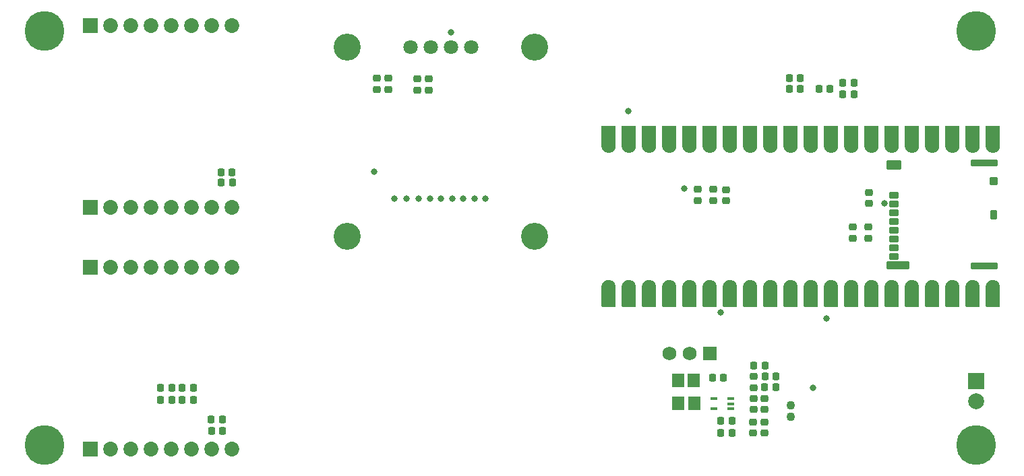
<source format=gbr>
%TF.GenerationSoftware,Altium Limited,Altium Designer,25.8.1 (18)*%
G04 Layer_Color=16711935*
%FSLAX45Y45*%
%MOMM*%
%TF.SameCoordinates,177DAE0C-5750-4891-A40F-8E88CBB746AF*%
%TF.FilePolarity,Negative*%
%TF.FileFunction,Soldermask,Bot*%
%TF.Part,Single*%
G01*
G75*
%TA.AperFunction,ViaPad*%
%ADD50C,5.00000*%
%TA.AperFunction,SMDPad,CuDef*%
%ADD80C,0.80320*%
G04:AMPARAMS|DCode=82|XSize=0.9632mm|YSize=0.8636mm|CornerRadius=0.18415mm|HoleSize=0mm|Usage=FLASHONLY|Rotation=270.000|XOffset=0mm|YOffset=0mm|HoleType=Round|Shape=RoundedRectangle|*
%AMROUNDEDRECTD82*
21,1,0.96320,0.49530,0,0,270.0*
21,1,0.59490,0.86360,0,0,270.0*
1,1,0.36830,-0.24765,-0.29745*
1,1,0.36830,-0.24765,0.29745*
1,1,0.36830,0.24765,0.29745*
1,1,0.36830,0.24765,-0.29745*
%
%ADD82ROUNDEDRECTD82*%
G04:AMPARAMS|DCode=84|XSize=0.9632mm|YSize=0.8636mm|CornerRadius=0.18415mm|HoleSize=0mm|Usage=FLASHONLY|Rotation=180.000|XOffset=0mm|YOffset=0mm|HoleType=Round|Shape=RoundedRectangle|*
%AMROUNDEDRECTD84*
21,1,0.96320,0.49530,0,0,180.0*
21,1,0.59490,0.86360,0,0,180.0*
1,1,0.36830,-0.29745,0.24765*
1,1,0.36830,0.29745,0.24765*
1,1,0.36830,0.29745,-0.24765*
1,1,0.36830,-0.29745,-0.24765*
%
%ADD84ROUNDEDRECTD84*%
%TA.AperFunction,ComponentPad*%
%ADD100R,1.85420X1.85420*%
%ADD101C,1.85420*%
%ADD102C,1.80320*%
%ADD103C,1.75320*%
%ADD104R,1.75320X1.75320*%
%ADD105C,1.10320*%
%ADD106R,2.00320X2.00320*%
%ADD107C,2.00320*%
%TA.AperFunction,ViaPad*%
%ADD108C,3.40000*%
%TA.AperFunction,SMDPad,CuDef*%
G04:AMPARAMS|DCode=109|XSize=0.8mm|YSize=3.4mm|CornerRadius=0.1375mm|HoleSize=0mm|Usage=FLASHONLY|Rotation=90.000|XOffset=0mm|YOffset=0mm|HoleType=Round|Shape=RoundedRectangle|*
%AMROUNDEDRECTD109*
21,1,0.80000,3.12500,0,0,90.0*
21,1,0.52500,3.40000,0,0,90.0*
1,1,0.27500,1.56250,0.26250*
1,1,0.27500,1.56250,-0.26250*
1,1,0.27500,-1.56250,-0.26250*
1,1,0.27500,-1.56250,0.26250*
%
%ADD109ROUNDEDRECTD109*%
G04:AMPARAMS|DCode=110|XSize=1mm|YSize=1.03mm|CornerRadius=0.14mm|HoleSize=0mm|Usage=FLASHONLY|Rotation=90.000|XOffset=0mm|YOffset=0mm|HoleType=Round|Shape=RoundedRectangle|*
%AMROUNDEDRECTD110*
21,1,1.00000,0.75000,0,0,90.0*
21,1,0.72000,1.03000,0,0,90.0*
1,1,0.28000,0.37500,0.36000*
1,1,0.28000,0.37500,-0.36000*
1,1,0.28000,-0.37500,-0.36000*
1,1,0.28000,-0.37500,0.36000*
%
%ADD110ROUNDEDRECTD110*%
G04:AMPARAMS|DCode=111|XSize=1.14mm|YSize=1.93mm|CornerRadius=0.154mm|HoleSize=0mm|Usage=FLASHONLY|Rotation=90.000|XOffset=0mm|YOffset=0mm|HoleType=Round|Shape=RoundedRectangle|*
%AMROUNDEDRECTD111*
21,1,1.14000,1.62200,0,0,90.0*
21,1,0.83200,1.93000,0,0,90.0*
1,1,0.30800,0.81100,0.41600*
1,1,0.30800,0.81100,-0.41600*
1,1,0.30800,-0.81100,-0.41600*
1,1,0.30800,-0.81100,0.41600*
%
%ADD111ROUNDEDRECTD111*%
G04:AMPARAMS|DCode=112|XSize=0.8mm|YSize=3.4mm|CornerRadius=0.12mm|HoleSize=0mm|Usage=FLASHONLY|Rotation=90.000|XOffset=0mm|YOffset=0mm|HoleType=Round|Shape=RoundedRectangle|*
%AMROUNDEDRECTD112*
21,1,0.80000,3.16000,0,0,90.0*
21,1,0.56000,3.40000,0,0,90.0*
1,1,0.24000,1.58000,0.28000*
1,1,0.24000,1.58000,-0.28000*
1,1,0.24000,-1.58000,-0.28000*
1,1,0.24000,-1.58000,0.28000*
%
%ADD112ROUNDEDRECTD112*%
G04:AMPARAMS|DCode=113|XSize=0.8mm|YSize=1.2mm|CornerRadius=0.12mm|HoleSize=0mm|Usage=FLASHONLY|Rotation=90.000|XOffset=0mm|YOffset=0mm|HoleType=Round|Shape=RoundedRectangle|*
%AMROUNDEDRECTD113*
21,1,0.80000,0.96000,0,0,90.0*
21,1,0.56000,1.20000,0,0,90.0*
1,1,0.24000,0.48000,0.28000*
1,1,0.24000,0.48000,-0.28000*
1,1,0.24000,-0.48000,-0.28000*
1,1,0.24000,-0.48000,0.28000*
%
%ADD113ROUNDEDRECTD113*%
G04:AMPARAMS|DCode=114|XSize=0.96mm|YSize=2.9mm|CornerRadius=0.136mm|HoleSize=0mm|Usage=FLASHONLY|Rotation=90.000|XOffset=0mm|YOffset=0mm|HoleType=Round|Shape=RoundedRectangle|*
%AMROUNDEDRECTD114*
21,1,0.96000,2.62800,0,0,90.0*
21,1,0.68800,2.90000,0,0,90.0*
1,1,0.27200,1.31400,0.34400*
1,1,0.27200,1.31400,-0.34400*
1,1,0.27200,-1.31400,-0.34400*
1,1,0.27200,-1.31400,0.34400*
%
%ADD114ROUNDEDRECTD114*%
%ADD115R,1.53320X1.77320*%
%ADD116R,0.84000X0.44000*%
G04:AMPARAMS|DCode=117|XSize=1.15mm|YSize=0.88mm|CornerRadius=0.128mm|HoleSize=0mm|Usage=FLASHONLY|Rotation=90.000|XOffset=0mm|YOffset=0mm|HoleType=Round|Shape=RoundedRectangle|*
%AMROUNDEDRECTD117*
21,1,1.15000,0.62400,0,0,90.0*
21,1,0.89400,0.88000,0,0,90.0*
1,1,0.25600,0.31200,0.44700*
1,1,0.25600,0.31200,-0.44700*
1,1,0.25600,-0.31200,-0.44700*
1,1,0.25600,-0.31200,0.44700*
%
%ADD117ROUNDEDRECTD117*%
G36*
X12392999Y4411682D02*
X12393660Y4411638D01*
X12394318Y4411596D01*
X12394323Y4411595D01*
X12394328Y4411595D01*
X12394961Y4411469D01*
X12395625Y4411337D01*
X12395630Y4411336D01*
X12395634Y4411335D01*
X12396229Y4411133D01*
X12396886Y4410911D01*
X12396891Y4410908D01*
X12396895Y4410907D01*
X12397488Y4410614D01*
X12398081Y4410322D01*
X12398085Y4410320D01*
X12398090Y4410318D01*
X12398714Y4409900D01*
X12399189Y4409584D01*
X12399192Y4409581D01*
X12399197Y4409578D01*
X12399748Y4409095D01*
X12400192Y4408706D01*
X12400195Y4408703D01*
X12400198Y4408700D01*
X12400640Y4408196D01*
X12401070Y4407706D01*
X12401073Y4407702D01*
X12401077Y4407698D01*
X12401455Y4407132D01*
X12401812Y4406599D01*
X12401814Y4406595D01*
X12401816Y4406591D01*
X12402105Y4406006D01*
X12402402Y4405405D01*
X12402403Y4405401D01*
X12402406Y4405396D01*
X12402626Y4404748D01*
X12402831Y4404145D01*
X12402832Y4404140D01*
X12402834Y4404135D01*
X12402964Y4403481D01*
X12403092Y4402839D01*
X12403093Y4402834D01*
X12403094Y4402829D01*
X12403136Y4402180D01*
X12403181Y4401510D01*
X12403412Y4161765D01*
X12403411Y4161761D01*
X12403412Y4161757D01*
X12403412Y4156514D01*
Y4156513D01*
D01*
X12403325Y4155184D01*
X12401958Y4144787D01*
X12401784Y4143914D01*
X12401698Y4143480D01*
X12398985Y4133350D01*
X12398557Y4132089D01*
X12398556Y4132089D01*
X12394544Y4122401D01*
X12394543Y4122399D01*
X12393954Y4121205D01*
X12388711Y4112123D01*
X12387971Y4111015D01*
X12387971Y4111015D01*
X12381587Y4102695D01*
X12380709Y4101694D01*
X12380708Y4101694D01*
X12380708Y4101693D01*
X12373292Y4094278D01*
X12372291Y4093400D01*
X12363970Y4087017D01*
X12362863Y4086277D01*
D01*
X12362862Y4086277D01*
X12353779Y4081034D01*
X12352585Y4080445D01*
X12342896Y4076433D01*
X12342040Y4076143D01*
X12341634Y4076005D01*
X12331504Y4073293D01*
X12330197Y4073033D01*
X12330196D01*
X12319799Y4071667D01*
X12318470Y4071580D01*
D01*
X12318470D01*
X12313228Y4071581D01*
X12307987Y4071581D01*
X12307987D01*
D01*
X12306658Y4071667D01*
X12296261Y4073036D01*
X12296261D01*
X12294954Y4073295D01*
X12284825Y4076009D01*
X12283564Y4076437D01*
X12283561Y4076438D01*
X12273877Y4080449D01*
X12273875Y4080449D01*
X12273481Y4080644D01*
X12272681Y4081038D01*
X12272678Y4081040D01*
X12263599Y4086281D01*
X12262492Y4087021D01*
X12262491Y4087021D01*
X12254172Y4093405D01*
X12253171Y4094283D01*
X12245756Y4101697D01*
Y4101698D01*
X12245756D01*
X12244877Y4102699D01*
X12238494Y4111018D01*
X12238493Y4111018D01*
X12237754Y4112126D01*
X12232510Y4121207D01*
X12231921Y4122402D01*
X12227908Y4132090D01*
X12227480Y4133351D01*
X12227480Y4133352D01*
X12224767Y4143478D01*
X12224767Y4143481D01*
X12224558Y4144527D01*
X12224507Y4144786D01*
Y4144787D01*
X12223139Y4155182D01*
X12223138Y4155184D01*
X12223064Y4156327D01*
X12223051Y4156513D01*
Y4156513D01*
Y4156513D01*
X12223052Y4161742D01*
X12223052Y4161746D01*
X12222817Y4401491D01*
X12222817Y4401496D01*
X12222817Y4401501D01*
X12222861Y4402179D01*
X12222903Y4402820D01*
X12222904Y4402825D01*
X12222904Y4402830D01*
X12223040Y4403513D01*
X12223161Y4404127D01*
X12223163Y4404131D01*
X12223164Y4404136D01*
X12223393Y4404811D01*
X12223588Y4405388D01*
X12223590Y4405392D01*
X12223592Y4405398D01*
X12223883Y4405988D01*
X12224176Y4406584D01*
X12224179Y4406588D01*
X12224181Y4406592D01*
X12224552Y4407147D01*
X12224915Y4407691D01*
X12224918Y4407695D01*
X12224921Y4407700D01*
X12225390Y4408234D01*
X12225792Y4408694D01*
X12225796Y4408697D01*
X12225799Y4408701D01*
X12226312Y4409150D01*
X12226792Y4409573D01*
X12226796Y4409575D01*
X12226800Y4409579D01*
X12227398Y4409979D01*
X12227899Y4410314D01*
X12227903Y4410316D01*
X12227908Y4410319D01*
X12228672Y4410696D01*
X12229093Y4410904D01*
X12229096Y4410905D01*
X12229102Y4410908D01*
X12229933Y4411190D01*
X12230354Y4411333D01*
X12230357Y4411334D01*
X12230363Y4411336D01*
X12231218Y4411506D01*
X12231660Y4411594D01*
X12231663Y4411595D01*
X12231670Y4411596D01*
X12232422Y4411645D01*
X12232989Y4411683D01*
X12232994Y4411683D01*
X12232999Y4411683D01*
X12392999Y4411682D01*
D02*
G37*
G36*
X12138999D02*
X12139660Y4411638D01*
X12140318Y4411596D01*
X12140323Y4411595D01*
X12140328Y4411595D01*
X12140961Y4411469D01*
X12141625Y4411337D01*
X12141630Y4411336D01*
X12141634Y4411335D01*
X12142229Y4411133D01*
X12142886Y4410911D01*
X12142891Y4410908D01*
X12142895Y4410907D01*
X12143488Y4410614D01*
X12144081Y4410322D01*
X12144085Y4410320D01*
X12144090Y4410318D01*
X12144714Y4409900D01*
X12145189Y4409584D01*
X12145192Y4409581D01*
X12145197Y4409578D01*
X12145748Y4409095D01*
X12146192Y4408706D01*
X12146195Y4408703D01*
X12146198Y4408700D01*
X12146640Y4408196D01*
X12147070Y4407706D01*
X12147073Y4407702D01*
X12147077Y4407698D01*
X12147455Y4407132D01*
X12147812Y4406599D01*
X12147814Y4406595D01*
X12147816Y4406591D01*
X12148105Y4406006D01*
X12148402Y4405405D01*
X12148403Y4405401D01*
X12148406Y4405396D01*
X12148626Y4404748D01*
X12148831Y4404145D01*
X12148832Y4404140D01*
X12148834Y4404135D01*
X12148964Y4403481D01*
X12149092Y4402839D01*
X12149093Y4402834D01*
X12149094Y4402829D01*
X12149136Y4402180D01*
X12149181Y4401510D01*
X12149412Y4161765D01*
X12149411Y4161761D01*
X12149412Y4161757D01*
X12149412Y4156514D01*
Y4156513D01*
D01*
X12149325Y4155184D01*
X12147958Y4144787D01*
X12147784Y4143914D01*
X12147698Y4143480D01*
X12144985Y4133350D01*
X12144557Y4132089D01*
X12144556Y4132089D01*
X12140544Y4122401D01*
X12140543Y4122399D01*
X12139954Y4121205D01*
X12134711Y4112123D01*
X12133971Y4111015D01*
X12133971Y4111015D01*
X12127587Y4102695D01*
X12126709Y4101694D01*
X12126708Y4101694D01*
X12126708Y4101693D01*
X12119292Y4094278D01*
X12118291Y4093400D01*
X12109970Y4087017D01*
X12108863Y4086277D01*
D01*
X12108862Y4086277D01*
X12099779Y4081034D01*
X12098585Y4080445D01*
X12088896Y4076433D01*
X12088040Y4076143D01*
X12087634Y4076005D01*
X12077504Y4073293D01*
X12076197Y4073033D01*
X12076196D01*
X12065799Y4071667D01*
X12064470Y4071580D01*
D01*
X12064470D01*
X12059228Y4071581D01*
X12053987Y4071581D01*
X12053987D01*
D01*
X12052658Y4071667D01*
X12042261Y4073036D01*
X12042261D01*
X12040954Y4073295D01*
X12030825Y4076009D01*
X12029564Y4076437D01*
X12029561Y4076438D01*
X12019877Y4080449D01*
X12019875Y4080449D01*
X12019481Y4080644D01*
X12018681Y4081038D01*
X12018678Y4081040D01*
X12009599Y4086281D01*
X12008492Y4087021D01*
X12008491Y4087021D01*
X12000172Y4093405D01*
X11999171Y4094283D01*
X11991756Y4101697D01*
Y4101698D01*
X11991756D01*
X11990877Y4102699D01*
X11984494Y4111018D01*
X11984493Y4111018D01*
X11983754Y4112126D01*
X11978510Y4121207D01*
X11977921Y4122402D01*
X11973908Y4132090D01*
X11973480Y4133351D01*
X11973480Y4133352D01*
X11970767Y4143478D01*
X11970767Y4143481D01*
X11970558Y4144527D01*
X11970507Y4144786D01*
Y4144787D01*
X11969139Y4155182D01*
X11969138Y4155184D01*
X11969064Y4156327D01*
X11969051Y4156513D01*
Y4156513D01*
Y4156513D01*
X11969052Y4161742D01*
X11969052Y4161746D01*
X11968817Y4401491D01*
X11968817Y4401496D01*
X11968817Y4401501D01*
X11968861Y4402179D01*
X11968903Y4402820D01*
X11968904Y4402825D01*
X11968904Y4402830D01*
X11969040Y4403513D01*
X11969161Y4404127D01*
X11969163Y4404131D01*
X11969164Y4404136D01*
X11969393Y4404811D01*
X11969588Y4405388D01*
X11969590Y4405392D01*
X11969592Y4405398D01*
X11969883Y4405988D01*
X11970176Y4406584D01*
X11970179Y4406588D01*
X11970181Y4406592D01*
X11970552Y4407147D01*
X11970915Y4407691D01*
X11970918Y4407695D01*
X11970921Y4407700D01*
X11971390Y4408234D01*
X11971792Y4408694D01*
X11971796Y4408697D01*
X11971799Y4408701D01*
X11972312Y4409150D01*
X11972792Y4409573D01*
X11972796Y4409575D01*
X11972800Y4409579D01*
X11973398Y4409979D01*
X11973899Y4410314D01*
X11973903Y4410316D01*
X11973908Y4410319D01*
X11974672Y4410696D01*
X11975093Y4410904D01*
X11975096Y4410905D01*
X11975102Y4410908D01*
X11975933Y4411190D01*
X11976354Y4411333D01*
X11976357Y4411334D01*
X11976363Y4411336D01*
X11977218Y4411506D01*
X11977660Y4411594D01*
X11977663Y4411595D01*
X11977670Y4411596D01*
X11978422Y4411645D01*
X11978989Y4411683D01*
X11978994Y4411683D01*
X11978999Y4411683D01*
X12138999Y4411682D01*
D02*
G37*
G36*
X11884999D02*
X11885660Y4411638D01*
X11886318Y4411596D01*
X11886323Y4411595D01*
X11886328Y4411595D01*
X11886961Y4411469D01*
X11887625Y4411337D01*
X11887630Y4411336D01*
X11887634Y4411335D01*
X11888229Y4411133D01*
X11888886Y4410911D01*
X11888891Y4410908D01*
X11888895Y4410907D01*
X11889488Y4410614D01*
X11890081Y4410322D01*
X11890085Y4410320D01*
X11890090Y4410318D01*
X11890714Y4409900D01*
X11891189Y4409584D01*
X11891192Y4409581D01*
X11891197Y4409578D01*
X11891748Y4409095D01*
X11892192Y4408706D01*
X11892195Y4408703D01*
X11892198Y4408700D01*
X11892640Y4408196D01*
X11893070Y4407706D01*
X11893073Y4407702D01*
X11893077Y4407698D01*
X11893455Y4407132D01*
X11893812Y4406599D01*
X11893814Y4406595D01*
X11893816Y4406591D01*
X11894105Y4406006D01*
X11894402Y4405405D01*
X11894403Y4405401D01*
X11894406Y4405396D01*
X11894626Y4404748D01*
X11894831Y4404145D01*
X11894832Y4404140D01*
X11894834Y4404135D01*
X11894964Y4403481D01*
X11895092Y4402839D01*
X11895093Y4402834D01*
X11895094Y4402829D01*
X11895136Y4402180D01*
X11895181Y4401510D01*
X11895412Y4161765D01*
X11895411Y4161761D01*
X11895412Y4161757D01*
X11895412Y4156514D01*
Y4156513D01*
D01*
X11895325Y4155184D01*
X11893958Y4144787D01*
X11893784Y4143914D01*
X11893698Y4143480D01*
X11890985Y4133350D01*
X11890557Y4132089D01*
X11890556Y4132089D01*
X11886544Y4122401D01*
X11886543Y4122399D01*
X11885954Y4121205D01*
X11880711Y4112123D01*
X11879971Y4111015D01*
X11879971Y4111015D01*
X11873587Y4102695D01*
X11872709Y4101694D01*
X11872708Y4101694D01*
X11872708Y4101693D01*
X11865292Y4094278D01*
X11864291Y4093400D01*
X11855970Y4087017D01*
X11854863Y4086277D01*
D01*
X11854862Y4086277D01*
X11845779Y4081034D01*
X11844585Y4080445D01*
X11834896Y4076433D01*
X11834040Y4076143D01*
X11833634Y4076005D01*
X11823504Y4073293D01*
X11822197Y4073033D01*
X11822196D01*
X11811799Y4071667D01*
X11810470Y4071580D01*
D01*
X11810470D01*
X11805228Y4071581D01*
X11799987Y4071581D01*
X11799987D01*
D01*
X11798658Y4071667D01*
X11788261Y4073036D01*
X11788261D01*
X11786954Y4073295D01*
X11776825Y4076009D01*
X11775564Y4076437D01*
X11775561Y4076438D01*
X11765877Y4080449D01*
X11765875Y4080449D01*
X11765481Y4080644D01*
X11764681Y4081038D01*
X11764678Y4081040D01*
X11755599Y4086281D01*
X11754492Y4087021D01*
X11754491Y4087021D01*
X11746172Y4093405D01*
X11745171Y4094283D01*
X11737756Y4101697D01*
Y4101698D01*
X11737756D01*
X11736877Y4102699D01*
X11730494Y4111018D01*
X11730493Y4111018D01*
X11729754Y4112126D01*
X11724510Y4121207D01*
X11723921Y4122402D01*
X11719908Y4132090D01*
X11719480Y4133351D01*
X11719480Y4133352D01*
X11716767Y4143478D01*
X11716767Y4143481D01*
X11716558Y4144527D01*
X11716507Y4144786D01*
Y4144787D01*
X11715139Y4155182D01*
X11715138Y4155184D01*
X11715064Y4156327D01*
X11715051Y4156513D01*
Y4156513D01*
Y4156513D01*
X11715052Y4161742D01*
X11715052Y4161746D01*
X11714817Y4401491D01*
X11714817Y4401496D01*
X11714817Y4401501D01*
X11714861Y4402179D01*
X11714903Y4402820D01*
X11714904Y4402825D01*
X11714904Y4402830D01*
X11715040Y4403513D01*
X11715161Y4404127D01*
X11715163Y4404131D01*
X11715164Y4404136D01*
X11715393Y4404811D01*
X11715588Y4405388D01*
X11715590Y4405392D01*
X11715592Y4405398D01*
X11715883Y4405988D01*
X11716176Y4406584D01*
X11716179Y4406588D01*
X11716181Y4406592D01*
X11716552Y4407147D01*
X11716915Y4407691D01*
X11716918Y4407695D01*
X11716921Y4407700D01*
X11717390Y4408234D01*
X11717792Y4408694D01*
X11717796Y4408697D01*
X11717799Y4408701D01*
X11718312Y4409150D01*
X11718792Y4409573D01*
X11718796Y4409575D01*
X11718800Y4409579D01*
X11719398Y4409979D01*
X11719899Y4410314D01*
X11719903Y4410316D01*
X11719908Y4410319D01*
X11720672Y4410696D01*
X11721093Y4410904D01*
X11721096Y4410905D01*
X11721102Y4410908D01*
X11721933Y4411190D01*
X11722354Y4411333D01*
X11722357Y4411334D01*
X11722363Y4411336D01*
X11723218Y4411506D01*
X11723660Y4411594D01*
X11723663Y4411595D01*
X11723670Y4411596D01*
X11724422Y4411645D01*
X11724989Y4411683D01*
X11724994Y4411683D01*
X11724999Y4411683D01*
X11884999Y4411682D01*
D02*
G37*
G36*
X11630999D02*
X11631660Y4411638D01*
X11632318Y4411596D01*
X11632323Y4411595D01*
X11632328Y4411595D01*
X11632961Y4411469D01*
X11633625Y4411337D01*
X11633630Y4411336D01*
X11633634Y4411335D01*
X11634229Y4411133D01*
X11634886Y4410911D01*
X11634891Y4410908D01*
X11634895Y4410907D01*
X11635488Y4410614D01*
X11636081Y4410322D01*
X11636085Y4410320D01*
X11636090Y4410318D01*
X11636714Y4409900D01*
X11637189Y4409584D01*
X11637192Y4409581D01*
X11637197Y4409578D01*
X11637748Y4409095D01*
X11638192Y4408706D01*
X11638195Y4408703D01*
X11638198Y4408700D01*
X11638640Y4408196D01*
X11639070Y4407706D01*
X11639073Y4407702D01*
X11639077Y4407698D01*
X11639455Y4407132D01*
X11639812Y4406599D01*
X11639814Y4406595D01*
X11639816Y4406591D01*
X11640105Y4406006D01*
X11640402Y4405405D01*
X11640403Y4405401D01*
X11640406Y4405396D01*
X11640626Y4404748D01*
X11640831Y4404145D01*
X11640832Y4404140D01*
X11640834Y4404135D01*
X11640964Y4403481D01*
X11641092Y4402839D01*
X11641093Y4402834D01*
X11641094Y4402829D01*
X11641136Y4402180D01*
X11641181Y4401510D01*
X11641412Y4161765D01*
X11641411Y4161761D01*
X11641412Y4161757D01*
X11641412Y4156514D01*
Y4156513D01*
D01*
X11641325Y4155184D01*
X11639958Y4144787D01*
X11639784Y4143914D01*
X11639698Y4143480D01*
X11636985Y4133350D01*
X11636557Y4132089D01*
X11636556Y4132089D01*
X11632544Y4122401D01*
X11632543Y4122399D01*
X11631954Y4121205D01*
X11626711Y4112123D01*
X11625971Y4111015D01*
X11625971Y4111015D01*
X11619587Y4102695D01*
X11618709Y4101694D01*
X11618708Y4101694D01*
X11618708Y4101693D01*
X11611292Y4094278D01*
X11610291Y4093400D01*
X11601970Y4087017D01*
X11600863Y4086277D01*
D01*
X11600862Y4086277D01*
X11591779Y4081034D01*
X11590585Y4080445D01*
X11580896Y4076433D01*
X11580040Y4076143D01*
X11579634Y4076005D01*
X11569504Y4073293D01*
X11568197Y4073033D01*
X11568196D01*
X11557799Y4071667D01*
X11556470Y4071580D01*
D01*
X11556470D01*
X11551228Y4071581D01*
X11545987Y4071581D01*
X11545987D01*
D01*
X11544658Y4071667D01*
X11534261Y4073036D01*
X11534261D01*
X11532954Y4073295D01*
X11522825Y4076009D01*
X11521564Y4076437D01*
X11521561Y4076438D01*
X11511877Y4080449D01*
X11511875Y4080449D01*
X11511481Y4080644D01*
X11510681Y4081038D01*
X11510678Y4081040D01*
X11501599Y4086281D01*
X11500492Y4087021D01*
X11500491Y4087021D01*
X11492172Y4093405D01*
X11491171Y4094283D01*
X11483756Y4101697D01*
Y4101698D01*
X11483756D01*
X11482877Y4102699D01*
X11476494Y4111018D01*
X11476493Y4111018D01*
X11475754Y4112126D01*
X11470510Y4121207D01*
X11469921Y4122402D01*
X11465908Y4132090D01*
X11465480Y4133351D01*
X11465480Y4133352D01*
X11462767Y4143478D01*
X11462767Y4143481D01*
X11462558Y4144527D01*
X11462507Y4144786D01*
Y4144787D01*
X11461139Y4155182D01*
X11461138Y4155184D01*
X11461064Y4156327D01*
X11461051Y4156513D01*
Y4156513D01*
Y4156513D01*
X11461052Y4161742D01*
X11461052Y4161746D01*
X11460817Y4401491D01*
X11460817Y4401496D01*
X11460817Y4401501D01*
X11460861Y4402179D01*
X11460903Y4402820D01*
X11460904Y4402825D01*
X11460904Y4402830D01*
X11461040Y4403513D01*
X11461161Y4404127D01*
X11461163Y4404131D01*
X11461164Y4404136D01*
X11461393Y4404811D01*
X11461588Y4405388D01*
X11461590Y4405392D01*
X11461592Y4405398D01*
X11461883Y4405988D01*
X11462176Y4406584D01*
X11462179Y4406588D01*
X11462181Y4406592D01*
X11462552Y4407147D01*
X11462915Y4407691D01*
X11462918Y4407695D01*
X11462921Y4407700D01*
X11463390Y4408234D01*
X11463792Y4408694D01*
X11463796Y4408697D01*
X11463799Y4408701D01*
X11464312Y4409150D01*
X11464792Y4409573D01*
X11464796Y4409575D01*
X11464800Y4409579D01*
X11465398Y4409979D01*
X11465899Y4410314D01*
X11465903Y4410316D01*
X11465908Y4410319D01*
X11466672Y4410696D01*
X11467093Y4410904D01*
X11467096Y4410905D01*
X11467102Y4410908D01*
X11467933Y4411190D01*
X11468354Y4411333D01*
X11468357Y4411334D01*
X11468363Y4411336D01*
X11469218Y4411506D01*
X11469660Y4411594D01*
X11469663Y4411595D01*
X11469670Y4411596D01*
X11470422Y4411645D01*
X11470989Y4411683D01*
X11470994Y4411683D01*
X11470999Y4411683D01*
X11630999Y4411682D01*
D02*
G37*
G36*
X11376999D02*
X11377660Y4411638D01*
X11378318Y4411596D01*
X11378323Y4411595D01*
X11378328Y4411595D01*
X11378961Y4411469D01*
X11379625Y4411337D01*
X11379630Y4411336D01*
X11379634Y4411335D01*
X11380229Y4411133D01*
X11380886Y4410911D01*
X11380891Y4410908D01*
X11380895Y4410907D01*
X11381488Y4410614D01*
X11382081Y4410322D01*
X11382085Y4410320D01*
X11382090Y4410318D01*
X11382714Y4409900D01*
X11383189Y4409584D01*
X11383192Y4409581D01*
X11383197Y4409578D01*
X11383748Y4409095D01*
X11384192Y4408706D01*
X11384195Y4408703D01*
X11384198Y4408700D01*
X11384640Y4408196D01*
X11385070Y4407706D01*
X11385073Y4407702D01*
X11385077Y4407698D01*
X11385455Y4407132D01*
X11385812Y4406599D01*
X11385814Y4406595D01*
X11385816Y4406591D01*
X11386105Y4406006D01*
X11386402Y4405405D01*
X11386403Y4405401D01*
X11386406Y4405396D01*
X11386626Y4404748D01*
X11386831Y4404145D01*
X11386832Y4404140D01*
X11386834Y4404135D01*
X11386964Y4403481D01*
X11387092Y4402839D01*
X11387093Y4402834D01*
X11387094Y4402829D01*
X11387136Y4402180D01*
X11387181Y4401510D01*
X11387412Y4161765D01*
X11387411Y4161761D01*
X11387412Y4161757D01*
X11387412Y4156514D01*
Y4156513D01*
D01*
X11387325Y4155184D01*
X11385958Y4144787D01*
X11385784Y4143914D01*
X11385698Y4143480D01*
X11382985Y4133350D01*
X11382557Y4132089D01*
X11382556Y4132089D01*
X11378544Y4122401D01*
X11378543Y4122399D01*
X11377954Y4121205D01*
X11372711Y4112123D01*
X11371971Y4111015D01*
X11371971Y4111015D01*
X11365587Y4102695D01*
X11364709Y4101694D01*
X11364708Y4101694D01*
X11364708Y4101693D01*
X11357292Y4094278D01*
X11356291Y4093400D01*
X11347970Y4087017D01*
X11346863Y4086277D01*
D01*
X11346862Y4086277D01*
X11337779Y4081034D01*
X11336585Y4080445D01*
X11326896Y4076433D01*
X11326040Y4076143D01*
X11325634Y4076005D01*
X11315504Y4073293D01*
X11314197Y4073033D01*
X11314196D01*
X11303799Y4071667D01*
X11302470Y4071580D01*
D01*
X11302470D01*
X11297228Y4071581D01*
X11291987Y4071581D01*
X11291987D01*
D01*
X11290658Y4071667D01*
X11280261Y4073036D01*
X11280261D01*
X11278954Y4073295D01*
X11268825Y4076009D01*
X11267564Y4076437D01*
X11267561Y4076438D01*
X11257877Y4080449D01*
X11257875Y4080449D01*
X11257481Y4080644D01*
X11256681Y4081038D01*
X11256678Y4081040D01*
X11247599Y4086281D01*
X11246492Y4087021D01*
X11246491Y4087021D01*
X11238172Y4093405D01*
X11237171Y4094283D01*
X11229756Y4101697D01*
Y4101698D01*
X11229756D01*
X11228877Y4102699D01*
X11222494Y4111018D01*
X11222493Y4111018D01*
X11221754Y4112126D01*
X11216510Y4121207D01*
X11215921Y4122402D01*
X11211908Y4132090D01*
X11211480Y4133351D01*
X11211480Y4133352D01*
X11208767Y4143478D01*
X11208767Y4143481D01*
X11208558Y4144527D01*
X11208507Y4144786D01*
Y4144787D01*
X11207139Y4155182D01*
X11207138Y4155184D01*
X11207064Y4156327D01*
X11207051Y4156513D01*
Y4156513D01*
Y4156513D01*
X11207052Y4161742D01*
X11207052Y4161746D01*
X11206817Y4401491D01*
X11206817Y4401496D01*
X11206817Y4401501D01*
X11206861Y4402179D01*
X11206903Y4402820D01*
X11206904Y4402825D01*
X11206904Y4402830D01*
X11207040Y4403513D01*
X11207161Y4404127D01*
X11207163Y4404131D01*
X11207164Y4404136D01*
X11207393Y4404811D01*
X11207588Y4405388D01*
X11207590Y4405392D01*
X11207592Y4405398D01*
X11207883Y4405988D01*
X11208176Y4406584D01*
X11208179Y4406588D01*
X11208181Y4406592D01*
X11208552Y4407147D01*
X11208915Y4407691D01*
X11208918Y4407695D01*
X11208921Y4407700D01*
X11209390Y4408234D01*
X11209792Y4408694D01*
X11209796Y4408697D01*
X11209799Y4408701D01*
X11210312Y4409150D01*
X11210792Y4409573D01*
X11210796Y4409575D01*
X11210800Y4409579D01*
X11211398Y4409979D01*
X11211899Y4410314D01*
X11211903Y4410316D01*
X11211908Y4410319D01*
X11212672Y4410696D01*
X11213093Y4410904D01*
X11213096Y4410905D01*
X11213102Y4410908D01*
X11213933Y4411190D01*
X11214354Y4411333D01*
X11214357Y4411334D01*
X11214363Y4411336D01*
X11215218Y4411506D01*
X11215660Y4411594D01*
X11215663Y4411595D01*
X11215670Y4411596D01*
X11216422Y4411645D01*
X11216989Y4411683D01*
X11216994Y4411683D01*
X11216999Y4411683D01*
X11376999Y4411682D01*
D02*
G37*
G36*
X11122999D02*
X11123660Y4411638D01*
X11124318Y4411596D01*
X11124323Y4411595D01*
X11124328Y4411595D01*
X11124961Y4411469D01*
X11125625Y4411337D01*
X11125630Y4411336D01*
X11125634Y4411335D01*
X11126229Y4411133D01*
X11126886Y4410911D01*
X11126891Y4410908D01*
X11126895Y4410907D01*
X11127488Y4410614D01*
X11128081Y4410322D01*
X11128085Y4410320D01*
X11128090Y4410318D01*
X11128714Y4409900D01*
X11129189Y4409584D01*
X11129192Y4409581D01*
X11129197Y4409578D01*
X11129748Y4409095D01*
X11130192Y4408706D01*
X11130195Y4408703D01*
X11130198Y4408700D01*
X11130640Y4408196D01*
X11131070Y4407706D01*
X11131073Y4407702D01*
X11131077Y4407698D01*
X11131455Y4407132D01*
X11131812Y4406599D01*
X11131814Y4406595D01*
X11131816Y4406591D01*
X11132105Y4406006D01*
X11132402Y4405405D01*
X11132403Y4405401D01*
X11132406Y4405396D01*
X11132626Y4404748D01*
X11132831Y4404145D01*
X11132832Y4404140D01*
X11132834Y4404135D01*
X11132964Y4403481D01*
X11133092Y4402839D01*
X11133093Y4402834D01*
X11133094Y4402829D01*
X11133136Y4402180D01*
X11133181Y4401510D01*
X11133412Y4161765D01*
X11133411Y4161761D01*
X11133412Y4161757D01*
X11133412Y4156514D01*
Y4156513D01*
D01*
X11133325Y4155184D01*
X11131958Y4144787D01*
X11131784Y4143914D01*
X11131698Y4143480D01*
X11128985Y4133350D01*
X11128557Y4132089D01*
X11128556Y4132089D01*
X11124544Y4122401D01*
X11124543Y4122399D01*
X11123954Y4121205D01*
X11118711Y4112123D01*
X11117971Y4111015D01*
X11117971Y4111015D01*
X11111587Y4102695D01*
X11110709Y4101694D01*
X11110708Y4101694D01*
X11110708Y4101693D01*
X11103292Y4094278D01*
X11102291Y4093400D01*
X11093970Y4087017D01*
X11092863Y4086277D01*
D01*
X11092862Y4086277D01*
X11083779Y4081034D01*
X11082585Y4080445D01*
X11072896Y4076433D01*
X11072040Y4076143D01*
X11071634Y4076005D01*
X11061504Y4073293D01*
X11060197Y4073033D01*
X11060196D01*
X11049799Y4071667D01*
X11048470Y4071580D01*
D01*
X11048470D01*
X11043228Y4071581D01*
X11037987Y4071581D01*
X11037987D01*
D01*
X11036658Y4071667D01*
X11026261Y4073036D01*
X11026261D01*
X11024954Y4073295D01*
X11014825Y4076009D01*
X11013564Y4076437D01*
X11013561Y4076438D01*
X11003877Y4080449D01*
X11003875Y4080449D01*
X11003481Y4080644D01*
X11002681Y4081038D01*
X11002678Y4081040D01*
X10993599Y4086281D01*
X10992492Y4087021D01*
X10992491Y4087021D01*
X10984172Y4093405D01*
X10983171Y4094283D01*
X10975756Y4101697D01*
Y4101698D01*
X10975756D01*
X10974877Y4102699D01*
X10968494Y4111018D01*
X10968493Y4111018D01*
X10967754Y4112126D01*
X10962510Y4121207D01*
X10961921Y4122402D01*
X10957908Y4132090D01*
X10957480Y4133351D01*
X10957480Y4133352D01*
X10954767Y4143478D01*
X10954767Y4143481D01*
X10954558Y4144527D01*
X10954507Y4144786D01*
Y4144787D01*
X10953139Y4155182D01*
X10953138Y4155184D01*
X10953064Y4156327D01*
X10953051Y4156513D01*
Y4156513D01*
Y4156513D01*
X10953052Y4161742D01*
X10953052Y4161746D01*
X10952817Y4401491D01*
X10952817Y4401496D01*
X10952817Y4401501D01*
X10952861Y4402179D01*
X10952903Y4402820D01*
X10952904Y4402825D01*
X10952904Y4402830D01*
X10953040Y4403513D01*
X10953161Y4404127D01*
X10953163Y4404131D01*
X10953164Y4404136D01*
X10953393Y4404811D01*
X10953588Y4405388D01*
X10953590Y4405392D01*
X10953592Y4405398D01*
X10953883Y4405988D01*
X10954176Y4406584D01*
X10954179Y4406588D01*
X10954181Y4406592D01*
X10954552Y4407147D01*
X10954915Y4407691D01*
X10954918Y4407695D01*
X10954921Y4407700D01*
X10955390Y4408234D01*
X10955792Y4408694D01*
X10955796Y4408697D01*
X10955799Y4408701D01*
X10956312Y4409150D01*
X10956792Y4409573D01*
X10956796Y4409575D01*
X10956800Y4409579D01*
X10957398Y4409979D01*
X10957899Y4410314D01*
X10957903Y4410316D01*
X10957908Y4410319D01*
X10958672Y4410696D01*
X10959093Y4410904D01*
X10959096Y4410905D01*
X10959102Y4410908D01*
X10959933Y4411190D01*
X10960354Y4411333D01*
X10960357Y4411334D01*
X10960363Y4411336D01*
X10961218Y4411506D01*
X10961660Y4411594D01*
X10961663Y4411595D01*
X10961670Y4411596D01*
X10962422Y4411645D01*
X10962989Y4411683D01*
X10962994Y4411683D01*
X10962999Y4411683D01*
X11122999Y4411682D01*
D02*
G37*
G36*
X10868999D02*
X10869660Y4411638D01*
X10870318Y4411596D01*
X10870323Y4411595D01*
X10870328Y4411595D01*
X10870961Y4411469D01*
X10871625Y4411337D01*
X10871630Y4411336D01*
X10871634Y4411335D01*
X10872229Y4411133D01*
X10872886Y4410911D01*
X10872891Y4410908D01*
X10872895Y4410907D01*
X10873488Y4410614D01*
X10874081Y4410322D01*
X10874085Y4410320D01*
X10874090Y4410318D01*
X10874714Y4409900D01*
X10875189Y4409584D01*
X10875192Y4409581D01*
X10875197Y4409578D01*
X10875748Y4409095D01*
X10876192Y4408706D01*
X10876195Y4408703D01*
X10876198Y4408700D01*
X10876640Y4408196D01*
X10877070Y4407706D01*
X10877073Y4407702D01*
X10877077Y4407698D01*
X10877455Y4407132D01*
X10877812Y4406599D01*
X10877814Y4406595D01*
X10877816Y4406591D01*
X10878105Y4406006D01*
X10878402Y4405405D01*
X10878403Y4405401D01*
X10878406Y4405396D01*
X10878626Y4404748D01*
X10878831Y4404145D01*
X10878832Y4404140D01*
X10878834Y4404135D01*
X10878964Y4403481D01*
X10879092Y4402839D01*
X10879093Y4402834D01*
X10879094Y4402829D01*
X10879136Y4402180D01*
X10879181Y4401510D01*
X10879412Y4161765D01*
X10879411Y4161761D01*
X10879412Y4161757D01*
X10879412Y4156514D01*
Y4156513D01*
D01*
X10879325Y4155184D01*
X10877958Y4144787D01*
X10877784Y4143914D01*
X10877698Y4143480D01*
X10874985Y4133350D01*
X10874557Y4132089D01*
X10874556Y4132089D01*
X10870544Y4122401D01*
X10870543Y4122399D01*
X10869954Y4121205D01*
X10864711Y4112123D01*
X10863971Y4111015D01*
X10863971Y4111015D01*
X10857587Y4102695D01*
X10856709Y4101694D01*
X10856708Y4101694D01*
X10856708Y4101693D01*
X10849292Y4094278D01*
X10848291Y4093400D01*
X10839970Y4087017D01*
X10838863Y4086277D01*
D01*
X10838862Y4086277D01*
X10829779Y4081034D01*
X10828585Y4080445D01*
X10818896Y4076433D01*
X10818040Y4076143D01*
X10817634Y4076005D01*
X10807504Y4073293D01*
X10806197Y4073033D01*
X10806196D01*
X10795799Y4071667D01*
X10794470Y4071580D01*
D01*
X10794470D01*
X10789228Y4071581D01*
X10783987Y4071581D01*
X10783987D01*
D01*
X10782658Y4071667D01*
X10772261Y4073036D01*
X10772261D01*
X10770954Y4073295D01*
X10760825Y4076009D01*
X10759564Y4076437D01*
X10759561Y4076438D01*
X10749877Y4080449D01*
X10749875Y4080449D01*
X10749481Y4080644D01*
X10748681Y4081038D01*
X10748678Y4081040D01*
X10739599Y4086281D01*
X10738492Y4087021D01*
X10738491Y4087021D01*
X10730172Y4093405D01*
X10729171Y4094283D01*
X10721756Y4101697D01*
Y4101698D01*
X10721756D01*
X10720877Y4102699D01*
X10714494Y4111018D01*
X10714493Y4111018D01*
X10713754Y4112126D01*
X10708510Y4121207D01*
X10707921Y4122402D01*
X10703908Y4132090D01*
X10703480Y4133351D01*
X10703480Y4133352D01*
X10700767Y4143478D01*
X10700767Y4143481D01*
X10700558Y4144527D01*
X10700507Y4144786D01*
Y4144787D01*
X10699139Y4155182D01*
X10699138Y4155184D01*
X10699064Y4156327D01*
X10699051Y4156513D01*
Y4156513D01*
Y4156513D01*
X10699052Y4161742D01*
X10699052Y4161746D01*
X10698817Y4401491D01*
X10698817Y4401496D01*
X10698817Y4401501D01*
X10698861Y4402179D01*
X10698903Y4402820D01*
X10698904Y4402825D01*
X10698904Y4402830D01*
X10699040Y4403513D01*
X10699161Y4404127D01*
X10699163Y4404131D01*
X10699164Y4404136D01*
X10699393Y4404811D01*
X10699588Y4405388D01*
X10699590Y4405392D01*
X10699592Y4405398D01*
X10699883Y4405988D01*
X10700176Y4406584D01*
X10700179Y4406588D01*
X10700181Y4406592D01*
X10700552Y4407147D01*
X10700915Y4407691D01*
X10700918Y4407695D01*
X10700921Y4407700D01*
X10701390Y4408234D01*
X10701792Y4408694D01*
X10701796Y4408697D01*
X10701799Y4408701D01*
X10702312Y4409150D01*
X10702792Y4409573D01*
X10702796Y4409575D01*
X10702800Y4409579D01*
X10703398Y4409979D01*
X10703899Y4410314D01*
X10703903Y4410316D01*
X10703908Y4410319D01*
X10704672Y4410696D01*
X10705093Y4410904D01*
X10705096Y4410905D01*
X10705102Y4410908D01*
X10705933Y4411190D01*
X10706354Y4411333D01*
X10706357Y4411334D01*
X10706363Y4411336D01*
X10707218Y4411506D01*
X10707660Y4411594D01*
X10707663Y4411595D01*
X10707670Y4411596D01*
X10708422Y4411645D01*
X10708989Y4411683D01*
X10708994Y4411683D01*
X10708999Y4411683D01*
X10868999Y4411682D01*
D02*
G37*
G36*
X10614999D02*
X10615660Y4411638D01*
X10616318Y4411596D01*
X10616323Y4411595D01*
X10616328Y4411595D01*
X10616961Y4411469D01*
X10617625Y4411337D01*
X10617630Y4411336D01*
X10617634Y4411335D01*
X10618229Y4411133D01*
X10618886Y4410911D01*
X10618891Y4410908D01*
X10618895Y4410907D01*
X10619488Y4410614D01*
X10620081Y4410322D01*
X10620085Y4410320D01*
X10620090Y4410318D01*
X10620714Y4409900D01*
X10621189Y4409584D01*
X10621192Y4409581D01*
X10621197Y4409578D01*
X10621748Y4409095D01*
X10622192Y4408706D01*
X10622195Y4408703D01*
X10622198Y4408700D01*
X10622640Y4408196D01*
X10623070Y4407706D01*
X10623073Y4407702D01*
X10623077Y4407698D01*
X10623455Y4407132D01*
X10623812Y4406599D01*
X10623814Y4406595D01*
X10623816Y4406591D01*
X10624105Y4406006D01*
X10624402Y4405405D01*
X10624403Y4405401D01*
X10624406Y4405396D01*
X10624626Y4404748D01*
X10624831Y4404145D01*
X10624832Y4404140D01*
X10624834Y4404135D01*
X10624964Y4403481D01*
X10625092Y4402839D01*
X10625093Y4402834D01*
X10625094Y4402829D01*
X10625136Y4402180D01*
X10625181Y4401510D01*
X10625412Y4161765D01*
X10625411Y4161761D01*
X10625412Y4161757D01*
X10625412Y4156514D01*
Y4156513D01*
D01*
X10625325Y4155184D01*
X10623958Y4144787D01*
X10623784Y4143914D01*
X10623698Y4143480D01*
X10620985Y4133350D01*
X10620557Y4132089D01*
X10620556Y4132089D01*
X10616544Y4122401D01*
X10616543Y4122399D01*
X10615954Y4121205D01*
X10610711Y4112123D01*
X10609971Y4111015D01*
X10609971Y4111015D01*
X10603587Y4102695D01*
X10602709Y4101694D01*
X10602708Y4101694D01*
X10602708Y4101693D01*
X10595292Y4094278D01*
X10594291Y4093400D01*
X10585970Y4087017D01*
X10584863Y4086277D01*
D01*
X10584862Y4086277D01*
X10575779Y4081034D01*
X10574585Y4080445D01*
X10564896Y4076433D01*
X10564040Y4076143D01*
X10563634Y4076005D01*
X10553504Y4073293D01*
X10552197Y4073033D01*
X10552196D01*
X10541799Y4071667D01*
X10540470Y4071580D01*
D01*
X10540470D01*
X10535228Y4071581D01*
X10529987Y4071581D01*
X10529987D01*
D01*
X10528658Y4071667D01*
X10518261Y4073036D01*
X10518261D01*
X10516954Y4073295D01*
X10506825Y4076009D01*
X10505564Y4076437D01*
X10505561Y4076438D01*
X10495877Y4080449D01*
X10495875Y4080449D01*
X10495481Y4080644D01*
X10494681Y4081038D01*
X10494678Y4081040D01*
X10485599Y4086281D01*
X10484492Y4087021D01*
X10484491Y4087021D01*
X10476172Y4093405D01*
X10475171Y4094283D01*
X10467756Y4101697D01*
Y4101698D01*
X10467756D01*
X10466877Y4102699D01*
X10460494Y4111018D01*
X10460493Y4111018D01*
X10459754Y4112126D01*
X10454510Y4121207D01*
X10453921Y4122402D01*
X10449908Y4132090D01*
X10449480Y4133351D01*
X10449480Y4133352D01*
X10446767Y4143478D01*
X10446767Y4143481D01*
X10446558Y4144527D01*
X10446507Y4144786D01*
Y4144787D01*
X10445139Y4155182D01*
X10445138Y4155184D01*
X10445064Y4156327D01*
X10445051Y4156513D01*
Y4156513D01*
Y4156513D01*
X10445052Y4161742D01*
X10445052Y4161746D01*
X10444817Y4401491D01*
X10444817Y4401496D01*
X10444817Y4401501D01*
X10444861Y4402179D01*
X10444903Y4402820D01*
X10444904Y4402825D01*
X10444904Y4402830D01*
X10445040Y4403513D01*
X10445161Y4404127D01*
X10445163Y4404131D01*
X10445164Y4404136D01*
X10445393Y4404811D01*
X10445588Y4405388D01*
X10445590Y4405392D01*
X10445592Y4405398D01*
X10445883Y4405988D01*
X10446176Y4406584D01*
X10446179Y4406588D01*
X10446181Y4406592D01*
X10446552Y4407147D01*
X10446915Y4407691D01*
X10446918Y4407695D01*
X10446921Y4407700D01*
X10447390Y4408234D01*
X10447792Y4408694D01*
X10447796Y4408697D01*
X10447799Y4408701D01*
X10448312Y4409150D01*
X10448792Y4409573D01*
X10448796Y4409575D01*
X10448800Y4409579D01*
X10449398Y4409979D01*
X10449899Y4410314D01*
X10449903Y4410316D01*
X10449908Y4410319D01*
X10450672Y4410696D01*
X10451093Y4410904D01*
X10451096Y4410905D01*
X10451102Y4410908D01*
X10451933Y4411190D01*
X10452354Y4411333D01*
X10452357Y4411334D01*
X10452363Y4411336D01*
X10453218Y4411506D01*
X10453660Y4411594D01*
X10453663Y4411595D01*
X10453670Y4411596D01*
X10454422Y4411645D01*
X10454989Y4411683D01*
X10454994Y4411683D01*
X10454999Y4411683D01*
X10614999Y4411682D01*
D02*
G37*
G36*
X10360999D02*
X10361660Y4411638D01*
X10362318Y4411596D01*
X10362323Y4411595D01*
X10362328Y4411595D01*
X10362961Y4411469D01*
X10363625Y4411337D01*
X10363630Y4411336D01*
X10363634Y4411335D01*
X10364229Y4411133D01*
X10364886Y4410911D01*
X10364891Y4410908D01*
X10364895Y4410907D01*
X10365488Y4410614D01*
X10366081Y4410322D01*
X10366085Y4410320D01*
X10366090Y4410318D01*
X10366714Y4409900D01*
X10367189Y4409584D01*
X10367192Y4409581D01*
X10367197Y4409578D01*
X10367748Y4409095D01*
X10368192Y4408706D01*
X10368195Y4408703D01*
X10368198Y4408700D01*
X10368640Y4408196D01*
X10369070Y4407706D01*
X10369073Y4407702D01*
X10369077Y4407698D01*
X10369455Y4407132D01*
X10369812Y4406599D01*
X10369814Y4406595D01*
X10369816Y4406591D01*
X10370105Y4406006D01*
X10370402Y4405405D01*
X10370403Y4405401D01*
X10370406Y4405396D01*
X10370626Y4404748D01*
X10370831Y4404145D01*
X10370832Y4404140D01*
X10370834Y4404135D01*
X10370964Y4403481D01*
X10371092Y4402839D01*
X10371093Y4402834D01*
X10371094Y4402829D01*
X10371136Y4402180D01*
X10371181Y4401510D01*
X10371412Y4161765D01*
X10371411Y4161761D01*
X10371412Y4161757D01*
X10371412Y4156514D01*
Y4156513D01*
D01*
X10371325Y4155184D01*
X10369958Y4144787D01*
X10369784Y4143914D01*
X10369698Y4143480D01*
X10366985Y4133350D01*
X10366557Y4132089D01*
X10366556Y4132089D01*
X10362544Y4122401D01*
X10362543Y4122399D01*
X10361954Y4121205D01*
X10356711Y4112123D01*
X10355971Y4111015D01*
X10355971Y4111015D01*
X10349587Y4102695D01*
X10348709Y4101694D01*
X10348708Y4101694D01*
X10348708Y4101693D01*
X10341292Y4094278D01*
X10340291Y4093400D01*
X10331970Y4087017D01*
X10330863Y4086277D01*
D01*
X10330862Y4086277D01*
X10321779Y4081034D01*
X10320585Y4080445D01*
X10310896Y4076433D01*
X10310040Y4076143D01*
X10309634Y4076005D01*
X10299504Y4073293D01*
X10298197Y4073033D01*
X10298196D01*
X10287799Y4071667D01*
X10286470Y4071580D01*
D01*
X10286470D01*
X10281228Y4071581D01*
X10275987Y4071581D01*
X10275987D01*
D01*
X10274658Y4071667D01*
X10264261Y4073036D01*
X10264261D01*
X10262954Y4073295D01*
X10252825Y4076009D01*
X10251564Y4076437D01*
X10251561Y4076438D01*
X10241877Y4080449D01*
X10241875Y4080449D01*
X10241481Y4080644D01*
X10240681Y4081038D01*
X10240678Y4081040D01*
X10231599Y4086281D01*
X10230492Y4087021D01*
X10230491Y4087021D01*
X10222172Y4093405D01*
X10221171Y4094283D01*
X10213756Y4101697D01*
Y4101698D01*
X10213756D01*
X10212877Y4102699D01*
X10206494Y4111018D01*
X10206493Y4111018D01*
X10205754Y4112126D01*
X10200510Y4121207D01*
X10199921Y4122402D01*
X10195908Y4132090D01*
X10195480Y4133351D01*
X10195480Y4133352D01*
X10192767Y4143478D01*
X10192767Y4143481D01*
X10192558Y4144527D01*
X10192507Y4144786D01*
Y4144787D01*
X10191139Y4155182D01*
X10191138Y4155184D01*
X10191064Y4156327D01*
X10191051Y4156513D01*
Y4156513D01*
Y4156513D01*
X10191052Y4161742D01*
X10191052Y4161746D01*
X10190817Y4401491D01*
X10190817Y4401496D01*
X10190817Y4401501D01*
X10190861Y4402179D01*
X10190903Y4402820D01*
X10190904Y4402825D01*
X10190904Y4402830D01*
X10191040Y4403513D01*
X10191161Y4404127D01*
X10191163Y4404131D01*
X10191164Y4404136D01*
X10191393Y4404811D01*
X10191588Y4405388D01*
X10191590Y4405392D01*
X10191592Y4405398D01*
X10191883Y4405988D01*
X10192176Y4406584D01*
X10192179Y4406588D01*
X10192181Y4406592D01*
X10192552Y4407147D01*
X10192915Y4407691D01*
X10192918Y4407695D01*
X10192921Y4407700D01*
X10193390Y4408234D01*
X10193792Y4408694D01*
X10193796Y4408697D01*
X10193799Y4408701D01*
X10194312Y4409150D01*
X10194792Y4409573D01*
X10194796Y4409575D01*
X10194800Y4409579D01*
X10195398Y4409979D01*
X10195899Y4410314D01*
X10195903Y4410316D01*
X10195908Y4410319D01*
X10196672Y4410696D01*
X10197093Y4410904D01*
X10197096Y4410905D01*
X10197102Y4410908D01*
X10197933Y4411190D01*
X10198354Y4411333D01*
X10198357Y4411334D01*
X10198363Y4411336D01*
X10199218Y4411506D01*
X10199660Y4411594D01*
X10199663Y4411595D01*
X10199670Y4411596D01*
X10200422Y4411645D01*
X10200989Y4411683D01*
X10200994Y4411683D01*
X10200999Y4411683D01*
X10360999Y4411682D01*
D02*
G37*
G36*
X10106999D02*
X10107660Y4411638D01*
X10108318Y4411596D01*
X10108323Y4411595D01*
X10108328Y4411595D01*
X10108961Y4411469D01*
X10109625Y4411337D01*
X10109630Y4411336D01*
X10109634Y4411335D01*
X10110229Y4411133D01*
X10110886Y4410911D01*
X10110891Y4410908D01*
X10110895Y4410907D01*
X10111488Y4410614D01*
X10112081Y4410322D01*
X10112085Y4410320D01*
X10112090Y4410318D01*
X10112714Y4409900D01*
X10113189Y4409584D01*
X10113192Y4409581D01*
X10113197Y4409578D01*
X10113748Y4409095D01*
X10114192Y4408706D01*
X10114195Y4408703D01*
X10114198Y4408700D01*
X10114640Y4408196D01*
X10115070Y4407706D01*
X10115073Y4407702D01*
X10115077Y4407698D01*
X10115455Y4407132D01*
X10115812Y4406599D01*
X10115814Y4406595D01*
X10115816Y4406591D01*
X10116105Y4406006D01*
X10116402Y4405405D01*
X10116403Y4405401D01*
X10116406Y4405396D01*
X10116626Y4404748D01*
X10116831Y4404145D01*
X10116832Y4404140D01*
X10116834Y4404135D01*
X10116964Y4403481D01*
X10117092Y4402839D01*
X10117093Y4402834D01*
X10117094Y4402829D01*
X10117136Y4402180D01*
X10117181Y4401510D01*
X10117412Y4161765D01*
X10117411Y4161761D01*
X10117412Y4161757D01*
X10117412Y4156514D01*
Y4156513D01*
D01*
X10117325Y4155184D01*
X10115958Y4144787D01*
X10115784Y4143914D01*
X10115698Y4143480D01*
X10112985Y4133350D01*
X10112557Y4132089D01*
X10112556Y4132089D01*
X10108544Y4122401D01*
X10108543Y4122399D01*
X10107954Y4121205D01*
X10102711Y4112123D01*
X10101971Y4111015D01*
X10101971Y4111015D01*
X10095587Y4102695D01*
X10094709Y4101694D01*
X10094708Y4101694D01*
X10094708Y4101693D01*
X10087292Y4094278D01*
X10086291Y4093400D01*
X10077970Y4087017D01*
X10076863Y4086277D01*
D01*
X10076862Y4086277D01*
X10067779Y4081034D01*
X10066585Y4080445D01*
X10056896Y4076433D01*
X10056040Y4076143D01*
X10055634Y4076005D01*
X10045504Y4073293D01*
X10044197Y4073033D01*
X10044196D01*
X10033799Y4071667D01*
X10032470Y4071580D01*
D01*
X10032470D01*
X10027228Y4071581D01*
X10021987Y4071581D01*
X10021987D01*
D01*
X10020658Y4071667D01*
X10010261Y4073036D01*
X10010261D01*
X10008954Y4073295D01*
X9998825Y4076009D01*
X9997564Y4076437D01*
X9997561Y4076438D01*
X9987877Y4080449D01*
X9987875Y4080449D01*
X9987481Y4080644D01*
X9986681Y4081038D01*
X9986678Y4081040D01*
X9977599Y4086281D01*
X9976492Y4087021D01*
X9976491Y4087021D01*
X9968172Y4093405D01*
X9967171Y4094283D01*
X9959756Y4101697D01*
Y4101698D01*
X9959756D01*
X9958877Y4102699D01*
X9952494Y4111018D01*
X9952493Y4111018D01*
X9951754Y4112126D01*
X9946510Y4121207D01*
X9945921Y4122402D01*
X9941908Y4132090D01*
X9941480Y4133351D01*
X9941480Y4133352D01*
X9938767Y4143478D01*
X9938767Y4143481D01*
X9938558Y4144527D01*
X9938507Y4144786D01*
Y4144787D01*
X9937139Y4155182D01*
X9937138Y4155184D01*
X9937064Y4156327D01*
X9937051Y4156513D01*
Y4156513D01*
Y4156513D01*
X9937052Y4161742D01*
X9937052Y4161746D01*
X9936817Y4401491D01*
X9936817Y4401496D01*
X9936817Y4401501D01*
X9936861Y4402179D01*
X9936903Y4402820D01*
X9936904Y4402825D01*
X9936904Y4402830D01*
X9937040Y4403513D01*
X9937161Y4404127D01*
X9937163Y4404131D01*
X9937164Y4404136D01*
X9937393Y4404811D01*
X9937588Y4405388D01*
X9937590Y4405392D01*
X9937592Y4405398D01*
X9937883Y4405988D01*
X9938176Y4406584D01*
X9938179Y4406588D01*
X9938181Y4406592D01*
X9938552Y4407147D01*
X9938915Y4407691D01*
X9938918Y4407695D01*
X9938921Y4407700D01*
X9939390Y4408234D01*
X9939792Y4408694D01*
X9939796Y4408697D01*
X9939799Y4408701D01*
X9940312Y4409150D01*
X9940792Y4409573D01*
X9940796Y4409575D01*
X9940800Y4409579D01*
X9941398Y4409979D01*
X9941899Y4410314D01*
X9941903Y4410316D01*
X9941908Y4410319D01*
X9942672Y4410696D01*
X9943093Y4410904D01*
X9943096Y4410905D01*
X9943102Y4410908D01*
X9943933Y4411190D01*
X9944354Y4411333D01*
X9944357Y4411334D01*
X9944363Y4411336D01*
X9945218Y4411506D01*
X9945660Y4411594D01*
X9945663Y4411595D01*
X9945670Y4411596D01*
X9946422Y4411645D01*
X9946989Y4411683D01*
X9946994Y4411683D01*
X9946999Y4411683D01*
X10106999Y4411682D01*
D02*
G37*
G36*
X9852999D02*
X9853660Y4411638D01*
X9854318Y4411596D01*
X9854323Y4411595D01*
X9854328Y4411595D01*
X9854961Y4411469D01*
X9855625Y4411337D01*
X9855630Y4411336D01*
X9855634Y4411335D01*
X9856229Y4411133D01*
X9856886Y4410911D01*
X9856891Y4410908D01*
X9856895Y4410907D01*
X9857488Y4410614D01*
X9858081Y4410322D01*
X9858085Y4410320D01*
X9858090Y4410318D01*
X9858714Y4409900D01*
X9859189Y4409584D01*
X9859192Y4409581D01*
X9859197Y4409578D01*
X9859748Y4409095D01*
X9860192Y4408706D01*
X9860195Y4408703D01*
X9860198Y4408700D01*
X9860640Y4408196D01*
X9861070Y4407706D01*
X9861073Y4407702D01*
X9861077Y4407698D01*
X9861455Y4407132D01*
X9861812Y4406599D01*
X9861814Y4406595D01*
X9861816Y4406591D01*
X9862105Y4406006D01*
X9862402Y4405405D01*
X9862403Y4405401D01*
X9862406Y4405396D01*
X9862626Y4404748D01*
X9862831Y4404145D01*
X9862832Y4404140D01*
X9862834Y4404135D01*
X9862964Y4403481D01*
X9863092Y4402839D01*
X9863093Y4402834D01*
X9863094Y4402829D01*
X9863136Y4402180D01*
X9863181Y4401510D01*
X9863412Y4161765D01*
X9863411Y4161761D01*
X9863412Y4161757D01*
X9863412Y4156514D01*
Y4156513D01*
D01*
X9863325Y4155184D01*
X9861958Y4144787D01*
X9861784Y4143914D01*
X9861698Y4143480D01*
X9858985Y4133350D01*
X9858557Y4132089D01*
X9858556Y4132089D01*
X9854544Y4122401D01*
X9854543Y4122399D01*
X9853954Y4121205D01*
X9848711Y4112123D01*
X9847971Y4111015D01*
X9847971Y4111015D01*
X9841587Y4102695D01*
X9840709Y4101694D01*
X9840708Y4101694D01*
X9840708Y4101693D01*
X9833292Y4094278D01*
X9832291Y4093400D01*
X9823970Y4087017D01*
X9822863Y4086277D01*
D01*
X9822862Y4086277D01*
X9813779Y4081034D01*
X9812585Y4080445D01*
X9802896Y4076433D01*
X9802040Y4076143D01*
X9801634Y4076005D01*
X9791504Y4073293D01*
X9790197Y4073033D01*
X9790196D01*
X9779799Y4071667D01*
X9778470Y4071580D01*
D01*
X9778470D01*
X9773228Y4071581D01*
X9767987Y4071581D01*
X9767987D01*
D01*
X9766658Y4071667D01*
X9756261Y4073036D01*
X9756261D01*
X9754954Y4073295D01*
X9744825Y4076009D01*
X9743564Y4076437D01*
X9743561Y4076438D01*
X9733877Y4080449D01*
X9733875Y4080449D01*
X9733481Y4080644D01*
X9732681Y4081038D01*
X9732678Y4081040D01*
X9723599Y4086281D01*
X9722492Y4087021D01*
X9722491Y4087021D01*
X9714172Y4093405D01*
X9713171Y4094283D01*
X9705756Y4101697D01*
Y4101698D01*
X9705756D01*
X9704877Y4102699D01*
X9698494Y4111018D01*
X9698493Y4111018D01*
X9697754Y4112126D01*
X9692510Y4121207D01*
X9691921Y4122402D01*
X9687908Y4132090D01*
X9687480Y4133351D01*
X9687480Y4133352D01*
X9684767Y4143478D01*
X9684767Y4143481D01*
X9684558Y4144527D01*
X9684507Y4144786D01*
Y4144787D01*
X9683139Y4155182D01*
X9683138Y4155184D01*
X9683064Y4156327D01*
X9683051Y4156513D01*
Y4156513D01*
Y4156513D01*
X9683052Y4161742D01*
X9683052Y4161746D01*
X9682817Y4401491D01*
X9682817Y4401496D01*
X9682817Y4401501D01*
X9682861Y4402179D01*
X9682903Y4402820D01*
X9682904Y4402825D01*
X9682904Y4402830D01*
X9683040Y4403513D01*
X9683161Y4404127D01*
X9683163Y4404131D01*
X9683164Y4404136D01*
X9683393Y4404811D01*
X9683588Y4405388D01*
X9683590Y4405392D01*
X9683592Y4405398D01*
X9683883Y4405988D01*
X9684176Y4406584D01*
X9684179Y4406588D01*
X9684181Y4406592D01*
X9684552Y4407147D01*
X9684915Y4407691D01*
X9684918Y4407695D01*
X9684921Y4407700D01*
X9685390Y4408234D01*
X9685792Y4408694D01*
X9685796Y4408697D01*
X9685799Y4408701D01*
X9686312Y4409150D01*
X9686792Y4409573D01*
X9686796Y4409575D01*
X9686800Y4409579D01*
X9687398Y4409979D01*
X9687899Y4410314D01*
X9687903Y4410316D01*
X9687908Y4410319D01*
X9688672Y4410696D01*
X9689093Y4410904D01*
X9689096Y4410905D01*
X9689102Y4410908D01*
X9689933Y4411190D01*
X9690354Y4411333D01*
X9690357Y4411334D01*
X9690363Y4411336D01*
X9691218Y4411506D01*
X9691660Y4411594D01*
X9691663Y4411595D01*
X9691670Y4411596D01*
X9692422Y4411645D01*
X9692989Y4411683D01*
X9692994Y4411683D01*
X9692999Y4411683D01*
X9852999Y4411682D01*
D02*
G37*
G36*
X9598999D02*
X9599660Y4411638D01*
X9600318Y4411596D01*
X9600323Y4411595D01*
X9600328Y4411595D01*
X9600961Y4411469D01*
X9601625Y4411337D01*
X9601630Y4411336D01*
X9601634Y4411335D01*
X9602229Y4411133D01*
X9602886Y4410911D01*
X9602891Y4410908D01*
X9602895Y4410907D01*
X9603488Y4410614D01*
X9604081Y4410322D01*
X9604085Y4410320D01*
X9604090Y4410318D01*
X9604714Y4409900D01*
X9605189Y4409584D01*
X9605192Y4409581D01*
X9605197Y4409578D01*
X9605748Y4409095D01*
X9606192Y4408706D01*
X9606195Y4408703D01*
X9606198Y4408700D01*
X9606640Y4408196D01*
X9607070Y4407706D01*
X9607073Y4407702D01*
X9607077Y4407698D01*
X9607455Y4407132D01*
X9607812Y4406599D01*
X9607814Y4406595D01*
X9607816Y4406591D01*
X9608105Y4406006D01*
X9608402Y4405405D01*
X9608403Y4405401D01*
X9608406Y4405396D01*
X9608626Y4404748D01*
X9608831Y4404145D01*
X9608832Y4404140D01*
X9608834Y4404135D01*
X9608964Y4403481D01*
X9609092Y4402839D01*
X9609093Y4402834D01*
X9609094Y4402829D01*
X9609136Y4402180D01*
X9609181Y4401510D01*
X9609412Y4161765D01*
X9609411Y4161761D01*
X9609412Y4161757D01*
X9609412Y4156514D01*
Y4156513D01*
D01*
X9609325Y4155184D01*
X9607958Y4144787D01*
X9607784Y4143914D01*
X9607698Y4143480D01*
X9604985Y4133350D01*
X9604557Y4132089D01*
X9604556Y4132089D01*
X9600544Y4122401D01*
X9600543Y4122399D01*
X9599954Y4121205D01*
X9594711Y4112123D01*
X9593971Y4111015D01*
X9593971Y4111015D01*
X9587587Y4102695D01*
X9586709Y4101694D01*
X9586708Y4101694D01*
X9586708Y4101693D01*
X9579292Y4094278D01*
X9578291Y4093400D01*
X9569970Y4087017D01*
X9568863Y4086277D01*
D01*
X9568862Y4086277D01*
X9559779Y4081034D01*
X9558585Y4080445D01*
X9548896Y4076433D01*
X9548040Y4076143D01*
X9547634Y4076005D01*
X9537504Y4073293D01*
X9536197Y4073033D01*
X9536196D01*
X9525799Y4071667D01*
X9524470Y4071580D01*
D01*
X9524470D01*
X9519228Y4071581D01*
X9513987Y4071581D01*
X9513987D01*
D01*
X9512658Y4071667D01*
X9502261Y4073036D01*
X9502261D01*
X9500954Y4073295D01*
X9490825Y4076009D01*
X9489564Y4076437D01*
X9489561Y4076438D01*
X9479877Y4080449D01*
X9479875Y4080449D01*
X9479481Y4080644D01*
X9478681Y4081038D01*
X9478678Y4081040D01*
X9469599Y4086281D01*
X9468492Y4087021D01*
X9468491Y4087021D01*
X9460172Y4093405D01*
X9459171Y4094283D01*
X9451756Y4101697D01*
Y4101698D01*
X9451756D01*
X9450877Y4102699D01*
X9444494Y4111018D01*
X9444493Y4111018D01*
X9443754Y4112126D01*
X9438510Y4121207D01*
X9437921Y4122402D01*
X9433908Y4132090D01*
X9433480Y4133351D01*
X9433480Y4133352D01*
X9430767Y4143478D01*
X9430767Y4143481D01*
X9430558Y4144527D01*
X9430507Y4144786D01*
Y4144787D01*
X9429139Y4155182D01*
X9429138Y4155184D01*
X9429064Y4156327D01*
X9429051Y4156513D01*
Y4156513D01*
Y4156513D01*
X9429052Y4161742D01*
X9429052Y4161746D01*
X9428817Y4401491D01*
X9428817Y4401496D01*
X9428817Y4401501D01*
X9428861Y4402179D01*
X9428903Y4402820D01*
X9428904Y4402825D01*
X9428904Y4402830D01*
X9429040Y4403513D01*
X9429161Y4404127D01*
X9429163Y4404131D01*
X9429164Y4404136D01*
X9429393Y4404811D01*
X9429588Y4405388D01*
X9429590Y4405392D01*
X9429592Y4405398D01*
X9429883Y4405988D01*
X9430176Y4406584D01*
X9430179Y4406588D01*
X9430181Y4406592D01*
X9430552Y4407147D01*
X9430915Y4407691D01*
X9430918Y4407695D01*
X9430921Y4407700D01*
X9431390Y4408234D01*
X9431792Y4408694D01*
X9431796Y4408697D01*
X9431799Y4408701D01*
X9432312Y4409150D01*
X9432792Y4409573D01*
X9432796Y4409575D01*
X9432800Y4409579D01*
X9433398Y4409979D01*
X9433899Y4410314D01*
X9433903Y4410316D01*
X9433908Y4410319D01*
X9434672Y4410696D01*
X9435093Y4410904D01*
X9435096Y4410905D01*
X9435102Y4410908D01*
X9435933Y4411190D01*
X9436354Y4411333D01*
X9436357Y4411334D01*
X9436363Y4411336D01*
X9437218Y4411506D01*
X9437660Y4411594D01*
X9437663Y4411595D01*
X9437670Y4411596D01*
X9438422Y4411645D01*
X9438989Y4411683D01*
X9438994Y4411683D01*
X9438999Y4411683D01*
X9598999Y4411682D01*
D02*
G37*
G36*
X9344999D02*
X9345660Y4411638D01*
X9346318Y4411596D01*
X9346323Y4411595D01*
X9346328Y4411595D01*
X9346961Y4411469D01*
X9347625Y4411337D01*
X9347630Y4411336D01*
X9347634Y4411335D01*
X9348229Y4411133D01*
X9348886Y4410911D01*
X9348891Y4410908D01*
X9348895Y4410907D01*
X9349488Y4410614D01*
X9350081Y4410322D01*
X9350085Y4410320D01*
X9350090Y4410318D01*
X9350714Y4409900D01*
X9351189Y4409584D01*
X9351192Y4409581D01*
X9351197Y4409578D01*
X9351748Y4409095D01*
X9352192Y4408706D01*
X9352195Y4408703D01*
X9352198Y4408700D01*
X9352640Y4408196D01*
X9353070Y4407706D01*
X9353073Y4407702D01*
X9353077Y4407698D01*
X9353455Y4407132D01*
X9353812Y4406599D01*
X9353814Y4406595D01*
X9353816Y4406591D01*
X9354105Y4406006D01*
X9354402Y4405405D01*
X9354403Y4405401D01*
X9354406Y4405396D01*
X9354626Y4404748D01*
X9354831Y4404145D01*
X9354832Y4404140D01*
X9354834Y4404135D01*
X9354964Y4403481D01*
X9355092Y4402839D01*
X9355093Y4402834D01*
X9355094Y4402829D01*
X9355136Y4402180D01*
X9355181Y4401510D01*
X9355412Y4161765D01*
X9355411Y4161761D01*
X9355412Y4161757D01*
X9355412Y4156514D01*
Y4156513D01*
D01*
X9355325Y4155184D01*
X9353958Y4144787D01*
X9353784Y4143914D01*
X9353698Y4143480D01*
X9350985Y4133350D01*
X9350557Y4132089D01*
X9350556Y4132089D01*
X9346544Y4122401D01*
X9346543Y4122399D01*
X9345954Y4121205D01*
X9340711Y4112123D01*
X9339971Y4111015D01*
X9339971Y4111015D01*
X9333587Y4102695D01*
X9332709Y4101694D01*
X9332708Y4101694D01*
X9332708Y4101693D01*
X9325292Y4094278D01*
X9324291Y4093400D01*
X9315970Y4087017D01*
X9314863Y4086277D01*
D01*
X9314862Y4086277D01*
X9305779Y4081034D01*
X9304585Y4080445D01*
X9294896Y4076433D01*
X9294040Y4076143D01*
X9293634Y4076005D01*
X9283504Y4073293D01*
X9282197Y4073033D01*
X9282196D01*
X9271799Y4071667D01*
X9270470Y4071580D01*
D01*
X9270470D01*
X9265228Y4071581D01*
X9259987Y4071581D01*
X9259987D01*
D01*
X9258658Y4071667D01*
X9248261Y4073036D01*
X9248261D01*
X9246954Y4073295D01*
X9236825Y4076009D01*
X9235564Y4076437D01*
X9235561Y4076438D01*
X9225877Y4080449D01*
X9225875Y4080449D01*
X9225481Y4080644D01*
X9224681Y4081038D01*
X9224678Y4081040D01*
X9215599Y4086281D01*
X9214492Y4087021D01*
X9214491Y4087021D01*
X9206172Y4093405D01*
X9205171Y4094283D01*
X9197756Y4101697D01*
Y4101698D01*
X9197756D01*
X9196877Y4102699D01*
X9190494Y4111018D01*
X9190493Y4111018D01*
X9189754Y4112126D01*
X9184510Y4121207D01*
X9183921Y4122402D01*
X9179908Y4132090D01*
X9179480Y4133351D01*
X9179480Y4133352D01*
X9176767Y4143478D01*
X9176767Y4143481D01*
X9176558Y4144527D01*
X9176507Y4144786D01*
Y4144787D01*
X9175139Y4155182D01*
X9175138Y4155184D01*
X9175064Y4156327D01*
X9175051Y4156513D01*
Y4156513D01*
Y4156513D01*
X9175052Y4161742D01*
X9175052Y4161746D01*
X9174817Y4401491D01*
X9174817Y4401496D01*
X9174817Y4401501D01*
X9174861Y4402179D01*
X9174903Y4402820D01*
X9174904Y4402825D01*
X9174904Y4402830D01*
X9175040Y4403513D01*
X9175161Y4404127D01*
X9175163Y4404131D01*
X9175164Y4404136D01*
X9175393Y4404811D01*
X9175588Y4405388D01*
X9175590Y4405392D01*
X9175592Y4405398D01*
X9175883Y4405988D01*
X9176176Y4406584D01*
X9176179Y4406588D01*
X9176181Y4406592D01*
X9176552Y4407147D01*
X9176915Y4407691D01*
X9176918Y4407695D01*
X9176921Y4407700D01*
X9177390Y4408234D01*
X9177792Y4408694D01*
X9177796Y4408697D01*
X9177799Y4408701D01*
X9178312Y4409150D01*
X9178792Y4409573D01*
X9178796Y4409575D01*
X9178800Y4409579D01*
X9179398Y4409979D01*
X9179899Y4410314D01*
X9179903Y4410316D01*
X9179908Y4410319D01*
X9180672Y4410696D01*
X9181093Y4410904D01*
X9181096Y4410905D01*
X9181102Y4410908D01*
X9181933Y4411190D01*
X9182354Y4411333D01*
X9182357Y4411334D01*
X9182363Y4411336D01*
X9183218Y4411506D01*
X9183660Y4411594D01*
X9183663Y4411595D01*
X9183670Y4411596D01*
X9184422Y4411645D01*
X9184989Y4411683D01*
X9184994Y4411683D01*
X9184999Y4411683D01*
X9344999Y4411682D01*
D02*
G37*
G36*
X9090999D02*
X9091660Y4411638D01*
X9092318Y4411596D01*
X9092323Y4411595D01*
X9092328Y4411595D01*
X9092961Y4411469D01*
X9093625Y4411337D01*
X9093630Y4411336D01*
X9093634Y4411335D01*
X9094229Y4411133D01*
X9094886Y4410911D01*
X9094891Y4410908D01*
X9094895Y4410907D01*
X9095488Y4410614D01*
X9096081Y4410322D01*
X9096085Y4410320D01*
X9096090Y4410318D01*
X9096714Y4409900D01*
X9097189Y4409584D01*
X9097192Y4409581D01*
X9097197Y4409578D01*
X9097748Y4409095D01*
X9098192Y4408706D01*
X9098195Y4408703D01*
X9098198Y4408700D01*
X9098640Y4408196D01*
X9099070Y4407706D01*
X9099073Y4407702D01*
X9099077Y4407698D01*
X9099455Y4407132D01*
X9099812Y4406599D01*
X9099814Y4406595D01*
X9099816Y4406591D01*
X9100105Y4406006D01*
X9100402Y4405405D01*
X9100403Y4405401D01*
X9100406Y4405396D01*
X9100626Y4404748D01*
X9100831Y4404145D01*
X9100832Y4404140D01*
X9100834Y4404135D01*
X9100964Y4403481D01*
X9101092Y4402839D01*
X9101093Y4402834D01*
X9101094Y4402829D01*
X9101136Y4402180D01*
X9101181Y4401510D01*
X9101412Y4161765D01*
X9101411Y4161761D01*
X9101412Y4161757D01*
X9101412Y4156514D01*
Y4156513D01*
D01*
X9101325Y4155184D01*
X9099958Y4144787D01*
X9099784Y4143914D01*
X9099698Y4143480D01*
X9096985Y4133350D01*
X9096557Y4132089D01*
X9096556Y4132089D01*
X9092544Y4122401D01*
X9092543Y4122399D01*
X9091954Y4121205D01*
X9086711Y4112123D01*
X9085971Y4111015D01*
X9085971Y4111015D01*
X9079587Y4102695D01*
X9078709Y4101694D01*
X9078708Y4101694D01*
X9078708Y4101693D01*
X9071292Y4094278D01*
X9070291Y4093400D01*
X9061970Y4087017D01*
X9060863Y4086277D01*
D01*
X9060862Y4086277D01*
X9051779Y4081034D01*
X9050585Y4080445D01*
X9040896Y4076433D01*
X9040040Y4076143D01*
X9039634Y4076005D01*
X9029504Y4073293D01*
X9028197Y4073033D01*
X9028196D01*
X9017799Y4071667D01*
X9016470Y4071580D01*
D01*
X9016470D01*
X9011228Y4071581D01*
X9005987Y4071581D01*
X9005987D01*
D01*
X9004658Y4071667D01*
X8994261Y4073036D01*
X8994261D01*
X8992954Y4073295D01*
X8982825Y4076009D01*
X8981564Y4076437D01*
X8981561Y4076438D01*
X8971877Y4080449D01*
X8971875Y4080449D01*
X8971481Y4080644D01*
X8970681Y4081038D01*
X8970678Y4081040D01*
X8961599Y4086281D01*
X8960492Y4087021D01*
X8960491Y4087021D01*
X8952172Y4093405D01*
X8951171Y4094283D01*
X8943756Y4101697D01*
Y4101698D01*
X8943756D01*
X8942877Y4102699D01*
X8936494Y4111018D01*
X8936493Y4111018D01*
X8935754Y4112126D01*
X8930510Y4121207D01*
X8929921Y4122402D01*
X8925908Y4132090D01*
X8925480Y4133351D01*
X8925480Y4133352D01*
X8922767Y4143478D01*
X8922767Y4143481D01*
X8922558Y4144527D01*
X8922507Y4144786D01*
Y4144787D01*
X8921139Y4155182D01*
X8921138Y4155184D01*
X8921064Y4156327D01*
X8921051Y4156513D01*
Y4156513D01*
Y4156513D01*
X8921052Y4161742D01*
X8921052Y4161746D01*
X8920817Y4401491D01*
X8920817Y4401496D01*
X8920817Y4401501D01*
X8920861Y4402179D01*
X8920903Y4402820D01*
X8920904Y4402825D01*
X8920904Y4402830D01*
X8921040Y4403513D01*
X8921161Y4404127D01*
X8921163Y4404131D01*
X8921164Y4404136D01*
X8921393Y4404811D01*
X8921588Y4405388D01*
X8921590Y4405392D01*
X8921592Y4405398D01*
X8921883Y4405988D01*
X8922176Y4406584D01*
X8922179Y4406588D01*
X8922181Y4406592D01*
X8922552Y4407147D01*
X8922915Y4407691D01*
X8922918Y4407695D01*
X8922921Y4407700D01*
X8923390Y4408234D01*
X8923792Y4408694D01*
X8923796Y4408697D01*
X8923799Y4408701D01*
X8924312Y4409150D01*
X8924792Y4409573D01*
X8924796Y4409575D01*
X8924800Y4409579D01*
X8925398Y4409979D01*
X8925899Y4410314D01*
X8925903Y4410316D01*
X8925908Y4410319D01*
X8926672Y4410696D01*
X8927093Y4410904D01*
X8927096Y4410905D01*
X8927102Y4410908D01*
X8927933Y4411190D01*
X8928354Y4411333D01*
X8928357Y4411334D01*
X8928363Y4411336D01*
X8929218Y4411506D01*
X8929660Y4411594D01*
X8929663Y4411595D01*
X8929670Y4411596D01*
X8930422Y4411645D01*
X8930989Y4411683D01*
X8930994Y4411683D01*
X8930999Y4411683D01*
X9090999Y4411682D01*
D02*
G37*
G36*
X8836999D02*
X8837660Y4411638D01*
X8838318Y4411596D01*
X8838323Y4411595D01*
X8838328Y4411595D01*
X8838961Y4411469D01*
X8839625Y4411337D01*
X8839630Y4411336D01*
X8839634Y4411335D01*
X8840229Y4411133D01*
X8840886Y4410911D01*
X8840891Y4410908D01*
X8840895Y4410907D01*
X8841488Y4410614D01*
X8842081Y4410322D01*
X8842085Y4410320D01*
X8842090Y4410318D01*
X8842714Y4409900D01*
X8843189Y4409584D01*
X8843192Y4409581D01*
X8843197Y4409578D01*
X8843748Y4409095D01*
X8844192Y4408706D01*
X8844195Y4408703D01*
X8844198Y4408700D01*
X8844640Y4408196D01*
X8845070Y4407706D01*
X8845073Y4407702D01*
X8845077Y4407698D01*
X8845455Y4407132D01*
X8845812Y4406599D01*
X8845814Y4406595D01*
X8845816Y4406591D01*
X8846105Y4406006D01*
X8846402Y4405405D01*
X8846403Y4405401D01*
X8846406Y4405396D01*
X8846626Y4404748D01*
X8846831Y4404145D01*
X8846832Y4404140D01*
X8846834Y4404135D01*
X8846964Y4403481D01*
X8847092Y4402839D01*
X8847093Y4402834D01*
X8847094Y4402829D01*
X8847136Y4402180D01*
X8847181Y4401510D01*
X8847412Y4161765D01*
X8847411Y4161761D01*
X8847412Y4161757D01*
X8847412Y4156514D01*
Y4156513D01*
D01*
X8847325Y4155184D01*
X8845958Y4144787D01*
X8845784Y4143914D01*
X8845698Y4143480D01*
X8842985Y4133350D01*
X8842557Y4132089D01*
X8842556Y4132089D01*
X8838544Y4122401D01*
X8838543Y4122399D01*
X8837954Y4121205D01*
X8832711Y4112123D01*
X8831971Y4111015D01*
X8831971Y4111015D01*
X8825587Y4102695D01*
X8824709Y4101694D01*
X8824708Y4101694D01*
X8824708Y4101693D01*
X8817292Y4094278D01*
X8816291Y4093400D01*
X8807970Y4087017D01*
X8806863Y4086277D01*
D01*
X8806862Y4086277D01*
X8797779Y4081034D01*
X8796585Y4080445D01*
X8786896Y4076433D01*
X8786040Y4076143D01*
X8785634Y4076005D01*
X8775504Y4073293D01*
X8774197Y4073033D01*
X8774196D01*
X8763799Y4071667D01*
X8762470Y4071580D01*
D01*
X8762470D01*
X8757228Y4071581D01*
X8751987Y4071581D01*
X8751987D01*
D01*
X8750658Y4071667D01*
X8740261Y4073036D01*
X8740261D01*
X8738954Y4073295D01*
X8728825Y4076009D01*
X8727564Y4076437D01*
X8727561Y4076438D01*
X8717877Y4080449D01*
X8717875Y4080449D01*
X8717481Y4080644D01*
X8716681Y4081038D01*
X8716678Y4081040D01*
X8707599Y4086281D01*
X8706492Y4087021D01*
X8706491Y4087021D01*
X8698172Y4093405D01*
X8697171Y4094283D01*
X8689756Y4101697D01*
Y4101698D01*
X8689756D01*
X8688877Y4102699D01*
X8682494Y4111018D01*
X8682493Y4111018D01*
X8681754Y4112126D01*
X8676510Y4121207D01*
X8675921Y4122402D01*
X8671908Y4132090D01*
X8671480Y4133351D01*
X8671480Y4133352D01*
X8668767Y4143478D01*
X8668767Y4143481D01*
X8668558Y4144527D01*
X8668507Y4144786D01*
Y4144787D01*
X8667139Y4155182D01*
X8667138Y4155184D01*
X8667064Y4156327D01*
X8667051Y4156513D01*
Y4156513D01*
Y4156513D01*
X8667052Y4161742D01*
X8667052Y4161746D01*
X8666817Y4401491D01*
X8666817Y4401496D01*
X8666817Y4401501D01*
X8666861Y4402179D01*
X8666903Y4402820D01*
X8666904Y4402825D01*
X8666904Y4402830D01*
X8667040Y4403513D01*
X8667161Y4404127D01*
X8667163Y4404131D01*
X8667164Y4404136D01*
X8667393Y4404811D01*
X8667588Y4405388D01*
X8667590Y4405392D01*
X8667592Y4405398D01*
X8667883Y4405988D01*
X8668176Y4406584D01*
X8668179Y4406588D01*
X8668181Y4406592D01*
X8668552Y4407147D01*
X8668915Y4407691D01*
X8668918Y4407695D01*
X8668921Y4407700D01*
X8669390Y4408234D01*
X8669792Y4408694D01*
X8669796Y4408697D01*
X8669799Y4408701D01*
X8670312Y4409150D01*
X8670792Y4409573D01*
X8670796Y4409575D01*
X8670800Y4409579D01*
X8671398Y4409979D01*
X8671899Y4410314D01*
X8671903Y4410316D01*
X8671908Y4410319D01*
X8672672Y4410696D01*
X8673093Y4410904D01*
X8673096Y4410905D01*
X8673102Y4410908D01*
X8673933Y4411190D01*
X8674354Y4411333D01*
X8674357Y4411334D01*
X8674363Y4411336D01*
X8675218Y4411506D01*
X8675660Y4411594D01*
X8675663Y4411595D01*
X8675670Y4411596D01*
X8676422Y4411645D01*
X8676989Y4411683D01*
X8676994Y4411683D01*
X8676999Y4411683D01*
X8836999Y4411682D01*
D02*
G37*
G36*
X8582999D02*
X8583660Y4411638D01*
X8584318Y4411596D01*
X8584323Y4411595D01*
X8584328Y4411595D01*
X8584961Y4411469D01*
X8585625Y4411337D01*
X8585630Y4411336D01*
X8585634Y4411335D01*
X8586229Y4411133D01*
X8586886Y4410911D01*
X8586891Y4410908D01*
X8586895Y4410907D01*
X8587488Y4410614D01*
X8588081Y4410322D01*
X8588085Y4410320D01*
X8588090Y4410318D01*
X8588714Y4409900D01*
X8589189Y4409584D01*
X8589192Y4409581D01*
X8589197Y4409578D01*
X8589748Y4409095D01*
X8590192Y4408706D01*
X8590195Y4408703D01*
X8590198Y4408700D01*
X8590640Y4408196D01*
X8591070Y4407706D01*
X8591073Y4407702D01*
X8591077Y4407698D01*
X8591455Y4407132D01*
X8591812Y4406599D01*
X8591814Y4406595D01*
X8591816Y4406591D01*
X8592105Y4406006D01*
X8592402Y4405405D01*
X8592403Y4405401D01*
X8592406Y4405396D01*
X8592626Y4404748D01*
X8592831Y4404145D01*
X8592832Y4404140D01*
X8592834Y4404135D01*
X8592964Y4403481D01*
X8593092Y4402839D01*
X8593093Y4402834D01*
X8593094Y4402829D01*
X8593136Y4402180D01*
X8593181Y4401510D01*
X8593412Y4161765D01*
X8593411Y4161761D01*
X8593412Y4161757D01*
X8593412Y4156514D01*
Y4156513D01*
D01*
X8593325Y4155184D01*
X8591958Y4144787D01*
X8591784Y4143914D01*
X8591698Y4143480D01*
X8588985Y4133350D01*
X8588557Y4132089D01*
X8588556Y4132089D01*
X8584544Y4122401D01*
X8584543Y4122399D01*
X8583954Y4121205D01*
X8578711Y4112123D01*
X8577971Y4111015D01*
X8577971Y4111015D01*
X8571587Y4102695D01*
X8570709Y4101694D01*
X8570708Y4101694D01*
X8570708Y4101693D01*
X8563292Y4094278D01*
X8562291Y4093400D01*
X8553970Y4087017D01*
X8552863Y4086277D01*
D01*
X8552862Y4086277D01*
X8543779Y4081034D01*
X8542585Y4080445D01*
X8532896Y4076433D01*
X8532040Y4076143D01*
X8531634Y4076005D01*
X8521504Y4073293D01*
X8520197Y4073033D01*
X8520196D01*
X8509799Y4071667D01*
X8508470Y4071580D01*
D01*
X8508470D01*
X8503228Y4071581D01*
X8497987Y4071581D01*
X8497987D01*
D01*
X8496658Y4071667D01*
X8486261Y4073036D01*
X8486261D01*
X8484954Y4073295D01*
X8474825Y4076009D01*
X8473564Y4076437D01*
X8473561Y4076438D01*
X8463877Y4080449D01*
X8463875Y4080449D01*
X8463481Y4080644D01*
X8462681Y4081038D01*
X8462678Y4081040D01*
X8453599Y4086281D01*
X8452492Y4087021D01*
X8452491Y4087021D01*
X8444172Y4093405D01*
X8443171Y4094283D01*
X8435756Y4101697D01*
Y4101698D01*
X8435756D01*
X8434877Y4102699D01*
X8428494Y4111018D01*
X8428493Y4111018D01*
X8427754Y4112126D01*
X8422510Y4121207D01*
X8421921Y4122402D01*
X8417908Y4132090D01*
X8417480Y4133351D01*
X8417480Y4133352D01*
X8414767Y4143478D01*
X8414767Y4143481D01*
X8414558Y4144527D01*
X8414507Y4144786D01*
Y4144787D01*
X8413139Y4155182D01*
X8413138Y4155184D01*
X8413064Y4156327D01*
X8413052Y4156513D01*
Y4156513D01*
Y4156513D01*
X8413052Y4161742D01*
X8413052Y4161746D01*
X8412817Y4401491D01*
X8412817Y4401496D01*
X8412817Y4401501D01*
X8412861Y4402179D01*
X8412903Y4402820D01*
X8412904Y4402825D01*
X8412904Y4402830D01*
X8413040Y4403513D01*
X8413161Y4404127D01*
X8413163Y4404131D01*
X8413164Y4404136D01*
X8413393Y4404811D01*
X8413588Y4405388D01*
X8413590Y4405392D01*
X8413592Y4405398D01*
X8413883Y4405988D01*
X8414176Y4406584D01*
X8414179Y4406588D01*
X8414181Y4406592D01*
X8414552Y4407147D01*
X8414915Y4407691D01*
X8414918Y4407695D01*
X8414921Y4407700D01*
X8415390Y4408234D01*
X8415792Y4408694D01*
X8415796Y4408697D01*
X8415799Y4408701D01*
X8416312Y4409150D01*
X8416792Y4409573D01*
X8416796Y4409575D01*
X8416800Y4409579D01*
X8417398Y4409979D01*
X8417899Y4410314D01*
X8417903Y4410316D01*
X8417908Y4410319D01*
X8418672Y4410696D01*
X8419093Y4410904D01*
X8419096Y4410905D01*
X8419102Y4410908D01*
X8419933Y4411190D01*
X8420354Y4411333D01*
X8420357Y4411334D01*
X8420363Y4411336D01*
X8421218Y4411506D01*
X8421660Y4411594D01*
X8421663Y4411595D01*
X8421670Y4411596D01*
X8422423Y4411645D01*
X8422989Y4411683D01*
X8422994Y4411683D01*
X8422999Y4411683D01*
X8582999Y4411682D01*
D02*
G37*
G36*
X8328999D02*
X8329660Y4411638D01*
X8330318Y4411596D01*
X8330323Y4411595D01*
X8330328Y4411595D01*
X8330961Y4411469D01*
X8331625Y4411337D01*
X8331630Y4411336D01*
X8331634Y4411335D01*
X8332229Y4411133D01*
X8332886Y4410911D01*
X8332891Y4410908D01*
X8332895Y4410907D01*
X8333488Y4410614D01*
X8334081Y4410322D01*
X8334085Y4410320D01*
X8334090Y4410318D01*
X8334714Y4409900D01*
X8335189Y4409584D01*
X8335192Y4409581D01*
X8335197Y4409578D01*
X8335748Y4409095D01*
X8336192Y4408706D01*
X8336195Y4408703D01*
X8336198Y4408700D01*
X8336640Y4408196D01*
X8337070Y4407706D01*
X8337073Y4407702D01*
X8337077Y4407698D01*
X8337455Y4407132D01*
X8337812Y4406599D01*
X8337814Y4406595D01*
X8337816Y4406591D01*
X8338105Y4406006D01*
X8338402Y4405405D01*
X8338403Y4405401D01*
X8338406Y4405396D01*
X8338626Y4404748D01*
X8338831Y4404145D01*
X8338832Y4404140D01*
X8338834Y4404135D01*
X8338964Y4403481D01*
X8339092Y4402839D01*
X8339093Y4402834D01*
X8339094Y4402829D01*
X8339136Y4402180D01*
X8339181Y4401510D01*
X8339412Y4161765D01*
X8339411Y4161761D01*
X8339412Y4161757D01*
X8339412Y4156514D01*
Y4156513D01*
D01*
X8339325Y4155184D01*
X8337958Y4144787D01*
X8337784Y4143914D01*
X8337698Y4143480D01*
X8334985Y4133350D01*
X8334557Y4132089D01*
X8334556Y4132089D01*
X8330544Y4122401D01*
X8330543Y4122399D01*
X8329954Y4121205D01*
X8324711Y4112123D01*
X8323971Y4111015D01*
X8323971Y4111015D01*
X8317587Y4102695D01*
X8316709Y4101694D01*
X8316708Y4101694D01*
X8316708Y4101693D01*
X8309292Y4094278D01*
X8308291Y4093400D01*
X8299970Y4087017D01*
X8298863Y4086277D01*
D01*
X8298862Y4086277D01*
X8289779Y4081034D01*
X8288585Y4080445D01*
X8278896Y4076433D01*
X8278040Y4076143D01*
X8277634Y4076005D01*
X8267504Y4073293D01*
X8266197Y4073033D01*
X8266196D01*
X8255799Y4071667D01*
X8254470Y4071580D01*
D01*
X8254470D01*
X8249228Y4071581D01*
X8243987Y4071581D01*
X8243987D01*
D01*
X8242658Y4071667D01*
X8232261Y4073036D01*
X8232261D01*
X8230954Y4073295D01*
X8220825Y4076009D01*
X8219564Y4076437D01*
X8219561Y4076438D01*
X8209877Y4080449D01*
X8209875Y4080449D01*
X8209481Y4080644D01*
X8208681Y4081038D01*
X8208678Y4081040D01*
X8199599Y4086281D01*
X8198492Y4087021D01*
X8198491Y4087021D01*
X8190172Y4093405D01*
X8189171Y4094283D01*
X8181756Y4101697D01*
Y4101698D01*
X8181756D01*
X8180877Y4102699D01*
X8174494Y4111018D01*
X8174493Y4111018D01*
X8173754Y4112126D01*
X8168510Y4121207D01*
X8167921Y4122402D01*
X8163908Y4132090D01*
X8163480Y4133351D01*
X8163480Y4133352D01*
X8160767Y4143478D01*
X8160767Y4143481D01*
X8160558Y4144527D01*
X8160507Y4144786D01*
Y4144787D01*
X8159139Y4155182D01*
X8159138Y4155184D01*
X8159064Y4156327D01*
X8159051Y4156513D01*
Y4156513D01*
Y4156513D01*
X8159052Y4161742D01*
X8159052Y4161746D01*
X8158817Y4401491D01*
X8158817Y4401496D01*
X8158817Y4401501D01*
X8158861Y4402179D01*
X8158903Y4402820D01*
X8158904Y4402825D01*
X8158904Y4402830D01*
X8159040Y4403513D01*
X8159161Y4404127D01*
X8159163Y4404131D01*
X8159164Y4404136D01*
X8159393Y4404811D01*
X8159588Y4405388D01*
X8159590Y4405392D01*
X8159592Y4405398D01*
X8159883Y4405988D01*
X8160176Y4406584D01*
X8160179Y4406588D01*
X8160181Y4406592D01*
X8160552Y4407147D01*
X8160915Y4407691D01*
X8160918Y4407695D01*
X8160921Y4407700D01*
X8161390Y4408234D01*
X8161792Y4408694D01*
X8161796Y4408697D01*
X8161799Y4408701D01*
X8162312Y4409150D01*
X8162792Y4409573D01*
X8162796Y4409575D01*
X8162800Y4409579D01*
X8163398Y4409979D01*
X8163899Y4410314D01*
X8163903Y4410316D01*
X8163908Y4410319D01*
X8164672Y4410696D01*
X8165093Y4410904D01*
X8165096Y4410905D01*
X8165102Y4410908D01*
X8165933Y4411190D01*
X8166354Y4411333D01*
X8166357Y4411334D01*
X8166363Y4411336D01*
X8167218Y4411506D01*
X8167660Y4411594D01*
X8167663Y4411595D01*
X8167670Y4411596D01*
X8168422Y4411645D01*
X8168989Y4411683D01*
X8168994Y4411683D01*
X8168999Y4411683D01*
X8328999Y4411682D01*
D02*
G37*
G36*
X8074999D02*
X8075660Y4411638D01*
X8076318Y4411596D01*
X8076323Y4411595D01*
X8076328Y4411595D01*
X8076961Y4411469D01*
X8077625Y4411337D01*
X8077630Y4411336D01*
X8077634Y4411335D01*
X8078229Y4411133D01*
X8078886Y4410911D01*
X8078891Y4410908D01*
X8078895Y4410907D01*
X8079488Y4410614D01*
X8080081Y4410322D01*
X8080085Y4410320D01*
X8080090Y4410318D01*
X8080714Y4409900D01*
X8081189Y4409584D01*
X8081192Y4409581D01*
X8081197Y4409578D01*
X8081748Y4409095D01*
X8082192Y4408706D01*
X8082195Y4408703D01*
X8082198Y4408700D01*
X8082640Y4408196D01*
X8083070Y4407706D01*
X8083073Y4407702D01*
X8083077Y4407698D01*
X8083455Y4407132D01*
X8083812Y4406599D01*
X8083814Y4406595D01*
X8083816Y4406591D01*
X8084105Y4406006D01*
X8084402Y4405405D01*
X8084403Y4405401D01*
X8084406Y4405396D01*
X8084626Y4404748D01*
X8084831Y4404145D01*
X8084832Y4404140D01*
X8084834Y4404135D01*
X8084964Y4403481D01*
X8085092Y4402839D01*
X8085093Y4402834D01*
X8085094Y4402829D01*
X8085136Y4402180D01*
X8085181Y4401510D01*
X8085412Y4161765D01*
X8085411Y4161761D01*
X8085412Y4161757D01*
X8085412Y4156514D01*
Y4156513D01*
D01*
X8085325Y4155184D01*
X8083958Y4144787D01*
X8083784Y4143914D01*
X8083698Y4143480D01*
X8080985Y4133350D01*
X8080557Y4132089D01*
X8080556Y4132089D01*
X8076544Y4122401D01*
X8076543Y4122399D01*
X8075954Y4121205D01*
X8070711Y4112123D01*
X8069971Y4111015D01*
X8069971Y4111015D01*
X8063587Y4102695D01*
X8062709Y4101694D01*
X8062708Y4101694D01*
X8062708Y4101693D01*
X8055292Y4094278D01*
X8054291Y4093400D01*
X8045970Y4087017D01*
X8044863Y4086277D01*
D01*
X8044862Y4086277D01*
X8035779Y4081034D01*
X8034585Y4080445D01*
X8024896Y4076433D01*
X8024040Y4076143D01*
X8023634Y4076005D01*
X8013504Y4073293D01*
X8012197Y4073033D01*
X8012196D01*
X8001799Y4071667D01*
X8000470Y4071580D01*
D01*
X8000470D01*
X7995228Y4071581D01*
X7989987Y4071581D01*
X7989987D01*
D01*
X7988658Y4071667D01*
X7978261Y4073036D01*
X7978261D01*
X7976954Y4073295D01*
X7966825Y4076009D01*
X7965564Y4076437D01*
X7965561Y4076438D01*
X7955877Y4080449D01*
X7955875Y4080449D01*
X7955481Y4080644D01*
X7954681Y4081038D01*
X7954678Y4081040D01*
X7945599Y4086281D01*
X7944492Y4087021D01*
X7944491Y4087021D01*
X7936172Y4093405D01*
X7935171Y4094283D01*
X7927756Y4101697D01*
Y4101698D01*
X7927756D01*
X7926877Y4102699D01*
X7920494Y4111018D01*
X7920493Y4111018D01*
X7919754Y4112126D01*
X7914510Y4121207D01*
X7913921Y4122402D01*
X7909908Y4132090D01*
X7909480Y4133351D01*
X7909480Y4133352D01*
X7906767Y4143478D01*
X7906767Y4143481D01*
X7906558Y4144527D01*
X7906507Y4144786D01*
Y4144787D01*
X7905139Y4155182D01*
X7905138Y4155184D01*
X7905064Y4156327D01*
X7905052Y4156513D01*
Y4156513D01*
Y4156513D01*
X7905052Y4161742D01*
X7905052Y4161746D01*
X7904817Y4401491D01*
X7904817Y4401496D01*
X7904817Y4401501D01*
X7904861Y4402179D01*
X7904903Y4402820D01*
X7904904Y4402825D01*
X7904904Y4402830D01*
X7905040Y4403513D01*
X7905161Y4404127D01*
X7905163Y4404131D01*
X7905164Y4404136D01*
X7905393Y4404811D01*
X7905588Y4405388D01*
X7905590Y4405392D01*
X7905592Y4405398D01*
X7905883Y4405988D01*
X7906176Y4406584D01*
X7906179Y4406588D01*
X7906181Y4406592D01*
X7906552Y4407147D01*
X7906915Y4407691D01*
X7906918Y4407695D01*
X7906921Y4407700D01*
X7907390Y4408234D01*
X7907792Y4408694D01*
X7907796Y4408697D01*
X7907799Y4408701D01*
X7908312Y4409150D01*
X7908792Y4409573D01*
X7908796Y4409575D01*
X7908800Y4409579D01*
X7909398Y4409979D01*
X7909899Y4410314D01*
X7909903Y4410316D01*
X7909908Y4410319D01*
X7910672Y4410696D01*
X7911093Y4410904D01*
X7911096Y4410905D01*
X7911102Y4410908D01*
X7911933Y4411190D01*
X7912354Y4411333D01*
X7912357Y4411334D01*
X7912363Y4411336D01*
X7913218Y4411506D01*
X7913660Y4411594D01*
X7913663Y4411595D01*
X7913670Y4411596D01*
X7914422Y4411645D01*
X7914989Y4411683D01*
X7914994Y4411683D01*
X7914999Y4411683D01*
X8074999Y4411682D01*
D02*
G37*
G36*
X7820999D02*
X7821660Y4411638D01*
X7822318Y4411596D01*
X7822323Y4411595D01*
X7822328Y4411595D01*
X7822961Y4411469D01*
X7823625Y4411337D01*
X7823630Y4411336D01*
X7823634Y4411335D01*
X7824229Y4411133D01*
X7824886Y4410911D01*
X7824891Y4410908D01*
X7824895Y4410907D01*
X7825488Y4410614D01*
X7826081Y4410322D01*
X7826085Y4410320D01*
X7826090Y4410318D01*
X7826714Y4409900D01*
X7827189Y4409584D01*
X7827192Y4409581D01*
X7827197Y4409578D01*
X7827748Y4409095D01*
X7828192Y4408706D01*
X7828195Y4408703D01*
X7828198Y4408700D01*
X7828640Y4408196D01*
X7829070Y4407706D01*
X7829073Y4407702D01*
X7829077Y4407698D01*
X7829455Y4407132D01*
X7829812Y4406599D01*
X7829814Y4406595D01*
X7829816Y4406591D01*
X7830105Y4406006D01*
X7830402Y4405405D01*
X7830403Y4405401D01*
X7830406Y4405396D01*
X7830626Y4404748D01*
X7830831Y4404145D01*
X7830832Y4404140D01*
X7830834Y4404135D01*
X7830964Y4403481D01*
X7831092Y4402839D01*
X7831093Y4402834D01*
X7831094Y4402829D01*
X7831136Y4402180D01*
X7831181Y4401510D01*
X7831412Y4161765D01*
X7831411Y4161761D01*
X7831412Y4161757D01*
X7831412Y4156514D01*
Y4156513D01*
D01*
X7831325Y4155184D01*
X7829958Y4144787D01*
X7829784Y4143914D01*
X7829698Y4143480D01*
X7826985Y4133350D01*
X7826557Y4132089D01*
X7826556Y4132089D01*
X7822544Y4122401D01*
X7822543Y4122399D01*
X7821954Y4121205D01*
X7816711Y4112123D01*
X7815971Y4111015D01*
X7815971Y4111015D01*
X7809587Y4102695D01*
X7808709Y4101694D01*
X7808708Y4101694D01*
X7808708Y4101693D01*
X7801292Y4094278D01*
X7800291Y4093400D01*
X7791970Y4087017D01*
X7790863Y4086277D01*
D01*
X7790862Y4086277D01*
X7781779Y4081034D01*
X7780585Y4080445D01*
X7770896Y4076433D01*
X7770040Y4076143D01*
X7769634Y4076005D01*
X7759504Y4073293D01*
X7758197Y4073033D01*
X7758196D01*
X7747799Y4071667D01*
X7746470Y4071580D01*
D01*
X7746470D01*
X7741228Y4071581D01*
X7735987Y4071581D01*
X7735987D01*
D01*
X7734658Y4071667D01*
X7724261Y4073036D01*
X7724261D01*
X7722954Y4073295D01*
X7712825Y4076009D01*
X7711564Y4076437D01*
X7711561Y4076438D01*
X7701877Y4080449D01*
X7701875Y4080449D01*
X7701481Y4080644D01*
X7700681Y4081038D01*
X7700678Y4081040D01*
X7691599Y4086281D01*
X7690492Y4087021D01*
X7690491Y4087021D01*
X7682172Y4093405D01*
X7681171Y4094283D01*
X7673756Y4101697D01*
Y4101698D01*
X7673756D01*
X7672877Y4102699D01*
X7666494Y4111018D01*
X7666493Y4111018D01*
X7665754Y4112126D01*
X7660510Y4121207D01*
X7659921Y4122402D01*
X7655908Y4132090D01*
X7655480Y4133351D01*
X7655480Y4133352D01*
X7652767Y4143478D01*
X7652767Y4143481D01*
X7652558Y4144527D01*
X7652507Y4144786D01*
Y4144787D01*
X7651139Y4155182D01*
X7651138Y4155184D01*
X7651064Y4156327D01*
X7651051Y4156513D01*
Y4156513D01*
Y4156513D01*
X7651052Y4161742D01*
X7651052Y4161746D01*
X7650817Y4401491D01*
X7650817Y4401496D01*
X7650817Y4401501D01*
X7650861Y4402179D01*
X7650903Y4402820D01*
X7650904Y4402825D01*
X7650904Y4402830D01*
X7651040Y4403513D01*
X7651161Y4404127D01*
X7651163Y4404131D01*
X7651164Y4404136D01*
X7651393Y4404811D01*
X7651588Y4405388D01*
X7651590Y4405392D01*
X7651592Y4405398D01*
X7651883Y4405988D01*
X7652176Y4406584D01*
X7652179Y4406588D01*
X7652181Y4406592D01*
X7652552Y4407147D01*
X7652915Y4407691D01*
X7652918Y4407695D01*
X7652921Y4407700D01*
X7653390Y4408234D01*
X7653792Y4408694D01*
X7653796Y4408697D01*
X7653799Y4408701D01*
X7654312Y4409150D01*
X7654792Y4409573D01*
X7654796Y4409575D01*
X7654800Y4409579D01*
X7655398Y4409979D01*
X7655899Y4410314D01*
X7655903Y4410316D01*
X7655908Y4410319D01*
X7656672Y4410696D01*
X7657093Y4410904D01*
X7657096Y4410905D01*
X7657102Y4410908D01*
X7657933Y4411190D01*
X7658354Y4411333D01*
X7658357Y4411334D01*
X7658363Y4411336D01*
X7659218Y4411506D01*
X7659660Y4411594D01*
X7659663Y4411595D01*
X7659670Y4411596D01*
X7660422Y4411645D01*
X7660989Y4411683D01*
X7660994Y4411683D01*
X7660999Y4411683D01*
X7820999Y4411682D01*
D02*
G37*
G36*
X7566999D02*
X7567660Y4411638D01*
X7568318Y4411596D01*
X7568323Y4411595D01*
X7568328Y4411595D01*
X7568961Y4411469D01*
X7569625Y4411337D01*
X7569630Y4411336D01*
X7569634Y4411335D01*
X7570229Y4411133D01*
X7570886Y4410911D01*
X7570891Y4410908D01*
X7570895Y4410907D01*
X7571488Y4410614D01*
X7572081Y4410322D01*
X7572085Y4410320D01*
X7572090Y4410318D01*
X7572714Y4409900D01*
X7573189Y4409584D01*
X7573192Y4409581D01*
X7573197Y4409578D01*
X7573748Y4409095D01*
X7574192Y4408706D01*
X7574195Y4408703D01*
X7574198Y4408700D01*
X7574640Y4408196D01*
X7575070Y4407706D01*
X7575073Y4407702D01*
X7575077Y4407698D01*
X7575455Y4407132D01*
X7575812Y4406599D01*
X7575814Y4406595D01*
X7575816Y4406591D01*
X7576105Y4406006D01*
X7576402Y4405405D01*
X7576403Y4405401D01*
X7576406Y4405396D01*
X7576626Y4404748D01*
X7576831Y4404145D01*
X7576832Y4404140D01*
X7576834Y4404135D01*
X7576964Y4403481D01*
X7577092Y4402839D01*
X7577093Y4402834D01*
X7577094Y4402829D01*
X7577136Y4402180D01*
X7577181Y4401510D01*
X7577412Y4161765D01*
X7577411Y4161761D01*
X7577412Y4161757D01*
X7577412Y4156514D01*
Y4156513D01*
D01*
X7577325Y4155184D01*
X7575958Y4144787D01*
X7575784Y4143914D01*
X7575698Y4143480D01*
X7572985Y4133350D01*
X7572557Y4132089D01*
X7572556Y4132089D01*
X7568544Y4122401D01*
X7568543Y4122399D01*
X7567954Y4121205D01*
X7562711Y4112123D01*
X7561971Y4111015D01*
X7561971Y4111015D01*
X7555587Y4102695D01*
X7554709Y4101694D01*
X7554708Y4101694D01*
X7554708Y4101693D01*
X7547292Y4094278D01*
X7546291Y4093400D01*
X7537970Y4087017D01*
X7536863Y4086277D01*
D01*
X7536862Y4086277D01*
X7527779Y4081034D01*
X7526585Y4080445D01*
X7516896Y4076433D01*
X7516040Y4076143D01*
X7515634Y4076005D01*
X7505504Y4073293D01*
X7504197Y4073033D01*
X7504196D01*
X7493799Y4071667D01*
X7492470Y4071580D01*
D01*
X7492470D01*
X7487228Y4071581D01*
X7481987Y4071581D01*
X7481987D01*
D01*
X7480658Y4071667D01*
X7470261Y4073036D01*
X7470261D01*
X7468954Y4073295D01*
X7458825Y4076009D01*
X7457564Y4076437D01*
X7457561Y4076438D01*
X7447877Y4080449D01*
X7447875Y4080449D01*
X7447481Y4080644D01*
X7446681Y4081038D01*
X7446678Y4081040D01*
X7437599Y4086281D01*
X7436492Y4087021D01*
X7436491Y4087021D01*
X7428172Y4093405D01*
X7427171Y4094283D01*
X7419756Y4101697D01*
Y4101698D01*
X7419756D01*
X7418877Y4102699D01*
X7412494Y4111018D01*
X7412493Y4111018D01*
X7411754Y4112126D01*
X7406510Y4121207D01*
X7405921Y4122402D01*
X7401908Y4132090D01*
X7401480Y4133351D01*
X7401480Y4133352D01*
X7398767Y4143478D01*
X7398767Y4143481D01*
X7398558Y4144527D01*
X7398507Y4144786D01*
Y4144787D01*
X7397139Y4155182D01*
X7397138Y4155184D01*
X7397064Y4156327D01*
X7397052Y4156513D01*
Y4156513D01*
Y4156513D01*
X7397052Y4161742D01*
X7397052Y4161746D01*
X7396817Y4401491D01*
X7396817Y4401496D01*
X7396817Y4401501D01*
X7396861Y4402179D01*
X7396903Y4402820D01*
X7396904Y4402825D01*
X7396904Y4402830D01*
X7397040Y4403513D01*
X7397161Y4404127D01*
X7397163Y4404131D01*
X7397164Y4404136D01*
X7397393Y4404811D01*
X7397588Y4405388D01*
X7397590Y4405392D01*
X7397592Y4405398D01*
X7397883Y4405988D01*
X7398176Y4406584D01*
X7398179Y4406588D01*
X7398181Y4406592D01*
X7398552Y4407147D01*
X7398915Y4407691D01*
X7398918Y4407695D01*
X7398921Y4407700D01*
X7399390Y4408234D01*
X7399792Y4408694D01*
X7399796Y4408697D01*
X7399799Y4408701D01*
X7400312Y4409150D01*
X7400792Y4409573D01*
X7400796Y4409575D01*
X7400800Y4409579D01*
X7401398Y4409979D01*
X7401899Y4410314D01*
X7401903Y4410316D01*
X7401908Y4410319D01*
X7402672Y4410696D01*
X7403093Y4410904D01*
X7403096Y4410905D01*
X7403102Y4410908D01*
X7403933Y4411190D01*
X7404354Y4411333D01*
X7404357Y4411334D01*
X7404363Y4411336D01*
X7405218Y4411506D01*
X7405660Y4411594D01*
X7405663Y4411595D01*
X7405670Y4411596D01*
X7406422Y4411645D01*
X7406989Y4411683D01*
X7406994Y4411683D01*
X7406999Y4411683D01*
X7566999Y4411682D01*
D02*
G37*
G36*
X12313240Y2473924D02*
X12318481Y2473924D01*
X12318481D01*
D01*
X12319810Y2473837D01*
X12330206Y2472469D01*
X12330207D01*
X12331513Y2472210D01*
X12341642Y2469496D01*
X12342903Y2469068D01*
X12342907Y2469067D01*
X12352590Y2465056D01*
X12352592Y2465056D01*
X12352986Y2464861D01*
X12353786Y2464467D01*
X12353789Y2464465D01*
X12362868Y2459224D01*
X12363976Y2458484D01*
X12363976Y2458484D01*
X12372295Y2452100D01*
X12373297Y2451222D01*
X12380712Y2443807D01*
Y2443807D01*
X12380712D01*
X12381590Y2442806D01*
X12387973Y2434487D01*
X12387974Y2434486D01*
X12388714Y2433379D01*
X12393957Y2424297D01*
X12394546Y2423103D01*
X12398559Y2413415D01*
X12398987Y2412154D01*
X12398987Y2412153D01*
X12401700Y2402027D01*
X12401701Y2402024D01*
X12401909Y2400978D01*
X12401960Y2400718D01*
Y2400718D01*
X12403329Y2390323D01*
X12403329Y2390321D01*
X12403404Y2389178D01*
X12403416Y2388992D01*
Y2388992D01*
Y2388992D01*
X12403415Y2383763D01*
X12403416Y2383759D01*
X12403651Y2144014D01*
X12403650Y2144009D01*
X12403651Y2144004D01*
X12403606Y2143326D01*
X12403565Y2142685D01*
X12403564Y2142680D01*
X12403563Y2142675D01*
X12403428Y2141992D01*
X12403306Y2141378D01*
X12403305Y2141373D01*
X12403304Y2141368D01*
X12403075Y2140694D01*
X12402879Y2140117D01*
X12402877Y2140113D01*
X12402876Y2140107D01*
X12402584Y2139517D01*
X12402291Y2138921D01*
X12402288Y2138916D01*
X12402286Y2138913D01*
X12401915Y2138357D01*
X12401553Y2137813D01*
X12401550Y2137810D01*
X12401546Y2137805D01*
X12401078Y2137271D01*
X12400675Y2136811D01*
X12400672Y2136808D01*
X12400668Y2136804D01*
X12400156Y2136354D01*
X12399675Y2135932D01*
X12399671Y2135929D01*
X12399667Y2135926D01*
X12399069Y2135526D01*
X12398568Y2135191D01*
X12398564Y2135189D01*
X12398560Y2135186D01*
X12397795Y2134809D01*
X12397374Y2134601D01*
X12397371Y2134600D01*
X12397365Y2134597D01*
X12396535Y2134315D01*
X12396114Y2134172D01*
X12396110Y2134171D01*
X12396104Y2134169D01*
X12395249Y2133999D01*
X12394808Y2133910D01*
X12394804Y2133910D01*
X12394798Y2133909D01*
X12394045Y2133860D01*
X12393479Y2133822D01*
X12393474Y2133822D01*
X12393469Y2133822D01*
X12233469Y2133823D01*
X12232808Y2133866D01*
X12232149Y2133909D01*
X12232144Y2133910D01*
X12232140Y2133910D01*
X12231506Y2134036D01*
X12230843Y2134167D01*
X12230838Y2134169D01*
X12230833Y2134170D01*
X12230239Y2134372D01*
X12229581Y2134594D01*
X12229577Y2134596D01*
X12229572Y2134598D01*
X12228980Y2134890D01*
X12228386Y2135182D01*
X12228382Y2135185D01*
X12228378Y2135187D01*
X12227753Y2135605D01*
X12227278Y2135921D01*
X12227275Y2135924D01*
X12227270Y2135927D01*
X12226719Y2136410D01*
X12226276Y2136798D01*
X12226272Y2136802D01*
X12226269Y2136805D01*
X12225827Y2137309D01*
X12225397Y2137799D01*
X12225394Y2137802D01*
X12225391Y2137806D01*
X12225012Y2138373D01*
X12224656Y2138906D01*
X12224653Y2138910D01*
X12224651Y2138914D01*
X12224363Y2139498D01*
X12224065Y2140099D01*
X12224064Y2140104D01*
X12224062Y2140108D01*
X12223842Y2140756D01*
X12223636Y2141360D01*
X12223635Y2141365D01*
X12223634Y2141370D01*
X12223504Y2142023D01*
X12223375Y2142666D01*
X12223375Y2142671D01*
X12223374Y2142676D01*
X12223331Y2143324D01*
X12223287Y2143995D01*
X12223056Y2383739D01*
X12223056Y2383744D01*
X12223056Y2383748D01*
X12223055Y2388991D01*
Y2388991D01*
D01*
X12223142Y2390320D01*
X12224509Y2400718D01*
X12224683Y2401591D01*
X12224769Y2402025D01*
X12227483Y2412155D01*
X12227911Y2413416D01*
X12227911Y2413416D01*
X12231923Y2423104D01*
X12231924Y2423106D01*
X12232513Y2424300D01*
X12237756Y2433382D01*
X12238496Y2434489D01*
X12238497Y2434490D01*
X12244881Y2442810D01*
X12245759Y2443811D01*
X12245759Y2443811D01*
X12245759Y2443811D01*
X12253175Y2451226D01*
X12254177Y2452105D01*
X12262497Y2458488D01*
X12263604Y2459228D01*
D01*
X12263605Y2459228D01*
X12272688Y2464471D01*
X12273882Y2465060D01*
X12283572Y2469072D01*
X12284428Y2469362D01*
X12284833Y2469500D01*
X12294964Y2472212D01*
X12296270Y2472472D01*
X12296271D01*
X12306668Y2473838D01*
X12307997Y2473925D01*
D01*
X12307997D01*
X12313240Y2473924D01*
D02*
G37*
G36*
X12059240D02*
X12064481Y2473924D01*
X12064481D01*
D01*
X12065810Y2473837D01*
X12076206Y2472469D01*
X12076207D01*
X12077513Y2472210D01*
X12087642Y2469496D01*
X12088903Y2469068D01*
X12088907Y2469067D01*
X12098590Y2465056D01*
X12098592Y2465056D01*
X12098986Y2464861D01*
X12099786Y2464467D01*
X12099789Y2464465D01*
X12108868Y2459224D01*
X12109976Y2458484D01*
X12109976Y2458484D01*
X12118295Y2452100D01*
X12119297Y2451222D01*
X12126712Y2443807D01*
Y2443807D01*
X12126712D01*
X12127590Y2442806D01*
X12133973Y2434487D01*
X12133974Y2434486D01*
X12134714Y2433379D01*
X12139957Y2424297D01*
X12140546Y2423103D01*
X12144559Y2413415D01*
X12144987Y2412154D01*
X12144987Y2412153D01*
X12147700Y2402027D01*
X12147701Y2402024D01*
X12147909Y2400978D01*
X12147960Y2400718D01*
Y2400718D01*
X12149329Y2390323D01*
X12149329Y2390321D01*
X12149404Y2389178D01*
X12149416Y2388992D01*
Y2388992D01*
Y2388992D01*
X12149415Y2383763D01*
X12149416Y2383759D01*
X12149651Y2144014D01*
X12149650Y2144009D01*
X12149651Y2144004D01*
X12149606Y2143326D01*
X12149565Y2142685D01*
X12149564Y2142680D01*
X12149563Y2142675D01*
X12149428Y2141992D01*
X12149306Y2141378D01*
X12149305Y2141373D01*
X12149304Y2141368D01*
X12149075Y2140694D01*
X12148879Y2140117D01*
X12148877Y2140113D01*
X12148876Y2140107D01*
X12148584Y2139517D01*
X12148291Y2138921D01*
X12148288Y2138916D01*
X12148286Y2138913D01*
X12147915Y2138357D01*
X12147553Y2137813D01*
X12147550Y2137810D01*
X12147546Y2137805D01*
X12147078Y2137271D01*
X12146675Y2136811D01*
X12146672Y2136808D01*
X12146668Y2136804D01*
X12146156Y2136354D01*
X12145675Y2135932D01*
X12145671Y2135929D01*
X12145667Y2135926D01*
X12145069Y2135526D01*
X12144568Y2135191D01*
X12144564Y2135189D01*
X12144560Y2135186D01*
X12143795Y2134809D01*
X12143374Y2134601D01*
X12143371Y2134600D01*
X12143365Y2134597D01*
X12142535Y2134315D01*
X12142114Y2134172D01*
X12142110Y2134171D01*
X12142104Y2134169D01*
X12141249Y2133999D01*
X12140808Y2133910D01*
X12140804Y2133910D01*
X12140798Y2133909D01*
X12140045Y2133860D01*
X12139479Y2133822D01*
X12139474Y2133822D01*
X12139469Y2133822D01*
X11979469Y2133823D01*
X11978808Y2133866D01*
X11978149Y2133909D01*
X11978144Y2133910D01*
X11978140Y2133910D01*
X11977506Y2134036D01*
X11976843Y2134167D01*
X11976838Y2134169D01*
X11976833Y2134170D01*
X11976239Y2134372D01*
X11975581Y2134594D01*
X11975577Y2134596D01*
X11975572Y2134598D01*
X11974980Y2134890D01*
X11974386Y2135182D01*
X11974382Y2135185D01*
X11974378Y2135187D01*
X11973753Y2135605D01*
X11973278Y2135921D01*
X11973275Y2135924D01*
X11973270Y2135927D01*
X11972719Y2136410D01*
X11972276Y2136798D01*
X11972272Y2136802D01*
X11972269Y2136805D01*
X11971827Y2137309D01*
X11971397Y2137799D01*
X11971394Y2137802D01*
X11971391Y2137806D01*
X11971012Y2138373D01*
X11970656Y2138906D01*
X11970653Y2138910D01*
X11970651Y2138914D01*
X11970363Y2139498D01*
X11970065Y2140099D01*
X11970064Y2140104D01*
X11970062Y2140108D01*
X11969842Y2140756D01*
X11969636Y2141360D01*
X11969635Y2141365D01*
X11969634Y2141370D01*
X11969504Y2142023D01*
X11969375Y2142666D01*
X11969375Y2142671D01*
X11969374Y2142676D01*
X11969331Y2143324D01*
X11969287Y2143995D01*
X11969056Y2383739D01*
X11969056Y2383744D01*
X11969056Y2383748D01*
X11969055Y2388991D01*
Y2388991D01*
D01*
X11969142Y2390320D01*
X11970509Y2400718D01*
X11970683Y2401591D01*
X11970769Y2402025D01*
X11973483Y2412155D01*
X11973911Y2413416D01*
X11973911Y2413416D01*
X11977923Y2423104D01*
X11977924Y2423106D01*
X11978513Y2424300D01*
X11983756Y2433382D01*
X11984496Y2434489D01*
X11984497Y2434490D01*
X11990881Y2442810D01*
X11991759Y2443811D01*
X11991759Y2443811D01*
X11991759Y2443811D01*
X11999175Y2451226D01*
X12000177Y2452105D01*
X12008497Y2458488D01*
X12009604Y2459228D01*
D01*
X12009605Y2459228D01*
X12018688Y2464471D01*
X12019882Y2465060D01*
X12029572Y2469072D01*
X12030428Y2469362D01*
X12030833Y2469500D01*
X12040964Y2472212D01*
X12042270Y2472472D01*
X12042271D01*
X12052668Y2473838D01*
X12053997Y2473925D01*
D01*
X12053997D01*
X12059240Y2473924D01*
D02*
G37*
G36*
X11805240D02*
X11810481Y2473924D01*
X11810481D01*
D01*
X11811810Y2473837D01*
X11822206Y2472469D01*
X11822207D01*
X11823513Y2472210D01*
X11833642Y2469496D01*
X11834903Y2469068D01*
X11834907Y2469067D01*
X11844590Y2465056D01*
X11844592Y2465056D01*
X11844986Y2464861D01*
X11845786Y2464467D01*
X11845789Y2464465D01*
X11854868Y2459224D01*
X11855976Y2458484D01*
X11855976Y2458484D01*
X11864295Y2452100D01*
X11865297Y2451222D01*
X11872712Y2443807D01*
Y2443807D01*
X11872712D01*
X11873590Y2442806D01*
X11879973Y2434487D01*
X11879974Y2434486D01*
X11880714Y2433379D01*
X11885957Y2424297D01*
X11886546Y2423103D01*
X11890559Y2413415D01*
X11890987Y2412154D01*
X11890987Y2412153D01*
X11893700Y2402027D01*
X11893701Y2402024D01*
X11893909Y2400978D01*
X11893960Y2400718D01*
Y2400718D01*
X11895329Y2390323D01*
X11895329Y2390321D01*
X11895404Y2389178D01*
X11895416Y2388992D01*
Y2388992D01*
Y2388992D01*
X11895415Y2383763D01*
X11895416Y2383759D01*
X11895651Y2144014D01*
X11895650Y2144009D01*
X11895651Y2144004D01*
X11895606Y2143326D01*
X11895565Y2142685D01*
X11895564Y2142680D01*
X11895563Y2142675D01*
X11895428Y2141992D01*
X11895306Y2141378D01*
X11895305Y2141373D01*
X11895304Y2141368D01*
X11895075Y2140694D01*
X11894879Y2140117D01*
X11894877Y2140113D01*
X11894876Y2140107D01*
X11894584Y2139517D01*
X11894291Y2138921D01*
X11894288Y2138916D01*
X11894286Y2138913D01*
X11893915Y2138357D01*
X11893553Y2137813D01*
X11893550Y2137810D01*
X11893546Y2137805D01*
X11893078Y2137271D01*
X11892675Y2136811D01*
X11892672Y2136808D01*
X11892668Y2136804D01*
X11892156Y2136354D01*
X11891675Y2135932D01*
X11891671Y2135929D01*
X11891667Y2135926D01*
X11891069Y2135526D01*
X11890568Y2135191D01*
X11890564Y2135189D01*
X11890560Y2135186D01*
X11889795Y2134809D01*
X11889374Y2134601D01*
X11889371Y2134600D01*
X11889365Y2134597D01*
X11888535Y2134315D01*
X11888114Y2134172D01*
X11888110Y2134171D01*
X11888104Y2134169D01*
X11887249Y2133999D01*
X11886808Y2133910D01*
X11886804Y2133910D01*
X11886798Y2133909D01*
X11886045Y2133860D01*
X11885479Y2133822D01*
X11885474Y2133822D01*
X11885469Y2133822D01*
X11725469Y2133823D01*
X11724808Y2133866D01*
X11724149Y2133909D01*
X11724144Y2133910D01*
X11724140Y2133910D01*
X11723506Y2134036D01*
X11722843Y2134167D01*
X11722838Y2134169D01*
X11722833Y2134170D01*
X11722239Y2134372D01*
X11721581Y2134594D01*
X11721577Y2134596D01*
X11721572Y2134598D01*
X11720980Y2134890D01*
X11720386Y2135182D01*
X11720382Y2135185D01*
X11720378Y2135187D01*
X11719753Y2135605D01*
X11719278Y2135921D01*
X11719275Y2135924D01*
X11719270Y2135927D01*
X11718719Y2136410D01*
X11718276Y2136798D01*
X11718272Y2136802D01*
X11718269Y2136805D01*
X11717827Y2137309D01*
X11717397Y2137799D01*
X11717394Y2137802D01*
X11717391Y2137806D01*
X11717012Y2138373D01*
X11716656Y2138906D01*
X11716653Y2138910D01*
X11716651Y2138914D01*
X11716363Y2139498D01*
X11716065Y2140099D01*
X11716064Y2140104D01*
X11716062Y2140108D01*
X11715842Y2140756D01*
X11715636Y2141360D01*
X11715635Y2141365D01*
X11715634Y2141370D01*
X11715504Y2142023D01*
X11715375Y2142666D01*
X11715375Y2142671D01*
X11715374Y2142676D01*
X11715331Y2143324D01*
X11715287Y2143995D01*
X11715056Y2383739D01*
X11715056Y2383744D01*
X11715056Y2383748D01*
X11715055Y2388991D01*
Y2388991D01*
D01*
X11715142Y2390320D01*
X11716509Y2400718D01*
X11716683Y2401591D01*
X11716769Y2402025D01*
X11719483Y2412155D01*
X11719911Y2413416D01*
X11719911Y2413416D01*
X11723923Y2423104D01*
X11723924Y2423106D01*
X11724513Y2424300D01*
X11729756Y2433382D01*
X11730496Y2434489D01*
X11730497Y2434490D01*
X11736881Y2442810D01*
X11737759Y2443811D01*
X11737759Y2443811D01*
X11737759Y2443811D01*
X11745175Y2451226D01*
X11746177Y2452105D01*
X11754497Y2458488D01*
X11755604Y2459228D01*
D01*
X11755605Y2459228D01*
X11764688Y2464471D01*
X11765882Y2465060D01*
X11775572Y2469072D01*
X11776428Y2469362D01*
X11776833Y2469500D01*
X11786964Y2472212D01*
X11788270Y2472472D01*
X11788271D01*
X11798668Y2473838D01*
X11799997Y2473925D01*
D01*
X11799997D01*
X11805240Y2473924D01*
D02*
G37*
G36*
X11551240D02*
X11556481Y2473924D01*
X11556481D01*
D01*
X11557810Y2473837D01*
X11568206Y2472469D01*
X11568207D01*
X11569513Y2472210D01*
X11579642Y2469496D01*
X11580903Y2469068D01*
X11580907Y2469067D01*
X11590590Y2465056D01*
X11590592Y2465056D01*
X11590986Y2464861D01*
X11591786Y2464467D01*
X11591789Y2464465D01*
X11600868Y2459224D01*
X11601976Y2458484D01*
X11601976Y2458484D01*
X11610295Y2452100D01*
X11611297Y2451222D01*
X11618712Y2443807D01*
Y2443807D01*
X11618712D01*
X11619590Y2442806D01*
X11625973Y2434487D01*
X11625974Y2434486D01*
X11626714Y2433379D01*
X11631957Y2424297D01*
X11632546Y2423103D01*
X11636559Y2413415D01*
X11636987Y2412154D01*
X11636987Y2412153D01*
X11639700Y2402027D01*
X11639701Y2402024D01*
X11639909Y2400978D01*
X11639960Y2400718D01*
Y2400718D01*
X11641329Y2390323D01*
X11641329Y2390321D01*
X11641404Y2389178D01*
X11641416Y2388992D01*
Y2388992D01*
Y2388992D01*
X11641415Y2383763D01*
X11641416Y2383759D01*
X11641651Y2144014D01*
X11641650Y2144009D01*
X11641651Y2144004D01*
X11641606Y2143326D01*
X11641565Y2142685D01*
X11641564Y2142680D01*
X11641563Y2142675D01*
X11641428Y2141992D01*
X11641306Y2141378D01*
X11641305Y2141373D01*
X11641304Y2141368D01*
X11641075Y2140694D01*
X11640879Y2140117D01*
X11640877Y2140113D01*
X11640876Y2140107D01*
X11640584Y2139517D01*
X11640291Y2138921D01*
X11640288Y2138916D01*
X11640286Y2138913D01*
X11639915Y2138357D01*
X11639553Y2137813D01*
X11639550Y2137810D01*
X11639546Y2137805D01*
X11639078Y2137271D01*
X11638675Y2136811D01*
X11638672Y2136808D01*
X11638668Y2136804D01*
X11638156Y2136354D01*
X11637675Y2135932D01*
X11637671Y2135929D01*
X11637667Y2135926D01*
X11637069Y2135526D01*
X11636568Y2135191D01*
X11636564Y2135189D01*
X11636560Y2135186D01*
X11635795Y2134809D01*
X11635374Y2134601D01*
X11635371Y2134600D01*
X11635365Y2134597D01*
X11634535Y2134315D01*
X11634114Y2134172D01*
X11634110Y2134171D01*
X11634104Y2134169D01*
X11633249Y2133999D01*
X11632808Y2133910D01*
X11632804Y2133910D01*
X11632798Y2133909D01*
X11632045Y2133860D01*
X11631479Y2133822D01*
X11631474Y2133822D01*
X11631469Y2133822D01*
X11471469Y2133823D01*
X11470808Y2133866D01*
X11470149Y2133909D01*
X11470144Y2133910D01*
X11470140Y2133910D01*
X11469506Y2134036D01*
X11468843Y2134167D01*
X11468838Y2134169D01*
X11468833Y2134170D01*
X11468239Y2134372D01*
X11467581Y2134594D01*
X11467577Y2134596D01*
X11467572Y2134598D01*
X11466980Y2134890D01*
X11466386Y2135182D01*
X11466382Y2135185D01*
X11466378Y2135187D01*
X11465753Y2135605D01*
X11465278Y2135921D01*
X11465275Y2135924D01*
X11465270Y2135927D01*
X11464719Y2136410D01*
X11464276Y2136798D01*
X11464272Y2136802D01*
X11464269Y2136805D01*
X11463827Y2137309D01*
X11463397Y2137799D01*
X11463394Y2137802D01*
X11463391Y2137806D01*
X11463012Y2138373D01*
X11462656Y2138906D01*
X11462653Y2138910D01*
X11462651Y2138914D01*
X11462363Y2139498D01*
X11462065Y2140099D01*
X11462064Y2140104D01*
X11462062Y2140108D01*
X11461842Y2140756D01*
X11461636Y2141360D01*
X11461635Y2141365D01*
X11461634Y2141370D01*
X11461504Y2142023D01*
X11461375Y2142666D01*
X11461375Y2142671D01*
X11461374Y2142676D01*
X11461331Y2143324D01*
X11461287Y2143995D01*
X11461056Y2383739D01*
X11461056Y2383744D01*
X11461056Y2383748D01*
X11461055Y2388991D01*
Y2388991D01*
D01*
X11461142Y2390320D01*
X11462509Y2400718D01*
X11462683Y2401591D01*
X11462769Y2402025D01*
X11465483Y2412155D01*
X11465911Y2413416D01*
X11465911Y2413416D01*
X11469923Y2423104D01*
X11469924Y2423106D01*
X11470513Y2424300D01*
X11475756Y2433382D01*
X11476496Y2434489D01*
X11476497Y2434490D01*
X11482881Y2442810D01*
X11483759Y2443811D01*
X11483759Y2443811D01*
X11483759Y2443811D01*
X11491175Y2451226D01*
X11492177Y2452105D01*
X11500497Y2458488D01*
X11501604Y2459228D01*
D01*
X11501605Y2459228D01*
X11510688Y2464471D01*
X11511882Y2465060D01*
X11521572Y2469072D01*
X11522428Y2469362D01*
X11522833Y2469500D01*
X11532964Y2472212D01*
X11534270Y2472472D01*
X11534271D01*
X11544668Y2473838D01*
X11545997Y2473925D01*
D01*
X11545997D01*
X11551240Y2473924D01*
D02*
G37*
G36*
X11297240D02*
X11302481Y2473924D01*
X11302481D01*
D01*
X11303810Y2473837D01*
X11314206Y2472469D01*
X11314207D01*
X11315513Y2472210D01*
X11325642Y2469496D01*
X11326903Y2469068D01*
X11326907Y2469067D01*
X11336590Y2465056D01*
X11336592Y2465056D01*
X11336986Y2464861D01*
X11337786Y2464467D01*
X11337789Y2464465D01*
X11346868Y2459224D01*
X11347976Y2458484D01*
X11347976Y2458484D01*
X11356295Y2452100D01*
X11357297Y2451222D01*
X11364712Y2443807D01*
Y2443807D01*
X11364712D01*
X11365590Y2442806D01*
X11371973Y2434487D01*
X11371974Y2434486D01*
X11372714Y2433379D01*
X11377957Y2424297D01*
X11378546Y2423103D01*
X11382559Y2413415D01*
X11382987Y2412154D01*
X11382987Y2412153D01*
X11385700Y2402027D01*
X11385701Y2402024D01*
X11385909Y2400978D01*
X11385960Y2400718D01*
Y2400718D01*
X11387329Y2390323D01*
X11387329Y2390321D01*
X11387404Y2389178D01*
X11387416Y2388992D01*
Y2388992D01*
Y2388992D01*
X11387415Y2383763D01*
X11387416Y2383759D01*
X11387651Y2144014D01*
X11387650Y2144009D01*
X11387651Y2144004D01*
X11387606Y2143326D01*
X11387565Y2142685D01*
X11387564Y2142680D01*
X11387563Y2142675D01*
X11387428Y2141992D01*
X11387306Y2141378D01*
X11387305Y2141373D01*
X11387304Y2141368D01*
X11387075Y2140694D01*
X11386879Y2140117D01*
X11386877Y2140113D01*
X11386876Y2140107D01*
X11386584Y2139517D01*
X11386291Y2138921D01*
X11386288Y2138916D01*
X11386286Y2138913D01*
X11385915Y2138357D01*
X11385553Y2137813D01*
X11385550Y2137810D01*
X11385546Y2137805D01*
X11385078Y2137271D01*
X11384675Y2136811D01*
X11384672Y2136808D01*
X11384668Y2136804D01*
X11384156Y2136354D01*
X11383675Y2135932D01*
X11383671Y2135929D01*
X11383667Y2135926D01*
X11383069Y2135526D01*
X11382568Y2135191D01*
X11382564Y2135189D01*
X11382560Y2135186D01*
X11381795Y2134809D01*
X11381374Y2134601D01*
X11381371Y2134600D01*
X11381365Y2134597D01*
X11380535Y2134315D01*
X11380114Y2134172D01*
X11380110Y2134171D01*
X11380104Y2134169D01*
X11379249Y2133999D01*
X11378808Y2133910D01*
X11378804Y2133910D01*
X11378798Y2133909D01*
X11378045Y2133860D01*
X11377479Y2133822D01*
X11377474Y2133822D01*
X11377469Y2133822D01*
X11217469Y2133823D01*
X11216808Y2133866D01*
X11216149Y2133909D01*
X11216144Y2133910D01*
X11216140Y2133910D01*
X11215506Y2134036D01*
X11214843Y2134167D01*
X11214838Y2134169D01*
X11214833Y2134170D01*
X11214239Y2134372D01*
X11213581Y2134594D01*
X11213577Y2134596D01*
X11213572Y2134598D01*
X11212980Y2134890D01*
X11212386Y2135182D01*
X11212382Y2135185D01*
X11212378Y2135187D01*
X11211753Y2135605D01*
X11211278Y2135921D01*
X11211275Y2135924D01*
X11211270Y2135927D01*
X11210719Y2136410D01*
X11210276Y2136798D01*
X11210272Y2136802D01*
X11210269Y2136805D01*
X11209827Y2137309D01*
X11209397Y2137799D01*
X11209394Y2137802D01*
X11209391Y2137806D01*
X11209012Y2138373D01*
X11208656Y2138906D01*
X11208653Y2138910D01*
X11208651Y2138914D01*
X11208363Y2139498D01*
X11208065Y2140099D01*
X11208064Y2140104D01*
X11208062Y2140108D01*
X11207842Y2140756D01*
X11207636Y2141360D01*
X11207635Y2141365D01*
X11207634Y2141370D01*
X11207504Y2142023D01*
X11207375Y2142666D01*
X11207375Y2142671D01*
X11207374Y2142676D01*
X11207331Y2143324D01*
X11207287Y2143995D01*
X11207056Y2383739D01*
X11207056Y2383744D01*
X11207056Y2383748D01*
X11207055Y2388991D01*
Y2388991D01*
D01*
X11207142Y2390320D01*
X11208509Y2400718D01*
X11208683Y2401591D01*
X11208769Y2402025D01*
X11211483Y2412155D01*
X11211911Y2413416D01*
X11211911Y2413416D01*
X11215923Y2423104D01*
X11215924Y2423106D01*
X11216513Y2424300D01*
X11221756Y2433382D01*
X11222496Y2434489D01*
X11222497Y2434490D01*
X11228881Y2442810D01*
X11229759Y2443811D01*
X11229759Y2443811D01*
X11229759Y2443811D01*
X11237175Y2451226D01*
X11238177Y2452105D01*
X11246497Y2458488D01*
X11247604Y2459228D01*
D01*
X11247605Y2459228D01*
X11256688Y2464471D01*
X11257882Y2465060D01*
X11267572Y2469072D01*
X11268428Y2469362D01*
X11268833Y2469500D01*
X11278964Y2472212D01*
X11280270Y2472472D01*
X11280271D01*
X11290668Y2473838D01*
X11291997Y2473925D01*
D01*
X11291997D01*
X11297240Y2473924D01*
D02*
G37*
G36*
X11043240D02*
X11048481Y2473924D01*
X11048481D01*
D01*
X11049810Y2473837D01*
X11060206Y2472469D01*
X11060207D01*
X11061513Y2472210D01*
X11071642Y2469496D01*
X11072903Y2469068D01*
X11072907Y2469067D01*
X11082590Y2465056D01*
X11082592Y2465056D01*
X11082986Y2464861D01*
X11083786Y2464467D01*
X11083789Y2464465D01*
X11092868Y2459224D01*
X11093976Y2458484D01*
X11093976Y2458484D01*
X11102295Y2452100D01*
X11103297Y2451222D01*
X11110712Y2443807D01*
Y2443807D01*
X11110712D01*
X11111590Y2442806D01*
X11117973Y2434487D01*
X11117974Y2434486D01*
X11118714Y2433379D01*
X11123957Y2424297D01*
X11124546Y2423103D01*
X11128559Y2413415D01*
X11128987Y2412154D01*
X11128987Y2412153D01*
X11131700Y2402027D01*
X11131701Y2402024D01*
X11131909Y2400978D01*
X11131960Y2400718D01*
Y2400718D01*
X11133329Y2390323D01*
X11133329Y2390321D01*
X11133404Y2389178D01*
X11133416Y2388992D01*
Y2388992D01*
Y2388992D01*
X11133415Y2383763D01*
X11133416Y2383759D01*
X11133651Y2144014D01*
X11133650Y2144009D01*
X11133651Y2144004D01*
X11133606Y2143326D01*
X11133565Y2142685D01*
X11133564Y2142680D01*
X11133563Y2142675D01*
X11133428Y2141992D01*
X11133306Y2141378D01*
X11133305Y2141373D01*
X11133304Y2141368D01*
X11133075Y2140694D01*
X11132879Y2140117D01*
X11132877Y2140113D01*
X11132876Y2140107D01*
X11132584Y2139517D01*
X11132291Y2138921D01*
X11132288Y2138916D01*
X11132286Y2138913D01*
X11131915Y2138357D01*
X11131553Y2137813D01*
X11131550Y2137810D01*
X11131546Y2137805D01*
X11131078Y2137271D01*
X11130675Y2136811D01*
X11130672Y2136808D01*
X11130668Y2136804D01*
X11130156Y2136354D01*
X11129675Y2135932D01*
X11129671Y2135929D01*
X11129667Y2135926D01*
X11129069Y2135526D01*
X11128568Y2135191D01*
X11128564Y2135189D01*
X11128560Y2135186D01*
X11127795Y2134809D01*
X11127374Y2134601D01*
X11127371Y2134600D01*
X11127365Y2134597D01*
X11126535Y2134315D01*
X11126114Y2134172D01*
X11126110Y2134171D01*
X11126104Y2134169D01*
X11125249Y2133999D01*
X11124808Y2133910D01*
X11124804Y2133910D01*
X11124798Y2133909D01*
X11124045Y2133860D01*
X11123479Y2133822D01*
X11123474Y2133822D01*
X11123469Y2133822D01*
X10963469Y2133823D01*
X10962808Y2133866D01*
X10962149Y2133909D01*
X10962144Y2133910D01*
X10962140Y2133910D01*
X10961506Y2134036D01*
X10960843Y2134167D01*
X10960838Y2134169D01*
X10960833Y2134170D01*
X10960239Y2134372D01*
X10959581Y2134594D01*
X10959577Y2134596D01*
X10959572Y2134598D01*
X10958980Y2134890D01*
X10958386Y2135182D01*
X10958382Y2135185D01*
X10958378Y2135187D01*
X10957753Y2135605D01*
X10957278Y2135921D01*
X10957275Y2135924D01*
X10957270Y2135927D01*
X10956719Y2136410D01*
X10956276Y2136798D01*
X10956272Y2136802D01*
X10956269Y2136805D01*
X10955827Y2137309D01*
X10955397Y2137799D01*
X10955394Y2137802D01*
X10955391Y2137806D01*
X10955012Y2138373D01*
X10954656Y2138906D01*
X10954653Y2138910D01*
X10954651Y2138914D01*
X10954363Y2139498D01*
X10954065Y2140099D01*
X10954064Y2140104D01*
X10954062Y2140108D01*
X10953842Y2140756D01*
X10953636Y2141360D01*
X10953635Y2141365D01*
X10953634Y2141370D01*
X10953504Y2142023D01*
X10953375Y2142666D01*
X10953375Y2142671D01*
X10953374Y2142676D01*
X10953331Y2143324D01*
X10953287Y2143995D01*
X10953056Y2383739D01*
X10953056Y2383744D01*
X10953056Y2383748D01*
X10953055Y2388991D01*
Y2388991D01*
D01*
X10953142Y2390320D01*
X10954509Y2400718D01*
X10954683Y2401591D01*
X10954769Y2402025D01*
X10957483Y2412155D01*
X10957911Y2413416D01*
X10957911Y2413416D01*
X10961923Y2423104D01*
X10961924Y2423106D01*
X10962513Y2424300D01*
X10967756Y2433382D01*
X10968496Y2434489D01*
X10968497Y2434490D01*
X10974881Y2442810D01*
X10975759Y2443811D01*
X10975759Y2443811D01*
X10975759Y2443811D01*
X10983175Y2451226D01*
X10984177Y2452105D01*
X10992497Y2458488D01*
X10993604Y2459228D01*
D01*
X10993605Y2459228D01*
X11002688Y2464471D01*
X11003882Y2465060D01*
X11013572Y2469072D01*
X11014428Y2469362D01*
X11014833Y2469500D01*
X11024964Y2472212D01*
X11026270Y2472472D01*
X11026271D01*
X11036668Y2473838D01*
X11037997Y2473925D01*
D01*
X11037997D01*
X11043240Y2473924D01*
D02*
G37*
G36*
X10789240D02*
X10794481Y2473924D01*
X10794481D01*
D01*
X10795810Y2473837D01*
X10806206Y2472469D01*
X10806207D01*
X10807513Y2472210D01*
X10817642Y2469496D01*
X10818903Y2469068D01*
X10818907Y2469067D01*
X10828590Y2465056D01*
X10828592Y2465056D01*
X10828986Y2464861D01*
X10829786Y2464467D01*
X10829789Y2464465D01*
X10838868Y2459224D01*
X10839976Y2458484D01*
X10839976Y2458484D01*
X10848295Y2452100D01*
X10849297Y2451222D01*
X10856712Y2443807D01*
Y2443807D01*
X10856712D01*
X10857590Y2442806D01*
X10863973Y2434487D01*
X10863974Y2434486D01*
X10864714Y2433379D01*
X10869957Y2424297D01*
X10870546Y2423103D01*
X10874559Y2413415D01*
X10874987Y2412154D01*
X10874987Y2412153D01*
X10877700Y2402027D01*
X10877701Y2402024D01*
X10877909Y2400978D01*
X10877960Y2400718D01*
Y2400718D01*
X10879329Y2390323D01*
X10879329Y2390321D01*
X10879404Y2389178D01*
X10879416Y2388992D01*
Y2388992D01*
Y2388992D01*
X10879415Y2383763D01*
X10879416Y2383759D01*
X10879651Y2144014D01*
X10879650Y2144009D01*
X10879651Y2144004D01*
X10879606Y2143326D01*
X10879565Y2142685D01*
X10879564Y2142680D01*
X10879563Y2142675D01*
X10879428Y2141992D01*
X10879306Y2141378D01*
X10879305Y2141373D01*
X10879304Y2141368D01*
X10879075Y2140694D01*
X10878879Y2140117D01*
X10878877Y2140113D01*
X10878876Y2140107D01*
X10878584Y2139517D01*
X10878291Y2138921D01*
X10878288Y2138916D01*
X10878286Y2138913D01*
X10877915Y2138357D01*
X10877553Y2137813D01*
X10877550Y2137810D01*
X10877546Y2137805D01*
X10877078Y2137271D01*
X10876675Y2136811D01*
X10876672Y2136808D01*
X10876668Y2136804D01*
X10876156Y2136354D01*
X10875675Y2135932D01*
X10875671Y2135929D01*
X10875667Y2135926D01*
X10875069Y2135526D01*
X10874568Y2135191D01*
X10874564Y2135189D01*
X10874560Y2135186D01*
X10873795Y2134809D01*
X10873374Y2134601D01*
X10873371Y2134600D01*
X10873365Y2134597D01*
X10872535Y2134315D01*
X10872114Y2134172D01*
X10872110Y2134171D01*
X10872104Y2134169D01*
X10871249Y2133999D01*
X10870808Y2133910D01*
X10870804Y2133910D01*
X10870798Y2133909D01*
X10870045Y2133860D01*
X10869479Y2133822D01*
X10869474Y2133822D01*
X10869469Y2133822D01*
X10709469Y2133823D01*
X10708808Y2133866D01*
X10708149Y2133909D01*
X10708144Y2133910D01*
X10708140Y2133910D01*
X10707506Y2134036D01*
X10706843Y2134167D01*
X10706838Y2134169D01*
X10706833Y2134170D01*
X10706239Y2134372D01*
X10705581Y2134594D01*
X10705577Y2134596D01*
X10705572Y2134598D01*
X10704980Y2134890D01*
X10704386Y2135182D01*
X10704382Y2135185D01*
X10704378Y2135187D01*
X10703753Y2135605D01*
X10703278Y2135921D01*
X10703275Y2135924D01*
X10703270Y2135927D01*
X10702719Y2136410D01*
X10702276Y2136798D01*
X10702272Y2136802D01*
X10702269Y2136805D01*
X10701827Y2137309D01*
X10701397Y2137799D01*
X10701394Y2137802D01*
X10701391Y2137806D01*
X10701012Y2138373D01*
X10700656Y2138906D01*
X10700653Y2138910D01*
X10700651Y2138914D01*
X10700363Y2139498D01*
X10700065Y2140099D01*
X10700064Y2140104D01*
X10700062Y2140108D01*
X10699842Y2140756D01*
X10699636Y2141360D01*
X10699635Y2141365D01*
X10699634Y2141370D01*
X10699504Y2142023D01*
X10699375Y2142666D01*
X10699375Y2142671D01*
X10699374Y2142676D01*
X10699331Y2143324D01*
X10699287Y2143995D01*
X10699056Y2383739D01*
X10699056Y2383744D01*
X10699056Y2383748D01*
X10699055Y2388991D01*
Y2388991D01*
D01*
X10699142Y2390320D01*
X10700509Y2400718D01*
X10700683Y2401591D01*
X10700769Y2402025D01*
X10703483Y2412155D01*
X10703911Y2413416D01*
X10703911Y2413416D01*
X10707923Y2423104D01*
X10707924Y2423106D01*
X10708513Y2424300D01*
X10713756Y2433382D01*
X10714496Y2434489D01*
X10714497Y2434490D01*
X10720881Y2442810D01*
X10721759Y2443811D01*
X10721759Y2443811D01*
X10721759Y2443811D01*
X10729175Y2451226D01*
X10730177Y2452105D01*
X10738497Y2458488D01*
X10739604Y2459228D01*
D01*
X10739605Y2459228D01*
X10748688Y2464471D01*
X10749882Y2465060D01*
X10759572Y2469072D01*
X10760428Y2469362D01*
X10760833Y2469500D01*
X10770964Y2472212D01*
X10772270Y2472472D01*
X10772271D01*
X10782668Y2473838D01*
X10783997Y2473925D01*
D01*
X10783997D01*
X10789240Y2473924D01*
D02*
G37*
G36*
X10535240D02*
X10540481Y2473924D01*
X10540481D01*
D01*
X10541810Y2473837D01*
X10552206Y2472469D01*
X10552207D01*
X10553513Y2472210D01*
X10563642Y2469496D01*
X10564903Y2469068D01*
X10564907Y2469067D01*
X10574590Y2465056D01*
X10574592Y2465056D01*
X10574986Y2464861D01*
X10575786Y2464467D01*
X10575789Y2464465D01*
X10584868Y2459224D01*
X10585976Y2458484D01*
X10585976Y2458484D01*
X10594295Y2452100D01*
X10595297Y2451222D01*
X10602712Y2443807D01*
Y2443807D01*
X10602712D01*
X10603590Y2442806D01*
X10609973Y2434487D01*
X10609974Y2434486D01*
X10610714Y2433379D01*
X10615957Y2424297D01*
X10616546Y2423103D01*
X10620559Y2413415D01*
X10620987Y2412154D01*
X10620987Y2412153D01*
X10623700Y2402027D01*
X10623701Y2402024D01*
X10623909Y2400978D01*
X10623960Y2400718D01*
Y2400718D01*
X10625329Y2390323D01*
X10625329Y2390321D01*
X10625404Y2389178D01*
X10625416Y2388992D01*
Y2388992D01*
Y2388992D01*
X10625415Y2383763D01*
X10625416Y2383759D01*
X10625651Y2144014D01*
X10625650Y2144009D01*
X10625651Y2144004D01*
X10625606Y2143326D01*
X10625565Y2142685D01*
X10625564Y2142680D01*
X10625563Y2142675D01*
X10625428Y2141992D01*
X10625306Y2141378D01*
X10625305Y2141373D01*
X10625304Y2141368D01*
X10625075Y2140694D01*
X10624879Y2140117D01*
X10624877Y2140113D01*
X10624876Y2140107D01*
X10624584Y2139517D01*
X10624291Y2138921D01*
X10624288Y2138916D01*
X10624286Y2138913D01*
X10623915Y2138357D01*
X10623553Y2137813D01*
X10623550Y2137810D01*
X10623546Y2137805D01*
X10623078Y2137271D01*
X10622675Y2136811D01*
X10622672Y2136808D01*
X10622668Y2136804D01*
X10622156Y2136354D01*
X10621675Y2135932D01*
X10621671Y2135929D01*
X10621667Y2135926D01*
X10621069Y2135526D01*
X10620568Y2135191D01*
X10620564Y2135189D01*
X10620560Y2135186D01*
X10619795Y2134809D01*
X10619374Y2134601D01*
X10619371Y2134600D01*
X10619365Y2134597D01*
X10618535Y2134315D01*
X10618114Y2134172D01*
X10618110Y2134171D01*
X10618104Y2134169D01*
X10617249Y2133999D01*
X10616808Y2133910D01*
X10616804Y2133910D01*
X10616798Y2133909D01*
X10616045Y2133860D01*
X10615479Y2133822D01*
X10615474Y2133822D01*
X10615469Y2133822D01*
X10455469Y2133823D01*
X10454808Y2133866D01*
X10454149Y2133909D01*
X10454144Y2133910D01*
X10454140Y2133910D01*
X10453506Y2134036D01*
X10452843Y2134167D01*
X10452838Y2134169D01*
X10452833Y2134170D01*
X10452239Y2134372D01*
X10451581Y2134594D01*
X10451577Y2134596D01*
X10451572Y2134598D01*
X10450980Y2134890D01*
X10450386Y2135182D01*
X10450382Y2135185D01*
X10450378Y2135187D01*
X10449753Y2135605D01*
X10449278Y2135921D01*
X10449275Y2135924D01*
X10449270Y2135927D01*
X10448719Y2136410D01*
X10448276Y2136798D01*
X10448272Y2136802D01*
X10448269Y2136805D01*
X10447827Y2137309D01*
X10447397Y2137799D01*
X10447394Y2137802D01*
X10447391Y2137806D01*
X10447012Y2138373D01*
X10446656Y2138906D01*
X10446653Y2138910D01*
X10446651Y2138914D01*
X10446363Y2139498D01*
X10446065Y2140099D01*
X10446064Y2140104D01*
X10446062Y2140108D01*
X10445842Y2140756D01*
X10445636Y2141360D01*
X10445635Y2141365D01*
X10445634Y2141370D01*
X10445504Y2142023D01*
X10445375Y2142666D01*
X10445375Y2142671D01*
X10445374Y2142676D01*
X10445331Y2143324D01*
X10445287Y2143995D01*
X10445056Y2383739D01*
X10445056Y2383744D01*
X10445056Y2383748D01*
X10445055Y2388991D01*
Y2388991D01*
D01*
X10445142Y2390320D01*
X10446509Y2400718D01*
X10446683Y2401591D01*
X10446769Y2402025D01*
X10449483Y2412155D01*
X10449911Y2413416D01*
X10449911Y2413416D01*
X10453923Y2423104D01*
X10453924Y2423106D01*
X10454513Y2424300D01*
X10459756Y2433382D01*
X10460496Y2434489D01*
X10460497Y2434490D01*
X10466881Y2442810D01*
X10467759Y2443811D01*
X10467759Y2443811D01*
X10467759Y2443811D01*
X10475175Y2451226D01*
X10476177Y2452105D01*
X10484497Y2458488D01*
X10485604Y2459228D01*
D01*
X10485605Y2459228D01*
X10494688Y2464471D01*
X10495882Y2465060D01*
X10505572Y2469072D01*
X10506428Y2469362D01*
X10506833Y2469500D01*
X10516964Y2472212D01*
X10518270Y2472472D01*
X10518271D01*
X10528668Y2473838D01*
X10529997Y2473925D01*
D01*
X10529997D01*
X10535240Y2473924D01*
D02*
G37*
G36*
X10281240D02*
X10286481Y2473924D01*
X10286481D01*
D01*
X10287810Y2473837D01*
X10298206Y2472469D01*
X10298207D01*
X10299513Y2472210D01*
X10309642Y2469496D01*
X10310903Y2469068D01*
X10310907Y2469067D01*
X10320590Y2465056D01*
X10320592Y2465056D01*
X10320986Y2464861D01*
X10321786Y2464467D01*
X10321789Y2464465D01*
X10330868Y2459224D01*
X10331976Y2458484D01*
X10331976Y2458484D01*
X10340295Y2452100D01*
X10341297Y2451222D01*
X10348712Y2443807D01*
Y2443807D01*
X10348712D01*
X10349590Y2442806D01*
X10355973Y2434487D01*
X10355974Y2434486D01*
X10356714Y2433379D01*
X10361957Y2424297D01*
X10362546Y2423103D01*
X10366559Y2413415D01*
X10366987Y2412154D01*
X10366987Y2412153D01*
X10369700Y2402027D01*
X10369701Y2402024D01*
X10369909Y2400978D01*
X10369960Y2400718D01*
Y2400718D01*
X10371329Y2390323D01*
X10371329Y2390321D01*
X10371404Y2389178D01*
X10371416Y2388992D01*
Y2388992D01*
Y2388992D01*
X10371415Y2383763D01*
X10371416Y2383759D01*
X10371651Y2144014D01*
X10371650Y2144009D01*
X10371651Y2144004D01*
X10371606Y2143326D01*
X10371565Y2142685D01*
X10371564Y2142680D01*
X10371563Y2142675D01*
X10371428Y2141992D01*
X10371306Y2141378D01*
X10371305Y2141373D01*
X10371304Y2141368D01*
X10371075Y2140694D01*
X10370879Y2140117D01*
X10370877Y2140113D01*
X10370876Y2140107D01*
X10370584Y2139517D01*
X10370291Y2138921D01*
X10370288Y2138916D01*
X10370286Y2138913D01*
X10369915Y2138357D01*
X10369553Y2137813D01*
X10369550Y2137810D01*
X10369546Y2137805D01*
X10369078Y2137271D01*
X10368675Y2136811D01*
X10368672Y2136808D01*
X10368668Y2136804D01*
X10368156Y2136354D01*
X10367675Y2135932D01*
X10367671Y2135929D01*
X10367667Y2135926D01*
X10367069Y2135526D01*
X10366568Y2135191D01*
X10366564Y2135189D01*
X10366560Y2135186D01*
X10365795Y2134809D01*
X10365374Y2134601D01*
X10365371Y2134600D01*
X10365365Y2134597D01*
X10364535Y2134315D01*
X10364114Y2134172D01*
X10364110Y2134171D01*
X10364104Y2134169D01*
X10363249Y2133999D01*
X10362808Y2133910D01*
X10362804Y2133910D01*
X10362798Y2133909D01*
X10362045Y2133860D01*
X10361479Y2133822D01*
X10361474Y2133822D01*
X10361469Y2133822D01*
X10201469Y2133823D01*
X10200808Y2133866D01*
X10200149Y2133909D01*
X10200144Y2133910D01*
X10200140Y2133910D01*
X10199506Y2134036D01*
X10198843Y2134167D01*
X10198838Y2134169D01*
X10198833Y2134170D01*
X10198239Y2134372D01*
X10197581Y2134594D01*
X10197577Y2134596D01*
X10197572Y2134598D01*
X10196980Y2134890D01*
X10196386Y2135182D01*
X10196382Y2135185D01*
X10196378Y2135187D01*
X10195753Y2135605D01*
X10195278Y2135921D01*
X10195275Y2135924D01*
X10195270Y2135927D01*
X10194719Y2136410D01*
X10194276Y2136798D01*
X10194272Y2136802D01*
X10194269Y2136805D01*
X10193827Y2137309D01*
X10193397Y2137799D01*
X10193394Y2137802D01*
X10193391Y2137806D01*
X10193012Y2138373D01*
X10192656Y2138906D01*
X10192653Y2138910D01*
X10192651Y2138914D01*
X10192363Y2139498D01*
X10192065Y2140099D01*
X10192064Y2140104D01*
X10192062Y2140108D01*
X10191842Y2140756D01*
X10191636Y2141360D01*
X10191635Y2141365D01*
X10191634Y2141370D01*
X10191504Y2142023D01*
X10191375Y2142666D01*
X10191375Y2142671D01*
X10191374Y2142676D01*
X10191331Y2143324D01*
X10191287Y2143995D01*
X10191056Y2383739D01*
X10191056Y2383744D01*
X10191056Y2383748D01*
X10191055Y2388991D01*
Y2388991D01*
D01*
X10191142Y2390320D01*
X10192509Y2400718D01*
X10192683Y2401591D01*
X10192769Y2402025D01*
X10195483Y2412155D01*
X10195911Y2413416D01*
X10195911Y2413416D01*
X10199923Y2423104D01*
X10199924Y2423106D01*
X10200513Y2424300D01*
X10205756Y2433382D01*
X10206496Y2434489D01*
X10206497Y2434490D01*
X10212881Y2442810D01*
X10213759Y2443811D01*
X10213759Y2443811D01*
X10213759Y2443811D01*
X10221175Y2451226D01*
X10222177Y2452105D01*
X10230497Y2458488D01*
X10231604Y2459228D01*
D01*
X10231605Y2459228D01*
X10240688Y2464471D01*
X10241882Y2465060D01*
X10251572Y2469072D01*
X10252428Y2469362D01*
X10252833Y2469500D01*
X10262964Y2472212D01*
X10264270Y2472472D01*
X10264271D01*
X10274668Y2473838D01*
X10275997Y2473925D01*
D01*
X10275997D01*
X10281240Y2473924D01*
D02*
G37*
G36*
X10027240D02*
X10032481Y2473924D01*
X10032481D01*
D01*
X10033810Y2473837D01*
X10044206Y2472469D01*
X10044207D01*
X10045513Y2472210D01*
X10055642Y2469496D01*
X10056903Y2469068D01*
X10056907Y2469067D01*
X10066590Y2465056D01*
X10066592Y2465056D01*
X10066986Y2464861D01*
X10067786Y2464467D01*
X10067789Y2464465D01*
X10076868Y2459224D01*
X10077976Y2458484D01*
X10077976Y2458484D01*
X10086295Y2452100D01*
X10087297Y2451222D01*
X10094712Y2443807D01*
Y2443807D01*
X10094712D01*
X10095590Y2442806D01*
X10101973Y2434487D01*
X10101974Y2434486D01*
X10102714Y2433379D01*
X10107957Y2424297D01*
X10108546Y2423103D01*
X10112559Y2413415D01*
X10112987Y2412154D01*
X10112987Y2412153D01*
X10115700Y2402027D01*
X10115701Y2402024D01*
X10115909Y2400978D01*
X10115960Y2400718D01*
Y2400718D01*
X10117329Y2390323D01*
X10117329Y2390321D01*
X10117404Y2389178D01*
X10117416Y2388992D01*
Y2388992D01*
Y2388992D01*
X10117415Y2383763D01*
X10117416Y2383759D01*
X10117651Y2144014D01*
X10117650Y2144009D01*
X10117651Y2144004D01*
X10117606Y2143326D01*
X10117565Y2142685D01*
X10117564Y2142680D01*
X10117563Y2142675D01*
X10117428Y2141992D01*
X10117306Y2141378D01*
X10117305Y2141373D01*
X10117304Y2141368D01*
X10117075Y2140694D01*
X10116879Y2140117D01*
X10116877Y2140113D01*
X10116876Y2140107D01*
X10116584Y2139517D01*
X10116291Y2138921D01*
X10116288Y2138916D01*
X10116286Y2138913D01*
X10115915Y2138357D01*
X10115553Y2137813D01*
X10115550Y2137810D01*
X10115546Y2137805D01*
X10115078Y2137271D01*
X10114675Y2136811D01*
X10114672Y2136808D01*
X10114668Y2136804D01*
X10114156Y2136354D01*
X10113675Y2135932D01*
X10113671Y2135929D01*
X10113667Y2135926D01*
X10113069Y2135526D01*
X10112568Y2135191D01*
X10112564Y2135189D01*
X10112560Y2135186D01*
X10111795Y2134809D01*
X10111374Y2134601D01*
X10111371Y2134600D01*
X10111365Y2134597D01*
X10110535Y2134315D01*
X10110114Y2134172D01*
X10110110Y2134171D01*
X10110104Y2134169D01*
X10109249Y2133999D01*
X10108808Y2133910D01*
X10108804Y2133910D01*
X10108798Y2133909D01*
X10108045Y2133860D01*
X10107479Y2133822D01*
X10107474Y2133822D01*
X10107469Y2133822D01*
X9947469Y2133823D01*
X9946808Y2133866D01*
X9946149Y2133909D01*
X9946144Y2133910D01*
X9946140Y2133910D01*
X9945506Y2134036D01*
X9944843Y2134167D01*
X9944838Y2134169D01*
X9944833Y2134170D01*
X9944239Y2134372D01*
X9943581Y2134594D01*
X9943577Y2134596D01*
X9943572Y2134598D01*
X9942980Y2134890D01*
X9942386Y2135182D01*
X9942382Y2135185D01*
X9942378Y2135187D01*
X9941753Y2135605D01*
X9941278Y2135921D01*
X9941275Y2135924D01*
X9941270Y2135927D01*
X9940719Y2136410D01*
X9940276Y2136798D01*
X9940272Y2136802D01*
X9940269Y2136805D01*
X9939827Y2137309D01*
X9939397Y2137799D01*
X9939394Y2137802D01*
X9939391Y2137806D01*
X9939012Y2138373D01*
X9938656Y2138906D01*
X9938653Y2138910D01*
X9938651Y2138914D01*
X9938363Y2139498D01*
X9938065Y2140099D01*
X9938064Y2140104D01*
X9938062Y2140108D01*
X9937842Y2140756D01*
X9937636Y2141360D01*
X9937635Y2141365D01*
X9937634Y2141370D01*
X9937504Y2142023D01*
X9937375Y2142666D01*
X9937375Y2142671D01*
X9937374Y2142676D01*
X9937331Y2143324D01*
X9937287Y2143995D01*
X9937056Y2383739D01*
X9937056Y2383744D01*
X9937056Y2383748D01*
X9937055Y2388991D01*
Y2388991D01*
D01*
X9937142Y2390320D01*
X9938509Y2400718D01*
X9938683Y2401591D01*
X9938769Y2402025D01*
X9941483Y2412155D01*
X9941911Y2413416D01*
X9941911Y2413416D01*
X9945923Y2423104D01*
X9945924Y2423106D01*
X9946513Y2424300D01*
X9951756Y2433382D01*
X9952496Y2434489D01*
X9952497Y2434490D01*
X9958881Y2442810D01*
X9959759Y2443811D01*
X9959759Y2443811D01*
X9959759Y2443811D01*
X9967175Y2451226D01*
X9968177Y2452105D01*
X9976497Y2458488D01*
X9977604Y2459228D01*
D01*
X9977605Y2459228D01*
X9986688Y2464471D01*
X9987882Y2465060D01*
X9997572Y2469072D01*
X9998428Y2469362D01*
X9998833Y2469500D01*
X10008964Y2472212D01*
X10010270Y2472472D01*
X10010271D01*
X10020668Y2473838D01*
X10021997Y2473925D01*
D01*
X10021997D01*
X10027240Y2473924D01*
D02*
G37*
G36*
X9773240D02*
X9778481Y2473924D01*
X9778481D01*
D01*
X9779810Y2473837D01*
X9790206Y2472469D01*
X9790207D01*
X9791513Y2472210D01*
X9801642Y2469496D01*
X9802903Y2469068D01*
X9802907Y2469067D01*
X9812590Y2465056D01*
X9812592Y2465056D01*
X9812986Y2464861D01*
X9813786Y2464467D01*
X9813789Y2464465D01*
X9822868Y2459224D01*
X9823976Y2458484D01*
X9823976Y2458484D01*
X9832295Y2452100D01*
X9833297Y2451222D01*
X9840712Y2443807D01*
Y2443807D01*
X9840712D01*
X9841590Y2442806D01*
X9847973Y2434487D01*
X9847974Y2434486D01*
X9848714Y2433379D01*
X9853957Y2424297D01*
X9854546Y2423103D01*
X9858559Y2413415D01*
X9858987Y2412154D01*
X9858987Y2412153D01*
X9861700Y2402027D01*
X9861701Y2402024D01*
X9861909Y2400978D01*
X9861960Y2400718D01*
Y2400718D01*
X9863329Y2390323D01*
X9863329Y2390321D01*
X9863404Y2389178D01*
X9863416Y2388992D01*
Y2388992D01*
Y2388992D01*
X9863415Y2383763D01*
X9863416Y2383759D01*
X9863651Y2144014D01*
X9863650Y2144009D01*
X9863651Y2144004D01*
X9863606Y2143326D01*
X9863565Y2142685D01*
X9863564Y2142680D01*
X9863563Y2142675D01*
X9863428Y2141992D01*
X9863306Y2141378D01*
X9863305Y2141373D01*
X9863304Y2141368D01*
X9863075Y2140694D01*
X9862879Y2140117D01*
X9862877Y2140113D01*
X9862876Y2140107D01*
X9862584Y2139517D01*
X9862291Y2138921D01*
X9862288Y2138916D01*
X9862286Y2138913D01*
X9861915Y2138357D01*
X9861553Y2137813D01*
X9861550Y2137810D01*
X9861546Y2137805D01*
X9861078Y2137271D01*
X9860675Y2136811D01*
X9860672Y2136808D01*
X9860668Y2136804D01*
X9860156Y2136354D01*
X9859675Y2135932D01*
X9859671Y2135929D01*
X9859667Y2135926D01*
X9859069Y2135526D01*
X9858568Y2135191D01*
X9858564Y2135189D01*
X9858560Y2135186D01*
X9857795Y2134809D01*
X9857374Y2134601D01*
X9857371Y2134600D01*
X9857365Y2134597D01*
X9856535Y2134315D01*
X9856114Y2134172D01*
X9856110Y2134171D01*
X9856104Y2134169D01*
X9855249Y2133999D01*
X9854808Y2133910D01*
X9854804Y2133910D01*
X9854798Y2133909D01*
X9854045Y2133860D01*
X9853479Y2133822D01*
X9853474Y2133822D01*
X9853469Y2133822D01*
X9693469Y2133823D01*
X9692808Y2133866D01*
X9692149Y2133909D01*
X9692144Y2133910D01*
X9692140Y2133910D01*
X9691506Y2134036D01*
X9690843Y2134167D01*
X9690838Y2134169D01*
X9690833Y2134170D01*
X9690239Y2134372D01*
X9689581Y2134594D01*
X9689577Y2134596D01*
X9689572Y2134598D01*
X9688980Y2134890D01*
X9688386Y2135182D01*
X9688382Y2135185D01*
X9688378Y2135187D01*
X9687753Y2135605D01*
X9687278Y2135921D01*
X9687275Y2135924D01*
X9687270Y2135927D01*
X9686719Y2136410D01*
X9686276Y2136798D01*
X9686272Y2136802D01*
X9686269Y2136805D01*
X9685827Y2137309D01*
X9685397Y2137799D01*
X9685394Y2137802D01*
X9685391Y2137806D01*
X9685012Y2138373D01*
X9684656Y2138906D01*
X9684653Y2138910D01*
X9684651Y2138914D01*
X9684363Y2139498D01*
X9684065Y2140099D01*
X9684064Y2140104D01*
X9684062Y2140108D01*
X9683842Y2140756D01*
X9683636Y2141360D01*
X9683635Y2141365D01*
X9683634Y2141370D01*
X9683504Y2142023D01*
X9683375Y2142666D01*
X9683375Y2142671D01*
X9683374Y2142676D01*
X9683331Y2143324D01*
X9683287Y2143995D01*
X9683056Y2383739D01*
X9683056Y2383744D01*
X9683056Y2383748D01*
X9683055Y2388991D01*
Y2388991D01*
D01*
X9683142Y2390320D01*
X9684509Y2400718D01*
X9684683Y2401591D01*
X9684769Y2402025D01*
X9687483Y2412155D01*
X9687911Y2413416D01*
X9687911Y2413416D01*
X9691923Y2423104D01*
X9691924Y2423106D01*
X9692513Y2424300D01*
X9697756Y2433382D01*
X9698496Y2434489D01*
X9698497Y2434490D01*
X9704881Y2442810D01*
X9705759Y2443811D01*
X9705759Y2443811D01*
X9705759Y2443811D01*
X9713175Y2451226D01*
X9714177Y2452105D01*
X9722497Y2458488D01*
X9723604Y2459228D01*
D01*
X9723605Y2459228D01*
X9732688Y2464471D01*
X9733882Y2465060D01*
X9743572Y2469072D01*
X9744428Y2469362D01*
X9744833Y2469500D01*
X9754964Y2472212D01*
X9756270Y2472472D01*
X9756271D01*
X9766668Y2473838D01*
X9767997Y2473925D01*
D01*
X9767997D01*
X9773240Y2473924D01*
D02*
G37*
G36*
X9519240D02*
X9524481Y2473924D01*
X9524481D01*
D01*
X9525810Y2473837D01*
X9536206Y2472469D01*
X9536207D01*
X9537513Y2472210D01*
X9547642Y2469496D01*
X9548903Y2469068D01*
X9548907Y2469067D01*
X9558590Y2465056D01*
X9558592Y2465056D01*
X9558986Y2464861D01*
X9559786Y2464467D01*
X9559789Y2464465D01*
X9568868Y2459224D01*
X9569976Y2458484D01*
X9569976Y2458484D01*
X9578295Y2452100D01*
X9579297Y2451222D01*
X9586712Y2443807D01*
Y2443807D01*
X9586712D01*
X9587590Y2442806D01*
X9593973Y2434487D01*
X9593974Y2434486D01*
X9594714Y2433379D01*
X9599957Y2424297D01*
X9600546Y2423103D01*
X9604559Y2413415D01*
X9604987Y2412154D01*
X9604987Y2412153D01*
X9607700Y2402027D01*
X9607701Y2402024D01*
X9607909Y2400978D01*
X9607960Y2400718D01*
Y2400718D01*
X9609329Y2390323D01*
X9609329Y2390321D01*
X9609404Y2389178D01*
X9609416Y2388992D01*
Y2388992D01*
Y2388992D01*
X9609415Y2383763D01*
X9609416Y2383759D01*
X9609651Y2144014D01*
X9609650Y2144009D01*
X9609651Y2144004D01*
X9609606Y2143326D01*
X9609565Y2142685D01*
X9609564Y2142680D01*
X9609563Y2142675D01*
X9609428Y2141992D01*
X9609306Y2141378D01*
X9609305Y2141373D01*
X9609304Y2141368D01*
X9609075Y2140694D01*
X9608879Y2140117D01*
X9608877Y2140113D01*
X9608876Y2140107D01*
X9608584Y2139517D01*
X9608291Y2138921D01*
X9608288Y2138916D01*
X9608286Y2138913D01*
X9607915Y2138357D01*
X9607553Y2137813D01*
X9607550Y2137810D01*
X9607546Y2137805D01*
X9607078Y2137271D01*
X9606675Y2136811D01*
X9606672Y2136808D01*
X9606668Y2136804D01*
X9606156Y2136354D01*
X9605675Y2135932D01*
X9605671Y2135929D01*
X9605667Y2135926D01*
X9605069Y2135526D01*
X9604568Y2135191D01*
X9604564Y2135189D01*
X9604560Y2135186D01*
X9603795Y2134809D01*
X9603374Y2134601D01*
X9603371Y2134600D01*
X9603365Y2134597D01*
X9602535Y2134315D01*
X9602114Y2134172D01*
X9602110Y2134171D01*
X9602104Y2134169D01*
X9601249Y2133999D01*
X9600808Y2133910D01*
X9600804Y2133910D01*
X9600798Y2133909D01*
X9600045Y2133860D01*
X9599479Y2133822D01*
X9599474Y2133822D01*
X9599469Y2133822D01*
X9439469Y2133823D01*
X9438808Y2133866D01*
X9438149Y2133909D01*
X9438144Y2133910D01*
X9438140Y2133910D01*
X9437506Y2134036D01*
X9436843Y2134167D01*
X9436838Y2134169D01*
X9436833Y2134170D01*
X9436239Y2134372D01*
X9435581Y2134594D01*
X9435577Y2134596D01*
X9435572Y2134598D01*
X9434980Y2134890D01*
X9434386Y2135182D01*
X9434382Y2135185D01*
X9434378Y2135187D01*
X9433753Y2135605D01*
X9433278Y2135921D01*
X9433275Y2135924D01*
X9433270Y2135927D01*
X9432719Y2136410D01*
X9432276Y2136798D01*
X9432272Y2136802D01*
X9432269Y2136805D01*
X9431827Y2137309D01*
X9431397Y2137799D01*
X9431394Y2137802D01*
X9431391Y2137806D01*
X9431012Y2138373D01*
X9430656Y2138906D01*
X9430653Y2138910D01*
X9430651Y2138914D01*
X9430363Y2139498D01*
X9430065Y2140099D01*
X9430064Y2140104D01*
X9430062Y2140108D01*
X9429842Y2140756D01*
X9429636Y2141360D01*
X9429635Y2141365D01*
X9429634Y2141370D01*
X9429504Y2142023D01*
X9429375Y2142666D01*
X9429375Y2142671D01*
X9429374Y2142676D01*
X9429331Y2143324D01*
X9429287Y2143995D01*
X9429056Y2383739D01*
X9429056Y2383744D01*
X9429056Y2383748D01*
X9429055Y2388991D01*
Y2388991D01*
D01*
X9429142Y2390320D01*
X9430509Y2400718D01*
X9430683Y2401591D01*
X9430769Y2402025D01*
X9433483Y2412155D01*
X9433911Y2413416D01*
X9433911Y2413416D01*
X9437923Y2423104D01*
X9437924Y2423106D01*
X9438513Y2424300D01*
X9443756Y2433382D01*
X9444496Y2434489D01*
X9444497Y2434490D01*
X9450881Y2442810D01*
X9451759Y2443811D01*
X9451759Y2443811D01*
X9451759Y2443811D01*
X9459175Y2451226D01*
X9460177Y2452105D01*
X9468497Y2458488D01*
X9469604Y2459228D01*
D01*
X9469605Y2459228D01*
X9478688Y2464471D01*
X9479882Y2465060D01*
X9489572Y2469072D01*
X9490428Y2469362D01*
X9490833Y2469500D01*
X9500964Y2472212D01*
X9502270Y2472472D01*
X9502271D01*
X9512668Y2473838D01*
X9513997Y2473925D01*
D01*
X9513997D01*
X9519240Y2473924D01*
D02*
G37*
G36*
X9265240D02*
X9270481Y2473924D01*
X9270481D01*
D01*
X9271810Y2473837D01*
X9282206Y2472469D01*
X9282207D01*
X9283513Y2472210D01*
X9293642Y2469496D01*
X9294903Y2469068D01*
X9294907Y2469067D01*
X9304590Y2465056D01*
X9304592Y2465056D01*
X9304986Y2464861D01*
X9305786Y2464467D01*
X9305789Y2464465D01*
X9314868Y2459224D01*
X9315976Y2458484D01*
X9315976Y2458484D01*
X9324295Y2452100D01*
X9325297Y2451222D01*
X9332712Y2443807D01*
Y2443807D01*
X9332712D01*
X9333590Y2442806D01*
X9339973Y2434487D01*
X9339974Y2434486D01*
X9340714Y2433379D01*
X9345957Y2424297D01*
X9346546Y2423103D01*
X9350559Y2413415D01*
X9350987Y2412154D01*
X9350987Y2412153D01*
X9353700Y2402027D01*
X9353701Y2402024D01*
X9353909Y2400978D01*
X9353960Y2400718D01*
Y2400718D01*
X9355329Y2390323D01*
X9355329Y2390321D01*
X9355404Y2389178D01*
X9355416Y2388992D01*
Y2388992D01*
Y2388992D01*
X9355415Y2383763D01*
X9355416Y2383759D01*
X9355651Y2144014D01*
X9355650Y2144009D01*
X9355651Y2144004D01*
X9355606Y2143326D01*
X9355565Y2142685D01*
X9355564Y2142680D01*
X9355563Y2142675D01*
X9355428Y2141992D01*
X9355306Y2141378D01*
X9355305Y2141373D01*
X9355304Y2141368D01*
X9355075Y2140694D01*
X9354879Y2140117D01*
X9354877Y2140113D01*
X9354876Y2140107D01*
X9354584Y2139517D01*
X9354291Y2138921D01*
X9354288Y2138916D01*
X9354286Y2138913D01*
X9353915Y2138357D01*
X9353553Y2137813D01*
X9353550Y2137810D01*
X9353546Y2137805D01*
X9353078Y2137271D01*
X9352675Y2136811D01*
X9352672Y2136808D01*
X9352668Y2136804D01*
X9352156Y2136354D01*
X9351675Y2135932D01*
X9351671Y2135929D01*
X9351667Y2135926D01*
X9351069Y2135526D01*
X9350568Y2135191D01*
X9350564Y2135189D01*
X9350560Y2135186D01*
X9349795Y2134809D01*
X9349374Y2134601D01*
X9349371Y2134600D01*
X9349365Y2134597D01*
X9348535Y2134315D01*
X9348114Y2134172D01*
X9348110Y2134171D01*
X9348104Y2134169D01*
X9347249Y2133999D01*
X9346808Y2133910D01*
X9346804Y2133910D01*
X9346798Y2133909D01*
X9346045Y2133860D01*
X9345479Y2133822D01*
X9345474Y2133822D01*
X9345469Y2133822D01*
X9185469Y2133823D01*
X9184808Y2133866D01*
X9184149Y2133909D01*
X9184144Y2133910D01*
X9184140Y2133910D01*
X9183506Y2134036D01*
X9182843Y2134167D01*
X9182838Y2134169D01*
X9182833Y2134170D01*
X9182239Y2134372D01*
X9181581Y2134594D01*
X9181577Y2134596D01*
X9181572Y2134598D01*
X9180980Y2134890D01*
X9180386Y2135182D01*
X9180382Y2135185D01*
X9180378Y2135187D01*
X9179753Y2135605D01*
X9179278Y2135921D01*
X9179275Y2135924D01*
X9179270Y2135927D01*
X9178719Y2136410D01*
X9178276Y2136798D01*
X9178272Y2136802D01*
X9178269Y2136805D01*
X9177827Y2137309D01*
X9177397Y2137799D01*
X9177394Y2137802D01*
X9177391Y2137806D01*
X9177012Y2138373D01*
X9176656Y2138906D01*
X9176653Y2138910D01*
X9176651Y2138914D01*
X9176363Y2139498D01*
X9176065Y2140099D01*
X9176064Y2140104D01*
X9176062Y2140108D01*
X9175842Y2140756D01*
X9175636Y2141360D01*
X9175635Y2141365D01*
X9175634Y2141370D01*
X9175504Y2142023D01*
X9175375Y2142666D01*
X9175375Y2142671D01*
X9175374Y2142676D01*
X9175331Y2143324D01*
X9175287Y2143995D01*
X9175056Y2383739D01*
X9175056Y2383744D01*
X9175056Y2383748D01*
X9175055Y2388991D01*
Y2388991D01*
D01*
X9175142Y2390320D01*
X9176509Y2400718D01*
X9176683Y2401591D01*
X9176769Y2402025D01*
X9179483Y2412155D01*
X9179911Y2413416D01*
X9179911Y2413416D01*
X9183923Y2423104D01*
X9183924Y2423106D01*
X9184513Y2424300D01*
X9189756Y2433382D01*
X9190496Y2434489D01*
X9190497Y2434490D01*
X9196881Y2442810D01*
X9197759Y2443811D01*
X9197759Y2443811D01*
X9197759Y2443811D01*
X9205175Y2451226D01*
X9206177Y2452105D01*
X9214497Y2458488D01*
X9215604Y2459228D01*
D01*
X9215605Y2459228D01*
X9224688Y2464471D01*
X9225882Y2465060D01*
X9235572Y2469072D01*
X9236428Y2469362D01*
X9236833Y2469500D01*
X9246964Y2472212D01*
X9248270Y2472472D01*
X9248271D01*
X9258668Y2473838D01*
X9259997Y2473925D01*
D01*
X9259997D01*
X9265240Y2473924D01*
D02*
G37*
G36*
X9011240D02*
X9016481Y2473924D01*
X9016481D01*
D01*
X9017810Y2473837D01*
X9028206Y2472469D01*
X9028207D01*
X9029513Y2472210D01*
X9039642Y2469496D01*
X9040903Y2469068D01*
X9040907Y2469067D01*
X9050590Y2465056D01*
X9050592Y2465056D01*
X9050986Y2464861D01*
X9051786Y2464467D01*
X9051789Y2464465D01*
X9060868Y2459224D01*
X9061976Y2458484D01*
X9061976Y2458484D01*
X9070295Y2452100D01*
X9071297Y2451222D01*
X9078712Y2443807D01*
Y2443807D01*
X9078712D01*
X9079590Y2442806D01*
X9085973Y2434487D01*
X9085974Y2434486D01*
X9086714Y2433379D01*
X9091957Y2424297D01*
X9092546Y2423103D01*
X9096559Y2413415D01*
X9096987Y2412154D01*
X9096987Y2412153D01*
X9099700Y2402027D01*
X9099701Y2402024D01*
X9099909Y2400978D01*
X9099960Y2400718D01*
Y2400718D01*
X9101329Y2390323D01*
X9101329Y2390321D01*
X9101404Y2389178D01*
X9101416Y2388992D01*
Y2388992D01*
Y2388992D01*
X9101415Y2383763D01*
X9101416Y2383759D01*
X9101651Y2144014D01*
X9101650Y2144009D01*
X9101651Y2144004D01*
X9101606Y2143326D01*
X9101565Y2142685D01*
X9101564Y2142680D01*
X9101563Y2142675D01*
X9101428Y2141992D01*
X9101306Y2141378D01*
X9101305Y2141373D01*
X9101304Y2141368D01*
X9101075Y2140694D01*
X9100879Y2140117D01*
X9100877Y2140113D01*
X9100876Y2140107D01*
X9100584Y2139517D01*
X9100291Y2138921D01*
X9100288Y2138916D01*
X9100286Y2138913D01*
X9099915Y2138357D01*
X9099553Y2137813D01*
X9099550Y2137810D01*
X9099546Y2137805D01*
X9099078Y2137271D01*
X9098675Y2136811D01*
X9098672Y2136808D01*
X9098668Y2136804D01*
X9098156Y2136354D01*
X9097675Y2135932D01*
X9097671Y2135929D01*
X9097667Y2135926D01*
X9097069Y2135526D01*
X9096568Y2135191D01*
X9096564Y2135189D01*
X9096560Y2135186D01*
X9095795Y2134809D01*
X9095374Y2134601D01*
X9095371Y2134600D01*
X9095365Y2134597D01*
X9094535Y2134315D01*
X9094114Y2134172D01*
X9094110Y2134171D01*
X9094104Y2134169D01*
X9093249Y2133999D01*
X9092808Y2133910D01*
X9092804Y2133910D01*
X9092798Y2133909D01*
X9092045Y2133860D01*
X9091479Y2133822D01*
X9091474Y2133822D01*
X9091469Y2133822D01*
X8931469Y2133823D01*
X8930808Y2133866D01*
X8930149Y2133909D01*
X8930144Y2133910D01*
X8930140Y2133910D01*
X8929506Y2134036D01*
X8928843Y2134167D01*
X8928838Y2134169D01*
X8928833Y2134170D01*
X8928239Y2134372D01*
X8927581Y2134594D01*
X8927577Y2134596D01*
X8927572Y2134598D01*
X8926980Y2134890D01*
X8926386Y2135182D01*
X8926382Y2135185D01*
X8926378Y2135187D01*
X8925753Y2135605D01*
X8925278Y2135921D01*
X8925275Y2135924D01*
X8925270Y2135927D01*
X8924719Y2136410D01*
X8924276Y2136798D01*
X8924272Y2136802D01*
X8924269Y2136805D01*
X8923827Y2137309D01*
X8923397Y2137799D01*
X8923394Y2137802D01*
X8923391Y2137806D01*
X8923012Y2138373D01*
X8922656Y2138906D01*
X8922653Y2138910D01*
X8922651Y2138914D01*
X8922363Y2139498D01*
X8922065Y2140099D01*
X8922064Y2140104D01*
X8922062Y2140108D01*
X8921842Y2140756D01*
X8921636Y2141360D01*
X8921635Y2141365D01*
X8921634Y2141370D01*
X8921504Y2142023D01*
X8921375Y2142666D01*
X8921375Y2142671D01*
X8921374Y2142676D01*
X8921331Y2143324D01*
X8921287Y2143995D01*
X8921056Y2383739D01*
X8921056Y2383744D01*
X8921056Y2383748D01*
X8921055Y2388991D01*
Y2388991D01*
D01*
X8921142Y2390320D01*
X8922509Y2400718D01*
X8922683Y2401591D01*
X8922769Y2402025D01*
X8925483Y2412155D01*
X8925911Y2413416D01*
X8925911Y2413416D01*
X8929923Y2423104D01*
X8929924Y2423106D01*
X8930513Y2424300D01*
X8935756Y2433382D01*
X8936496Y2434489D01*
X8936497Y2434490D01*
X8942881Y2442810D01*
X8943759Y2443811D01*
X8943759Y2443811D01*
X8943759Y2443811D01*
X8951175Y2451226D01*
X8952177Y2452105D01*
X8960497Y2458488D01*
X8961604Y2459228D01*
D01*
X8961605Y2459228D01*
X8970688Y2464471D01*
X8971882Y2465060D01*
X8981572Y2469072D01*
X8982428Y2469362D01*
X8982833Y2469500D01*
X8992964Y2472212D01*
X8994270Y2472472D01*
X8994271D01*
X9004668Y2473838D01*
X9005997Y2473925D01*
D01*
X9005997D01*
X9011240Y2473924D01*
D02*
G37*
G36*
X8757240D02*
X8762481Y2473924D01*
X8762481D01*
D01*
X8763810Y2473837D01*
X8774206Y2472469D01*
X8774207D01*
X8775513Y2472210D01*
X8785642Y2469496D01*
X8786903Y2469068D01*
X8786907Y2469067D01*
X8796590Y2465056D01*
X8796592Y2465056D01*
X8796986Y2464861D01*
X8797786Y2464467D01*
X8797789Y2464465D01*
X8806868Y2459224D01*
X8807976Y2458484D01*
X8807976Y2458484D01*
X8816295Y2452100D01*
X8817297Y2451222D01*
X8824712Y2443807D01*
Y2443807D01*
X8824712D01*
X8825590Y2442806D01*
X8831973Y2434487D01*
X8831974Y2434486D01*
X8832714Y2433379D01*
X8837957Y2424297D01*
X8838546Y2423103D01*
X8842559Y2413415D01*
X8842987Y2412154D01*
X8842987Y2412153D01*
X8845700Y2402027D01*
X8845701Y2402024D01*
X8845909Y2400978D01*
X8845960Y2400718D01*
Y2400718D01*
X8847329Y2390323D01*
X8847329Y2390321D01*
X8847404Y2389178D01*
X8847416Y2388992D01*
Y2388992D01*
Y2388992D01*
X8847415Y2383763D01*
X8847416Y2383759D01*
X8847651Y2144014D01*
X8847650Y2144009D01*
X8847651Y2144004D01*
X8847606Y2143326D01*
X8847565Y2142685D01*
X8847564Y2142680D01*
X8847563Y2142675D01*
X8847428Y2141992D01*
X8847306Y2141378D01*
X8847305Y2141373D01*
X8847304Y2141368D01*
X8847075Y2140694D01*
X8846879Y2140117D01*
X8846877Y2140113D01*
X8846876Y2140107D01*
X8846584Y2139517D01*
X8846291Y2138921D01*
X8846288Y2138916D01*
X8846286Y2138913D01*
X8845915Y2138357D01*
X8845553Y2137813D01*
X8845550Y2137810D01*
X8845546Y2137805D01*
X8845078Y2137271D01*
X8844675Y2136811D01*
X8844672Y2136808D01*
X8844668Y2136804D01*
X8844156Y2136354D01*
X8843675Y2135932D01*
X8843671Y2135929D01*
X8843667Y2135926D01*
X8843069Y2135526D01*
X8842568Y2135191D01*
X8842564Y2135189D01*
X8842560Y2135186D01*
X8841795Y2134809D01*
X8841374Y2134601D01*
X8841371Y2134600D01*
X8841365Y2134597D01*
X8840535Y2134315D01*
X8840114Y2134172D01*
X8840110Y2134171D01*
X8840104Y2134169D01*
X8839249Y2133999D01*
X8838808Y2133910D01*
X8838804Y2133910D01*
X8838798Y2133909D01*
X8838045Y2133860D01*
X8837479Y2133822D01*
X8837474Y2133822D01*
X8837469Y2133822D01*
X8677469Y2133823D01*
X8676808Y2133866D01*
X8676149Y2133909D01*
X8676144Y2133910D01*
X8676140Y2133910D01*
X8675506Y2134036D01*
X8674843Y2134167D01*
X8674838Y2134169D01*
X8674833Y2134170D01*
X8674239Y2134372D01*
X8673581Y2134594D01*
X8673577Y2134596D01*
X8673572Y2134598D01*
X8672980Y2134890D01*
X8672386Y2135182D01*
X8672382Y2135185D01*
X8672378Y2135187D01*
X8671753Y2135605D01*
X8671278Y2135921D01*
X8671275Y2135924D01*
X8671270Y2135927D01*
X8670719Y2136410D01*
X8670276Y2136798D01*
X8670272Y2136802D01*
X8670269Y2136805D01*
X8669827Y2137309D01*
X8669397Y2137799D01*
X8669394Y2137802D01*
X8669391Y2137806D01*
X8669012Y2138373D01*
X8668656Y2138906D01*
X8668653Y2138910D01*
X8668651Y2138914D01*
X8668363Y2139498D01*
X8668065Y2140099D01*
X8668064Y2140104D01*
X8668062Y2140108D01*
X8667842Y2140756D01*
X8667636Y2141360D01*
X8667635Y2141365D01*
X8667634Y2141370D01*
X8667504Y2142023D01*
X8667375Y2142666D01*
X8667375Y2142671D01*
X8667374Y2142676D01*
X8667331Y2143324D01*
X8667287Y2143995D01*
X8667056Y2383739D01*
X8667056Y2383744D01*
X8667056Y2383748D01*
X8667055Y2388991D01*
Y2388991D01*
D01*
X8667142Y2390320D01*
X8668509Y2400718D01*
X8668683Y2401591D01*
X8668769Y2402025D01*
X8671483Y2412155D01*
X8671911Y2413416D01*
X8671911Y2413416D01*
X8675923Y2423104D01*
X8675924Y2423106D01*
X8676513Y2424300D01*
X8681756Y2433382D01*
X8682496Y2434489D01*
X8682497Y2434490D01*
X8688881Y2442810D01*
X8689759Y2443811D01*
X8689759Y2443811D01*
X8689759Y2443811D01*
X8697175Y2451226D01*
X8698177Y2452105D01*
X8706497Y2458488D01*
X8707604Y2459228D01*
D01*
X8707605Y2459228D01*
X8716688Y2464471D01*
X8717882Y2465060D01*
X8727572Y2469072D01*
X8728428Y2469362D01*
X8728833Y2469500D01*
X8738964Y2472212D01*
X8740270Y2472472D01*
X8740271D01*
X8750668Y2473838D01*
X8751997Y2473925D01*
D01*
X8751997D01*
X8757240Y2473924D01*
D02*
G37*
G36*
X8503240D02*
X8508481Y2473924D01*
X8508481D01*
D01*
X8509810Y2473837D01*
X8520206Y2472469D01*
X8520207D01*
X8521513Y2472210D01*
X8531642Y2469496D01*
X8532903Y2469068D01*
X8532907Y2469067D01*
X8542590Y2465056D01*
X8542592Y2465056D01*
X8542986Y2464861D01*
X8543786Y2464467D01*
X8543789Y2464465D01*
X8552868Y2459224D01*
X8553976Y2458484D01*
X8553976Y2458484D01*
X8562295Y2452100D01*
X8563297Y2451222D01*
X8570712Y2443807D01*
Y2443807D01*
X8570712D01*
X8571590Y2442806D01*
X8577973Y2434487D01*
X8577974Y2434486D01*
X8578714Y2433379D01*
X8583957Y2424297D01*
X8584546Y2423103D01*
X8588559Y2413415D01*
X8588987Y2412154D01*
X8588987Y2412153D01*
X8591700Y2402027D01*
X8591701Y2402024D01*
X8591909Y2400978D01*
X8591960Y2400718D01*
Y2400718D01*
X8593329Y2390323D01*
X8593329Y2390321D01*
X8593404Y2389178D01*
X8593416Y2388992D01*
Y2388992D01*
Y2388992D01*
X8593415Y2383763D01*
X8593416Y2383759D01*
X8593651Y2144014D01*
X8593650Y2144009D01*
X8593651Y2144004D01*
X8593606Y2143326D01*
X8593565Y2142685D01*
X8593564Y2142680D01*
X8593563Y2142675D01*
X8593428Y2141992D01*
X8593306Y2141378D01*
X8593305Y2141373D01*
X8593304Y2141368D01*
X8593075Y2140694D01*
X8592879Y2140117D01*
X8592877Y2140113D01*
X8592876Y2140107D01*
X8592584Y2139517D01*
X8592291Y2138921D01*
X8592288Y2138916D01*
X8592286Y2138913D01*
X8591915Y2138357D01*
X8591553Y2137813D01*
X8591550Y2137810D01*
X8591546Y2137805D01*
X8591078Y2137271D01*
X8590675Y2136811D01*
X8590672Y2136808D01*
X8590668Y2136804D01*
X8590156Y2136354D01*
X8589675Y2135932D01*
X8589671Y2135929D01*
X8589667Y2135926D01*
X8589069Y2135526D01*
X8588568Y2135191D01*
X8588564Y2135189D01*
X8588560Y2135186D01*
X8587795Y2134809D01*
X8587374Y2134601D01*
X8587371Y2134600D01*
X8587365Y2134597D01*
X8586535Y2134315D01*
X8586114Y2134172D01*
X8586110Y2134171D01*
X8586104Y2134169D01*
X8585249Y2133999D01*
X8584808Y2133910D01*
X8584804Y2133910D01*
X8584798Y2133909D01*
X8584045Y2133860D01*
X8583479Y2133822D01*
X8583474Y2133822D01*
X8583469Y2133822D01*
X8423469Y2133823D01*
X8422808Y2133866D01*
X8422149Y2133909D01*
X8422144Y2133910D01*
X8422140Y2133910D01*
X8421506Y2134036D01*
X8420843Y2134167D01*
X8420838Y2134169D01*
X8420833Y2134170D01*
X8420239Y2134372D01*
X8419581Y2134594D01*
X8419577Y2134596D01*
X8419572Y2134598D01*
X8418980Y2134890D01*
X8418386Y2135182D01*
X8418382Y2135185D01*
X8418378Y2135187D01*
X8417753Y2135605D01*
X8417278Y2135921D01*
X8417275Y2135924D01*
X8417270Y2135927D01*
X8416719Y2136410D01*
X8416276Y2136798D01*
X8416272Y2136802D01*
X8416269Y2136805D01*
X8415827Y2137309D01*
X8415397Y2137799D01*
X8415394Y2137802D01*
X8415391Y2137806D01*
X8415012Y2138373D01*
X8414656Y2138906D01*
X8414653Y2138910D01*
X8414651Y2138914D01*
X8414363Y2139498D01*
X8414065Y2140099D01*
X8414064Y2140104D01*
X8414062Y2140108D01*
X8413842Y2140756D01*
X8413636Y2141360D01*
X8413635Y2141365D01*
X8413634Y2141370D01*
X8413504Y2142023D01*
X8413375Y2142666D01*
X8413375Y2142671D01*
X8413374Y2142676D01*
X8413331Y2143324D01*
X8413287Y2143995D01*
X8413056Y2383739D01*
X8413056Y2383744D01*
X8413056Y2383748D01*
X8413055Y2388991D01*
Y2388991D01*
D01*
X8413142Y2390320D01*
X8414509Y2400718D01*
X8414683Y2401591D01*
X8414769Y2402025D01*
X8417483Y2412155D01*
X8417911Y2413416D01*
X8417911Y2413416D01*
X8421923Y2423104D01*
X8421924Y2423106D01*
X8422513Y2424300D01*
X8427756Y2433382D01*
X8428496Y2434489D01*
X8428497Y2434490D01*
X8434881Y2442810D01*
X8435759Y2443811D01*
X8435759Y2443811D01*
X8435759Y2443811D01*
X8443175Y2451226D01*
X8444177Y2452105D01*
X8452497Y2458488D01*
X8453604Y2459228D01*
D01*
X8453605Y2459228D01*
X8462688Y2464471D01*
X8463882Y2465060D01*
X8473572Y2469072D01*
X8474428Y2469362D01*
X8474833Y2469500D01*
X8484964Y2472212D01*
X8486270Y2472472D01*
X8486271D01*
X8496668Y2473838D01*
X8497997Y2473925D01*
D01*
X8497997D01*
X8503240Y2473924D01*
D02*
G37*
G36*
X8249240D02*
X8254481Y2473924D01*
X8254481D01*
D01*
X8255810Y2473837D01*
X8266206Y2472469D01*
X8266207D01*
X8267513Y2472210D01*
X8277642Y2469496D01*
X8278903Y2469068D01*
X8278907Y2469067D01*
X8288590Y2465056D01*
X8288592Y2465056D01*
X8288986Y2464861D01*
X8289786Y2464467D01*
X8289789Y2464465D01*
X8298868Y2459224D01*
X8299976Y2458484D01*
X8299976Y2458484D01*
X8308295Y2452100D01*
X8309297Y2451222D01*
X8316712Y2443807D01*
Y2443807D01*
X8316712D01*
X8317590Y2442806D01*
X8323973Y2434487D01*
X8323974Y2434486D01*
X8324714Y2433379D01*
X8329957Y2424297D01*
X8330546Y2423103D01*
X8334559Y2413415D01*
X8334987Y2412154D01*
X8334987Y2412153D01*
X8337700Y2402027D01*
X8337701Y2402024D01*
X8337909Y2400978D01*
X8337960Y2400718D01*
Y2400718D01*
X8339329Y2390323D01*
X8339329Y2390321D01*
X8339404Y2389178D01*
X8339416Y2388992D01*
Y2388992D01*
Y2388992D01*
X8339415Y2383763D01*
X8339416Y2383759D01*
X8339651Y2144014D01*
X8339650Y2144009D01*
X8339651Y2144004D01*
X8339606Y2143326D01*
X8339565Y2142685D01*
X8339564Y2142680D01*
X8339563Y2142675D01*
X8339428Y2141992D01*
X8339306Y2141378D01*
X8339305Y2141373D01*
X8339304Y2141368D01*
X8339075Y2140694D01*
X8338879Y2140117D01*
X8338877Y2140113D01*
X8338876Y2140107D01*
X8338584Y2139517D01*
X8338291Y2138921D01*
X8338288Y2138916D01*
X8338286Y2138913D01*
X8337915Y2138357D01*
X8337553Y2137813D01*
X8337550Y2137810D01*
X8337546Y2137805D01*
X8337078Y2137271D01*
X8336675Y2136811D01*
X8336672Y2136808D01*
X8336668Y2136804D01*
X8336156Y2136354D01*
X8335675Y2135932D01*
X8335671Y2135929D01*
X8335667Y2135926D01*
X8335069Y2135526D01*
X8334568Y2135191D01*
X8334564Y2135189D01*
X8334560Y2135186D01*
X8333795Y2134809D01*
X8333374Y2134601D01*
X8333371Y2134600D01*
X8333365Y2134597D01*
X8332535Y2134315D01*
X8332114Y2134172D01*
X8332110Y2134171D01*
X8332104Y2134169D01*
X8331249Y2133999D01*
X8330808Y2133910D01*
X8330804Y2133910D01*
X8330798Y2133909D01*
X8330045Y2133860D01*
X8329479Y2133822D01*
X8329474Y2133822D01*
X8329469Y2133822D01*
X8169469Y2133823D01*
X8168808Y2133866D01*
X8168149Y2133909D01*
X8168144Y2133910D01*
X8168140Y2133910D01*
X8167506Y2134036D01*
X8166843Y2134167D01*
X8166838Y2134169D01*
X8166833Y2134170D01*
X8166239Y2134372D01*
X8165581Y2134594D01*
X8165577Y2134596D01*
X8165572Y2134598D01*
X8164980Y2134890D01*
X8164386Y2135182D01*
X8164382Y2135185D01*
X8164378Y2135187D01*
X8163753Y2135605D01*
X8163278Y2135921D01*
X8163275Y2135924D01*
X8163270Y2135927D01*
X8162719Y2136410D01*
X8162276Y2136798D01*
X8162272Y2136802D01*
X8162269Y2136805D01*
X8161827Y2137309D01*
X8161397Y2137799D01*
X8161394Y2137802D01*
X8161391Y2137806D01*
X8161012Y2138373D01*
X8160656Y2138906D01*
X8160653Y2138910D01*
X8160651Y2138914D01*
X8160363Y2139498D01*
X8160065Y2140099D01*
X8160064Y2140104D01*
X8160062Y2140108D01*
X8159842Y2140756D01*
X8159636Y2141360D01*
X8159635Y2141365D01*
X8159634Y2141370D01*
X8159504Y2142023D01*
X8159375Y2142666D01*
X8159375Y2142671D01*
X8159374Y2142676D01*
X8159331Y2143324D01*
X8159287Y2143995D01*
X8159056Y2383739D01*
X8159056Y2383744D01*
X8159056Y2383748D01*
X8159055Y2388991D01*
Y2388991D01*
D01*
X8159142Y2390320D01*
X8160509Y2400718D01*
X8160683Y2401591D01*
X8160769Y2402025D01*
X8163483Y2412155D01*
X8163911Y2413416D01*
X8163911Y2413416D01*
X8167923Y2423104D01*
X8167924Y2423106D01*
X8168513Y2424300D01*
X8173756Y2433382D01*
X8174496Y2434489D01*
X8174497Y2434490D01*
X8180881Y2442810D01*
X8181759Y2443811D01*
X8181759Y2443811D01*
X8181759Y2443811D01*
X8189175Y2451226D01*
X8190177Y2452105D01*
X8198497Y2458488D01*
X8199604Y2459228D01*
D01*
X8199605Y2459228D01*
X8208688Y2464471D01*
X8209882Y2465060D01*
X8219572Y2469072D01*
X8220428Y2469362D01*
X8220833Y2469500D01*
X8230964Y2472212D01*
X8232270Y2472472D01*
X8232271D01*
X8242668Y2473838D01*
X8243997Y2473925D01*
D01*
X8243997D01*
X8249240Y2473924D01*
D02*
G37*
G36*
X7995240D02*
X8000481Y2473924D01*
X8000481D01*
D01*
X8001810Y2473837D01*
X8012206Y2472469D01*
X8012207D01*
X8013513Y2472210D01*
X8023642Y2469496D01*
X8024903Y2469068D01*
X8024907Y2469067D01*
X8034590Y2465056D01*
X8034592Y2465056D01*
X8034986Y2464861D01*
X8035786Y2464467D01*
X8035789Y2464465D01*
X8044868Y2459224D01*
X8045976Y2458484D01*
X8045976Y2458484D01*
X8054295Y2452100D01*
X8055297Y2451222D01*
X8062712Y2443807D01*
Y2443807D01*
X8062712D01*
X8063590Y2442806D01*
X8069973Y2434487D01*
X8069974Y2434486D01*
X8070714Y2433379D01*
X8075957Y2424297D01*
X8076546Y2423103D01*
X8080559Y2413415D01*
X8080987Y2412154D01*
X8080987Y2412153D01*
X8083700Y2402027D01*
X8083701Y2402024D01*
X8083909Y2400978D01*
X8083960Y2400718D01*
Y2400718D01*
X8085329Y2390323D01*
X8085329Y2390321D01*
X8085404Y2389178D01*
X8085416Y2388992D01*
Y2388992D01*
Y2388992D01*
X8085415Y2383763D01*
X8085416Y2383759D01*
X8085651Y2144014D01*
X8085650Y2144009D01*
X8085651Y2144004D01*
X8085606Y2143326D01*
X8085565Y2142685D01*
X8085564Y2142680D01*
X8085563Y2142675D01*
X8085428Y2141992D01*
X8085306Y2141378D01*
X8085305Y2141373D01*
X8085304Y2141368D01*
X8085075Y2140694D01*
X8084879Y2140117D01*
X8084877Y2140113D01*
X8084876Y2140107D01*
X8084584Y2139517D01*
X8084291Y2138921D01*
X8084288Y2138916D01*
X8084286Y2138913D01*
X8083915Y2138357D01*
X8083553Y2137813D01*
X8083550Y2137810D01*
X8083546Y2137805D01*
X8083078Y2137271D01*
X8082675Y2136811D01*
X8082672Y2136808D01*
X8082668Y2136804D01*
X8082156Y2136354D01*
X8081675Y2135932D01*
X8081671Y2135929D01*
X8081667Y2135926D01*
X8081069Y2135526D01*
X8080568Y2135191D01*
X8080564Y2135189D01*
X8080560Y2135186D01*
X8079795Y2134809D01*
X8079374Y2134601D01*
X8079371Y2134600D01*
X8079365Y2134597D01*
X8078535Y2134315D01*
X8078114Y2134172D01*
X8078110Y2134171D01*
X8078104Y2134169D01*
X8077249Y2133999D01*
X8076808Y2133910D01*
X8076804Y2133910D01*
X8076798Y2133909D01*
X8076045Y2133860D01*
X8075479Y2133822D01*
X8075474Y2133822D01*
X8075469Y2133822D01*
X7915469Y2133823D01*
X7914808Y2133866D01*
X7914149Y2133909D01*
X7914144Y2133910D01*
X7914140Y2133910D01*
X7913506Y2134036D01*
X7912843Y2134167D01*
X7912838Y2134169D01*
X7912833Y2134170D01*
X7912239Y2134372D01*
X7911581Y2134594D01*
X7911577Y2134596D01*
X7911572Y2134598D01*
X7910980Y2134890D01*
X7910386Y2135182D01*
X7910382Y2135185D01*
X7910378Y2135187D01*
X7909753Y2135605D01*
X7909278Y2135921D01*
X7909275Y2135924D01*
X7909270Y2135927D01*
X7908719Y2136410D01*
X7908276Y2136798D01*
X7908272Y2136802D01*
X7908269Y2136805D01*
X7907827Y2137309D01*
X7907397Y2137799D01*
X7907394Y2137802D01*
X7907391Y2137806D01*
X7907012Y2138373D01*
X7906656Y2138906D01*
X7906653Y2138910D01*
X7906651Y2138914D01*
X7906363Y2139498D01*
X7906065Y2140099D01*
X7906064Y2140104D01*
X7906062Y2140108D01*
X7905842Y2140756D01*
X7905636Y2141360D01*
X7905635Y2141365D01*
X7905634Y2141370D01*
X7905504Y2142023D01*
X7905375Y2142666D01*
X7905375Y2142671D01*
X7905374Y2142676D01*
X7905331Y2143324D01*
X7905287Y2143995D01*
X7905056Y2383739D01*
X7905056Y2383744D01*
X7905056Y2383748D01*
X7905055Y2388991D01*
Y2388991D01*
D01*
X7905142Y2390320D01*
X7906509Y2400718D01*
X7906683Y2401591D01*
X7906769Y2402025D01*
X7909483Y2412155D01*
X7909911Y2413416D01*
X7909911Y2413416D01*
X7913923Y2423104D01*
X7913924Y2423106D01*
X7914513Y2424300D01*
X7919756Y2433382D01*
X7920496Y2434489D01*
X7920497Y2434490D01*
X7926881Y2442810D01*
X7927759Y2443811D01*
X7927759Y2443811D01*
X7927759Y2443811D01*
X7935175Y2451226D01*
X7936177Y2452105D01*
X7944497Y2458488D01*
X7945604Y2459228D01*
D01*
X7945605Y2459228D01*
X7954688Y2464471D01*
X7955882Y2465060D01*
X7965572Y2469072D01*
X7966428Y2469362D01*
X7966833Y2469500D01*
X7976964Y2472212D01*
X7978270Y2472472D01*
X7978271D01*
X7988668Y2473838D01*
X7989997Y2473925D01*
D01*
X7989997D01*
X7995240Y2473924D01*
D02*
G37*
G36*
X7741240D02*
X7746481Y2473924D01*
X7746481D01*
D01*
X7747810Y2473837D01*
X7758206Y2472469D01*
X7758207D01*
X7759513Y2472210D01*
X7769642Y2469496D01*
X7770903Y2469068D01*
X7770907Y2469067D01*
X7780590Y2465056D01*
X7780592Y2465056D01*
X7780986Y2464861D01*
X7781786Y2464467D01*
X7781789Y2464465D01*
X7790868Y2459224D01*
X7791976Y2458484D01*
X7791976Y2458484D01*
X7800295Y2452100D01*
X7801297Y2451222D01*
X7808712Y2443807D01*
Y2443807D01*
X7808712D01*
X7809590Y2442806D01*
X7815973Y2434487D01*
X7815974Y2434486D01*
X7816714Y2433379D01*
X7821957Y2424297D01*
X7822546Y2423103D01*
X7826559Y2413415D01*
X7826987Y2412154D01*
X7826987Y2412153D01*
X7829700Y2402027D01*
X7829701Y2402024D01*
X7829909Y2400978D01*
X7829960Y2400718D01*
Y2400718D01*
X7831329Y2390323D01*
X7831329Y2390321D01*
X7831404Y2389178D01*
X7831416Y2388992D01*
Y2388992D01*
Y2388992D01*
X7831415Y2383763D01*
X7831416Y2383759D01*
X7831651Y2144014D01*
X7831650Y2144009D01*
X7831651Y2144004D01*
X7831606Y2143326D01*
X7831565Y2142685D01*
X7831564Y2142680D01*
X7831563Y2142675D01*
X7831428Y2141992D01*
X7831306Y2141378D01*
X7831305Y2141373D01*
X7831304Y2141368D01*
X7831075Y2140694D01*
X7830879Y2140117D01*
X7830877Y2140113D01*
X7830876Y2140107D01*
X7830584Y2139517D01*
X7830291Y2138921D01*
X7830288Y2138916D01*
X7830286Y2138913D01*
X7829915Y2138357D01*
X7829553Y2137813D01*
X7829550Y2137810D01*
X7829546Y2137805D01*
X7829078Y2137271D01*
X7828675Y2136811D01*
X7828672Y2136808D01*
X7828668Y2136804D01*
X7828156Y2136354D01*
X7827675Y2135932D01*
X7827671Y2135929D01*
X7827667Y2135926D01*
X7827069Y2135526D01*
X7826568Y2135191D01*
X7826564Y2135189D01*
X7826560Y2135186D01*
X7825795Y2134809D01*
X7825374Y2134601D01*
X7825371Y2134600D01*
X7825365Y2134597D01*
X7824535Y2134315D01*
X7824114Y2134172D01*
X7824110Y2134171D01*
X7824104Y2134169D01*
X7823249Y2133999D01*
X7822808Y2133910D01*
X7822804Y2133910D01*
X7822798Y2133909D01*
X7822045Y2133860D01*
X7821479Y2133822D01*
X7821474Y2133822D01*
X7821469Y2133822D01*
X7661469Y2133823D01*
X7660808Y2133866D01*
X7660149Y2133909D01*
X7660144Y2133910D01*
X7660140Y2133910D01*
X7659506Y2134036D01*
X7658843Y2134167D01*
X7658838Y2134169D01*
X7658833Y2134170D01*
X7658239Y2134372D01*
X7657581Y2134594D01*
X7657577Y2134596D01*
X7657572Y2134598D01*
X7656980Y2134890D01*
X7656386Y2135182D01*
X7656382Y2135185D01*
X7656378Y2135187D01*
X7655753Y2135605D01*
X7655278Y2135921D01*
X7655275Y2135924D01*
X7655270Y2135927D01*
X7654719Y2136410D01*
X7654276Y2136798D01*
X7654272Y2136802D01*
X7654269Y2136805D01*
X7653827Y2137309D01*
X7653397Y2137799D01*
X7653394Y2137802D01*
X7653391Y2137806D01*
X7653012Y2138373D01*
X7652656Y2138906D01*
X7652653Y2138910D01*
X7652651Y2138914D01*
X7652363Y2139498D01*
X7652065Y2140099D01*
X7652064Y2140104D01*
X7652062Y2140108D01*
X7651842Y2140756D01*
X7651636Y2141360D01*
X7651635Y2141365D01*
X7651634Y2141370D01*
X7651504Y2142023D01*
X7651375Y2142666D01*
X7651375Y2142671D01*
X7651374Y2142676D01*
X7651331Y2143324D01*
X7651287Y2143995D01*
X7651056Y2383739D01*
X7651056Y2383744D01*
X7651056Y2383748D01*
X7651055Y2388991D01*
Y2388991D01*
D01*
X7651142Y2390320D01*
X7652509Y2400718D01*
X7652683Y2401591D01*
X7652769Y2402025D01*
X7655483Y2412155D01*
X7655911Y2413416D01*
X7655911Y2413416D01*
X7659923Y2423104D01*
X7659924Y2423106D01*
X7660513Y2424300D01*
X7665756Y2433382D01*
X7666496Y2434489D01*
X7666497Y2434490D01*
X7672881Y2442810D01*
X7673759Y2443811D01*
X7673759Y2443811D01*
X7673759Y2443811D01*
X7681175Y2451226D01*
X7682177Y2452105D01*
X7690497Y2458488D01*
X7691604Y2459228D01*
D01*
X7691605Y2459228D01*
X7700688Y2464471D01*
X7701882Y2465060D01*
X7711572Y2469072D01*
X7712428Y2469362D01*
X7712833Y2469500D01*
X7722964Y2472212D01*
X7724270Y2472472D01*
X7724271D01*
X7734668Y2473838D01*
X7735997Y2473925D01*
D01*
X7735997D01*
X7741240Y2473924D01*
D02*
G37*
G36*
X7487240D02*
X7492481Y2473924D01*
X7492481D01*
D01*
X7493810Y2473837D01*
X7504206Y2472469D01*
X7504207D01*
X7505513Y2472210D01*
X7515642Y2469496D01*
X7516903Y2469068D01*
X7516907Y2469067D01*
X7526590Y2465056D01*
X7526592Y2465056D01*
X7526986Y2464861D01*
X7527786Y2464467D01*
X7527789Y2464465D01*
X7536868Y2459224D01*
X7537976Y2458484D01*
X7537976Y2458484D01*
X7546295Y2452100D01*
X7547297Y2451222D01*
X7554712Y2443807D01*
Y2443807D01*
X7554712D01*
X7555590Y2442806D01*
X7561973Y2434487D01*
X7561974Y2434486D01*
X7562714Y2433379D01*
X7567957Y2424297D01*
X7568546Y2423103D01*
X7572559Y2413415D01*
X7572987Y2412154D01*
X7572987Y2412153D01*
X7575700Y2402027D01*
X7575701Y2402024D01*
X7575909Y2400978D01*
X7575960Y2400718D01*
Y2400718D01*
X7577329Y2390323D01*
X7577329Y2390321D01*
X7577404Y2389178D01*
X7577416Y2388992D01*
Y2388992D01*
Y2388992D01*
X7577415Y2383763D01*
X7577416Y2383759D01*
X7577651Y2144014D01*
X7577650Y2144009D01*
X7577651Y2144004D01*
X7577606Y2143326D01*
X7577565Y2142685D01*
X7577564Y2142680D01*
X7577563Y2142675D01*
X7577428Y2141992D01*
X7577306Y2141378D01*
X7577305Y2141373D01*
X7577304Y2141368D01*
X7577075Y2140694D01*
X7576879Y2140117D01*
X7576877Y2140113D01*
X7576876Y2140107D01*
X7576584Y2139517D01*
X7576291Y2138921D01*
X7576288Y2138916D01*
X7576286Y2138913D01*
X7575915Y2138357D01*
X7575553Y2137813D01*
X7575550Y2137810D01*
X7575546Y2137805D01*
X7575078Y2137271D01*
X7574675Y2136811D01*
X7574672Y2136808D01*
X7574668Y2136804D01*
X7574156Y2136354D01*
X7573675Y2135932D01*
X7573671Y2135929D01*
X7573667Y2135926D01*
X7573069Y2135526D01*
X7572568Y2135191D01*
X7572564Y2135189D01*
X7572560Y2135186D01*
X7571795Y2134809D01*
X7571374Y2134601D01*
X7571371Y2134600D01*
X7571365Y2134597D01*
X7570535Y2134315D01*
X7570114Y2134172D01*
X7570110Y2134171D01*
X7570104Y2134169D01*
X7569249Y2133999D01*
X7568808Y2133910D01*
X7568804Y2133910D01*
X7568798Y2133909D01*
X7568045Y2133860D01*
X7567479Y2133822D01*
X7567474Y2133822D01*
X7567469Y2133822D01*
X7407469Y2133823D01*
X7406808Y2133866D01*
X7406149Y2133909D01*
X7406144Y2133910D01*
X7406140Y2133910D01*
X7405506Y2134036D01*
X7404843Y2134167D01*
X7404838Y2134169D01*
X7404833Y2134170D01*
X7404239Y2134372D01*
X7403581Y2134594D01*
X7403577Y2134596D01*
X7403572Y2134598D01*
X7402980Y2134890D01*
X7402386Y2135182D01*
X7402382Y2135185D01*
X7402378Y2135187D01*
X7401753Y2135605D01*
X7401278Y2135921D01*
X7401275Y2135924D01*
X7401270Y2135927D01*
X7400719Y2136410D01*
X7400276Y2136798D01*
X7400272Y2136802D01*
X7400269Y2136805D01*
X7399827Y2137309D01*
X7399397Y2137799D01*
X7399394Y2137802D01*
X7399391Y2137806D01*
X7399012Y2138373D01*
X7398656Y2138906D01*
X7398653Y2138910D01*
X7398651Y2138914D01*
X7398363Y2139498D01*
X7398065Y2140099D01*
X7398064Y2140104D01*
X7398062Y2140108D01*
X7397842Y2140756D01*
X7397636Y2141360D01*
X7397635Y2141365D01*
X7397634Y2141370D01*
X7397504Y2142023D01*
X7397375Y2142666D01*
X7397375Y2142671D01*
X7397374Y2142676D01*
X7397331Y2143324D01*
X7397287Y2143995D01*
X7397056Y2383739D01*
X7397056Y2383744D01*
X7397056Y2383748D01*
X7397055Y2388991D01*
Y2388991D01*
D01*
X7397142Y2390320D01*
X7398509Y2400718D01*
X7398683Y2401591D01*
X7398769Y2402025D01*
X7401483Y2412155D01*
X7401911Y2413416D01*
X7401911Y2413416D01*
X7405923Y2423104D01*
X7405924Y2423106D01*
X7406513Y2424300D01*
X7411756Y2433382D01*
X7412496Y2434489D01*
X7412497Y2434490D01*
X7418881Y2442810D01*
X7419759Y2443811D01*
X7419759Y2443811D01*
X7419759Y2443811D01*
X7427175Y2451226D01*
X7428177Y2452105D01*
X7436497Y2458488D01*
X7437604Y2459228D01*
D01*
X7437605Y2459228D01*
X7446688Y2464471D01*
X7447882Y2465060D01*
X7457572Y2469072D01*
X7458428Y2469362D01*
X7458833Y2469500D01*
X7468964Y2472212D01*
X7470270Y2472472D01*
X7470271D01*
X7480668Y2473838D01*
X7481997Y2473925D01*
D01*
X7481997D01*
X7487240Y2473924D01*
D02*
G37*
D50*
X12100000Y5600000D02*
D03*
Y400000D02*
D03*
X400000Y5600000D02*
D03*
Y400000D02*
D03*
D80*
X8895000Y2065000D02*
D03*
X10222500Y1985000D02*
D03*
X5505000Y5590000D02*
D03*
X7737500Y4597500D02*
D03*
X4546600Y3835400D02*
D03*
X4800600Y3492500D02*
D03*
X5803900D02*
D03*
X5664200D02*
D03*
X4953000D02*
D03*
X5105400D02*
D03*
X5245100D02*
D03*
X5384800D02*
D03*
X5524500D02*
D03*
X5943600D02*
D03*
X10058400Y1117600D02*
D03*
X8437500Y3620000D02*
D03*
X10952500Y3432500D02*
D03*
D82*
X9755100Y5011600D02*
D03*
X2762500Y3697500D02*
D03*
X2760000Y3827500D02*
D03*
X2635700Y716300D02*
D03*
X2638200Y578800D02*
D03*
X1860000Y1116251D02*
D03*
Y966251D02*
D03*
X10570100Y4951599D02*
D03*
Y4806599D02*
D03*
X10127600Y4876600D02*
D03*
X9755100Y4874100D02*
D03*
X2622500Y3697500D02*
D03*
X2620000Y3827500D02*
D03*
X2495700Y716300D02*
D03*
X2498200Y578800D02*
D03*
X10430100Y4806599D02*
D03*
Y4951599D02*
D03*
X2271250Y966250D02*
D03*
Y1116250D02*
D03*
X2000000Y966251D02*
D03*
X2131250Y1116250D02*
D03*
X2000000Y1116251D02*
D03*
X2131250Y966250D02*
D03*
X8895000Y697500D02*
D03*
X8792500Y1245000D02*
D03*
X8932500D02*
D03*
X9587500Y1127500D02*
D03*
X9447500D02*
D03*
X9450000Y1395000D02*
D03*
X9310000D02*
D03*
X9590000Y1260000D02*
D03*
X9450000D02*
D03*
X8897500Y550000D02*
D03*
X9037500D02*
D03*
X9035000Y697500D02*
D03*
X9895100Y5011600D02*
D03*
Y4874100D02*
D03*
X10267600Y4876600D02*
D03*
D84*
X8602500Y3472500D02*
D03*
X10752500Y2997500D02*
D03*
X10552500D02*
D03*
X5084166Y4860000D02*
D03*
X4572500Y5010000D02*
D03*
X10757500Y3572500D02*
D03*
X10752500Y3137500D02*
D03*
X10552500D02*
D03*
X8962500Y3607500D02*
D03*
X4718333Y5010000D02*
D03*
X5230000Y4860000D02*
D03*
X9445000Y845000D02*
D03*
X9307500D02*
D03*
X9442500Y687500D02*
D03*
X9312500Y1120000D02*
D03*
Y1260000D02*
D03*
X9302500Y687500D02*
D03*
Y547500D02*
D03*
X9442500Y547500D02*
D03*
X9307500Y985000D02*
D03*
X9445000D02*
D03*
X4572500Y4870000D02*
D03*
X4718333Y4870000D02*
D03*
X5084166Y5000000D02*
D03*
X5230000Y5000000D02*
D03*
X10757500Y3432500D02*
D03*
X8802500Y3612500D02*
D03*
Y3472500D02*
D03*
X8962500Y3467500D02*
D03*
X8602500Y3612500D02*
D03*
D100*
X978500Y2628900D02*
D03*
Y5675000D02*
D03*
Y3389000D02*
D03*
Y342900D02*
D03*
D101*
X1740500Y3389000D02*
D03*
X2248500D02*
D03*
X1486500D02*
D03*
X1232500Y5675000D02*
D03*
X1740500D02*
D03*
X1486500D02*
D03*
X2502500D02*
D03*
X1232500Y3389000D02*
D03*
X1994500D02*
D03*
X2756500D02*
D03*
Y5675000D02*
D03*
X1994500D02*
D03*
X2502500Y3389000D02*
D03*
X2248500Y5675000D02*
D03*
X2756500Y2628900D02*
D03*
Y342900D02*
D03*
X1994500D02*
D03*
X2248500D02*
D03*
X1740500D02*
D03*
X1486500D02*
D03*
X1232500D02*
D03*
X2502500Y2628900D02*
D03*
X1232500D02*
D03*
X1486500D02*
D03*
X1740500D02*
D03*
X1994500D02*
D03*
X2502500Y342900D02*
D03*
X2248500Y2628900D02*
D03*
D102*
X5000000Y5400000D02*
D03*
X5254000D02*
D03*
X5508000D02*
D03*
X5762000D02*
D03*
D103*
X8506000Y1547500D02*
D03*
X8252000D02*
D03*
D104*
X8760000D02*
D03*
D105*
X9775000Y895000D02*
D03*
Y755000D02*
D03*
D106*
X12100000Y1199000D02*
D03*
D107*
Y945000D02*
D03*
D108*
X6555999Y5400000D02*
D03*
X4206001Y3020005D02*
D03*
X6555999D02*
D03*
X4206001Y5400000D02*
D03*
D109*
X12201000Y3948000D02*
D03*
D110*
X12319500Y3717000D02*
D03*
D111*
X11074500Y3921000D02*
D03*
D112*
X12201000Y2652000D02*
D03*
D113*
X11073000Y2988000D02*
D03*
Y3208000D02*
D03*
Y3098000D02*
D03*
Y2878000D02*
D03*
Y3318000D02*
D03*
Y3538000D02*
D03*
Y3428000D02*
D03*
Y2768000D02*
D03*
D114*
X11123000Y2660000D02*
D03*
D115*
X8364000Y920000D02*
D03*
X8362500Y1210000D02*
D03*
X8561000Y920000D02*
D03*
X8559500Y1210000D02*
D03*
D116*
X8807500Y852500D02*
D03*
X9022500Y917500D02*
D03*
X8807500Y982500D02*
D03*
X9022500Y852500D02*
D03*
Y982500D02*
D03*
D117*
X12327000Y3290500D02*
D03*
%TF.MD5,e3742c5f222cf2bcdce83da294f4bf9b*%
M02*

</source>
